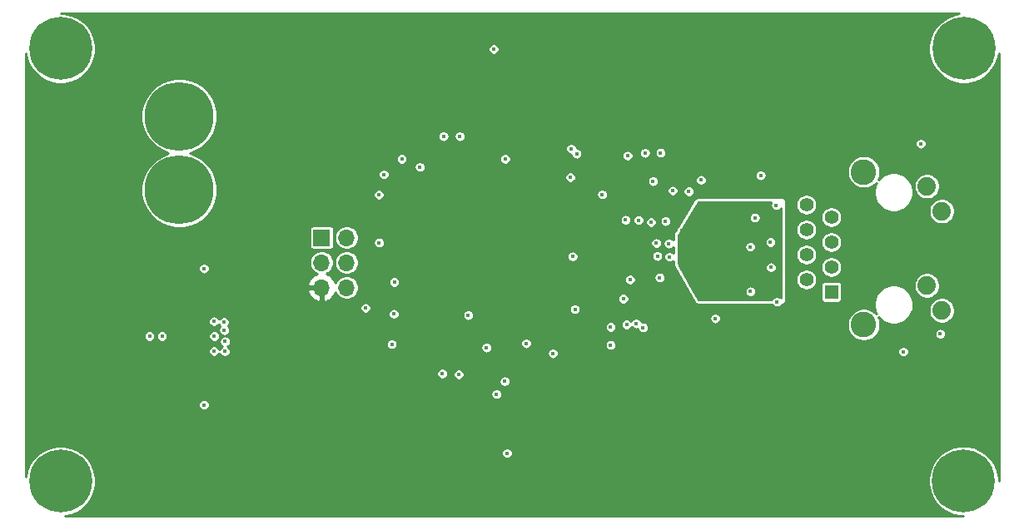
<source format=gbr>
%TF.GenerationSoftware,KiCad,Pcbnew,(5.1.7)-1*%
%TF.CreationDate,2021-09-05T16:50:27-04:00*%
%TF.ProjectId,future-controller,66757475-7265-42d6-936f-6e74726f6c6c,A*%
%TF.SameCoordinates,Original*%
%TF.FileFunction,Copper,L3,Inr*%
%TF.FilePolarity,Positive*%
%FSLAX46Y46*%
G04 Gerber Fmt 4.6, Leading zero omitted, Abs format (unit mm)*
G04 Created by KiCad (PCBNEW (5.1.7)-1) date 2021-09-05 16:50:27*
%MOMM*%
%LPD*%
G01*
G04 APERTURE LIST*
%TA.AperFunction,ComponentPad*%
%ADD10R,1.400000X1.400000*%
%TD*%
%TA.AperFunction,ComponentPad*%
%ADD11C,1.400000*%
%TD*%
%TA.AperFunction,ComponentPad*%
%ADD12C,1.890000*%
%TD*%
%TA.AperFunction,ComponentPad*%
%ADD13C,2.600000*%
%TD*%
%TA.AperFunction,ComponentPad*%
%ADD14C,6.400000*%
%TD*%
%TA.AperFunction,ComponentPad*%
%ADD15C,7.000000*%
%TD*%
%TA.AperFunction,ComponentPad*%
%ADD16O,1.700000X1.700000*%
%TD*%
%TA.AperFunction,ComponentPad*%
%ADD17R,1.700000X1.700000*%
%TD*%
%TA.AperFunction,ViaPad*%
%ADD18C,0.400000*%
%TD*%
%TA.AperFunction,Conductor*%
%ADD19C,0.254000*%
%TD*%
%TA.AperFunction,Conductor*%
%ADD20C,0.100000*%
%TD*%
G04 APERTURE END LIST*
D10*
%TO.N,/TX_P*%
%TO.C,J2*%
X178485800Y-103301800D03*
D11*
%TO.N,/TX_N*%
X175945800Y-102031800D03*
%TO.N,/RX_P*%
X178485800Y-100761800D03*
%TO.N,/VDDA*%
X175945800Y-99491800D03*
X178485800Y-98221800D03*
%TO.N,/RX_N*%
X175945800Y-96951800D03*
%TO.N,N/C*%
X178485800Y-95681800D03*
%TO.N,GND*%
X175945800Y-94411800D03*
D12*
%TO.N,/LED2*%
X188205800Y-92531800D03*
%TO.N,Net-(J2-PadL2)*%
X189725800Y-95071800D03*
%TO.N,Net-(J2-PadL3)*%
X188205800Y-102641800D03*
%TO.N,/LED1*%
X189725800Y-105181800D03*
D13*
%TO.N,GND*%
X181775800Y-106631800D03*
X181775800Y-91081800D03*
%TD*%
D14*
%TO.N,GND*%
%TO.C,MH4*%
X191947800Y-78536800D03*
%TD*%
%TO.N,GND*%
%TO.C,MH3*%
X100101400Y-122555000D03*
%TD*%
%TO.N,GND*%
%TO.C,MH2*%
X100101400Y-78536800D03*
%TD*%
%TO.N,GND*%
%TO.C,MH1*%
X191922400Y-122529600D03*
%TD*%
D15*
%TO.N,+12V*%
%TO.C,J1*%
X112166400Y-92913200D03*
%TO.N,GND*%
X112166400Y-85433200D03*
%TD*%
D16*
%TO.N,SWO*%
%TO.C,J3*%
X129184400Y-102844600D03*
%TO.N,+3V3*%
X126644400Y-102844600D03*
%TO.N,GND*%
X129184400Y-100304600D03*
%TO.N,NRST*%
X126644400Y-100304600D03*
%TO.N,SWCLK*%
X129184400Y-97764600D03*
D17*
%TO.N,SWDIO*%
X126644400Y-97764600D03*
%TD*%
D18*
%TO.N,GND*%
X116789200Y-109347000D03*
X116814600Y-108331000D03*
X116738400Y-107188000D03*
X116713000Y-106349800D03*
X136626600Y-90576400D03*
X152400000Y-105054400D03*
X160680400Y-98323400D03*
X161950400Y-98374200D03*
X160782000Y-99644200D03*
X162001200Y-99720400D03*
X158877000Y-95986600D03*
X157556200Y-95961200D03*
X162356800Y-92989400D03*
X163982400Y-93065600D03*
X165227000Y-91897200D03*
X170713400Y-95732600D03*
X171297600Y-91440000D03*
X172872400Y-94462600D03*
X172288200Y-98221800D03*
X172339000Y-100787200D03*
X172948600Y-104292400D03*
X170256200Y-103251000D03*
X166674800Y-105994200D03*
X170230800Y-98704400D03*
X157327600Y-103987600D03*
X161112200Y-89128600D03*
X159537400Y-89154000D03*
X157759400Y-89433400D03*
X155168600Y-93370400D03*
X151942800Y-91617800D03*
X145313400Y-89763600D03*
X140690600Y-87452200D03*
X139039600Y-87452200D03*
X132486400Y-98272600D03*
X132461000Y-93395800D03*
X134797800Y-89763600D03*
X132969000Y-91338400D03*
X131114800Y-104927400D03*
X133781800Y-108610400D03*
X133985000Y-105537000D03*
X134035800Y-102285800D03*
X141554200Y-105664000D03*
X147447000Y-108534200D03*
X145262600Y-112395000D03*
X144424400Y-113690400D03*
X150164800Y-109550200D03*
X185801000Y-109372400D03*
X187579000Y-88214200D03*
X144145000Y-78587600D03*
X114681000Y-100914200D03*
X114681000Y-114782600D03*
X115698800Y-109323400D03*
X115722400Y-107797600D03*
X115686100Y-106284500D03*
X110413800Y-107797600D03*
X109143800Y-107797600D03*
X143408400Y-108966000D03*
X140589000Y-111683800D03*
X138912600Y-111607600D03*
X145499600Y-119701800D03*
%TO.N,+3V3*%
X153060400Y-109982000D03*
X153517600Y-107137200D03*
X130022600Y-104825800D03*
X155702000Y-101549200D03*
X158419800Y-99326800D03*
X103936800Y-84175600D03*
X104063800Y-116281200D03*
X175717200Y-120573800D03*
X172821600Y-80772000D03*
X125653800Y-85394800D03*
X124282200Y-111582200D03*
%TO.N,Net-(C17-Pad1)*%
X160147000Y-96189800D03*
X160350200Y-92024200D03*
%TO.N,TXD0*%
X152577800Y-89230810D03*
X158623000Y-106502200D03*
%TO.N,TXD1*%
X152019000Y-88722200D03*
X159334200Y-106909210D03*
%TO.N,TXEN*%
X152170800Y-99695000D03*
X157657800Y-106603800D03*
%TO.N,Net-(R24-Pad1)*%
X161010600Y-101828600D03*
X158013400Y-102031800D03*
%TO.N,MDC*%
X156032200Y-108686600D03*
X156032200Y-106857800D03*
%TO.N,/VDDA*%
X169189400Y-97764600D03*
X169189400Y-100355400D03*
X166293800Y-95326200D03*
X166243000Y-102539800D03*
X171373800Y-98628200D03*
X164160200Y-100457000D03*
X169748200Y-94716600D03*
X163238702Y-97046300D03*
X168630600Y-94869000D03*
X167106600Y-103352600D03*
X171424600Y-94894400D03*
%TO.N,/LED1*%
X161620200Y-96088200D03*
X189560200Y-107569000D03*
%TD*%
D19*
%TO.N,/VDDA*%
X172357525Y-94187393D02*
X172313728Y-94293129D01*
X172291400Y-94405377D01*
X172291400Y-94519823D01*
X172313728Y-94632071D01*
X172357525Y-94737807D01*
X172421108Y-94832966D01*
X172502034Y-94913892D01*
X172597193Y-94977475D01*
X172702929Y-95021272D01*
X172815177Y-95043600D01*
X172929623Y-95043600D01*
X173041871Y-95021272D01*
X173147607Y-94977475D01*
X173242766Y-94913892D01*
X173323692Y-94832966D01*
X173380400Y-94748096D01*
X173380400Y-103902542D01*
X173318966Y-103841108D01*
X173223807Y-103777525D01*
X173118071Y-103733728D01*
X173005823Y-103711400D01*
X172891377Y-103711400D01*
X172779129Y-103733728D01*
X172673393Y-103777525D01*
X172578234Y-103841108D01*
X172497308Y-103922034D01*
X172433725Y-104017193D01*
X172424941Y-104038400D01*
X164946226Y-104038400D01*
X164478260Y-103193777D01*
X169675200Y-103193777D01*
X169675200Y-103308223D01*
X169697528Y-103420471D01*
X169741325Y-103526207D01*
X169804908Y-103621366D01*
X169885834Y-103702292D01*
X169980993Y-103765875D01*
X170086729Y-103809672D01*
X170198977Y-103832000D01*
X170313423Y-103832000D01*
X170425671Y-103809672D01*
X170531407Y-103765875D01*
X170626566Y-103702292D01*
X170707492Y-103621366D01*
X170771075Y-103526207D01*
X170814872Y-103420471D01*
X170837200Y-103308223D01*
X170837200Y-103193777D01*
X170814872Y-103081529D01*
X170771075Y-102975793D01*
X170707492Y-102880634D01*
X170626566Y-102799708D01*
X170531407Y-102736125D01*
X170425671Y-102692328D01*
X170313423Y-102670000D01*
X170198977Y-102670000D01*
X170086729Y-102692328D01*
X169980993Y-102736125D01*
X169885834Y-102799708D01*
X169804908Y-102880634D01*
X169741325Y-102975793D01*
X169697528Y-103081529D01*
X169675200Y-103193777D01*
X164478260Y-103193777D01*
X163113181Y-100729977D01*
X171758000Y-100729977D01*
X171758000Y-100844423D01*
X171780328Y-100956671D01*
X171824125Y-101062407D01*
X171887708Y-101157566D01*
X171968634Y-101238492D01*
X172063793Y-101302075D01*
X172169529Y-101345872D01*
X172281777Y-101368200D01*
X172396223Y-101368200D01*
X172508471Y-101345872D01*
X172614207Y-101302075D01*
X172709366Y-101238492D01*
X172790292Y-101157566D01*
X172853875Y-101062407D01*
X172897672Y-100956671D01*
X172920000Y-100844423D01*
X172920000Y-100729977D01*
X172897672Y-100617729D01*
X172853875Y-100511993D01*
X172790292Y-100416834D01*
X172709366Y-100335908D01*
X172614207Y-100272325D01*
X172508471Y-100228528D01*
X172396223Y-100206200D01*
X172281777Y-100206200D01*
X172169529Y-100228528D01*
X172063793Y-100272325D01*
X171968634Y-100335908D01*
X171887708Y-100416834D01*
X171824125Y-100511993D01*
X171780328Y-100617729D01*
X171758000Y-100729977D01*
X163113181Y-100729977D01*
X162915600Y-100373368D01*
X162915600Y-98647177D01*
X169649800Y-98647177D01*
X169649800Y-98761623D01*
X169672128Y-98873871D01*
X169715925Y-98979607D01*
X169779508Y-99074766D01*
X169860434Y-99155692D01*
X169955593Y-99219275D01*
X170061329Y-99263072D01*
X170173577Y-99285400D01*
X170288023Y-99285400D01*
X170400271Y-99263072D01*
X170506007Y-99219275D01*
X170601166Y-99155692D01*
X170682092Y-99074766D01*
X170745675Y-98979607D01*
X170789472Y-98873871D01*
X170811800Y-98761623D01*
X170811800Y-98647177D01*
X170789472Y-98534929D01*
X170745675Y-98429193D01*
X170682092Y-98334034D01*
X170601166Y-98253108D01*
X170506007Y-98189525D01*
X170445777Y-98164577D01*
X171707200Y-98164577D01*
X171707200Y-98279023D01*
X171729528Y-98391271D01*
X171773325Y-98497007D01*
X171836908Y-98592166D01*
X171917834Y-98673092D01*
X172012993Y-98736675D01*
X172118729Y-98780472D01*
X172230977Y-98802800D01*
X172345423Y-98802800D01*
X172457671Y-98780472D01*
X172563407Y-98736675D01*
X172658566Y-98673092D01*
X172739492Y-98592166D01*
X172803075Y-98497007D01*
X172846872Y-98391271D01*
X172869200Y-98279023D01*
X172869200Y-98164577D01*
X172846872Y-98052329D01*
X172803075Y-97946593D01*
X172739492Y-97851434D01*
X172658566Y-97770508D01*
X172563407Y-97706925D01*
X172457671Y-97663128D01*
X172345423Y-97640800D01*
X172230977Y-97640800D01*
X172118729Y-97663128D01*
X172012993Y-97706925D01*
X171917834Y-97770508D01*
X171836908Y-97851434D01*
X171773325Y-97946593D01*
X171729528Y-98052329D01*
X171707200Y-98164577D01*
X170445777Y-98164577D01*
X170400271Y-98145728D01*
X170288023Y-98123400D01*
X170173577Y-98123400D01*
X170061329Y-98145728D01*
X169955593Y-98189525D01*
X169860434Y-98253108D01*
X169779508Y-98334034D01*
X169715925Y-98429193D01*
X169672128Y-98534929D01*
X169649800Y-98647177D01*
X162915600Y-98647177D01*
X162915600Y-97545924D01*
X164043429Y-95675377D01*
X170132400Y-95675377D01*
X170132400Y-95789823D01*
X170154728Y-95902071D01*
X170198525Y-96007807D01*
X170262108Y-96102966D01*
X170343034Y-96183892D01*
X170438193Y-96247475D01*
X170543929Y-96291272D01*
X170656177Y-96313600D01*
X170770623Y-96313600D01*
X170882871Y-96291272D01*
X170988607Y-96247475D01*
X171083766Y-96183892D01*
X171164692Y-96102966D01*
X171228275Y-96007807D01*
X171272072Y-95902071D01*
X171294400Y-95789823D01*
X171294400Y-95675377D01*
X171272072Y-95563129D01*
X171228275Y-95457393D01*
X171164692Y-95362234D01*
X171083766Y-95281308D01*
X170988607Y-95217725D01*
X170882871Y-95173928D01*
X170770623Y-95151600D01*
X170656177Y-95151600D01*
X170543929Y-95173928D01*
X170438193Y-95217725D01*
X170343034Y-95281308D01*
X170262108Y-95362234D01*
X170198525Y-95457393D01*
X170154728Y-95563129D01*
X170132400Y-95675377D01*
X164043429Y-95675377D01*
X164943125Y-94183200D01*
X172360327Y-94183200D01*
X172357525Y-94187393D01*
%TA.AperFunction,Conductor*%
D20*
G36*
X172357525Y-94187393D02*
G01*
X172313728Y-94293129D01*
X172291400Y-94405377D01*
X172291400Y-94519823D01*
X172313728Y-94632071D01*
X172357525Y-94737807D01*
X172421108Y-94832966D01*
X172502034Y-94913892D01*
X172597193Y-94977475D01*
X172702929Y-95021272D01*
X172815177Y-95043600D01*
X172929623Y-95043600D01*
X173041871Y-95021272D01*
X173147607Y-94977475D01*
X173242766Y-94913892D01*
X173323692Y-94832966D01*
X173380400Y-94748096D01*
X173380400Y-103902542D01*
X173318966Y-103841108D01*
X173223807Y-103777525D01*
X173118071Y-103733728D01*
X173005823Y-103711400D01*
X172891377Y-103711400D01*
X172779129Y-103733728D01*
X172673393Y-103777525D01*
X172578234Y-103841108D01*
X172497308Y-103922034D01*
X172433725Y-104017193D01*
X172424941Y-104038400D01*
X164946226Y-104038400D01*
X164478260Y-103193777D01*
X169675200Y-103193777D01*
X169675200Y-103308223D01*
X169697528Y-103420471D01*
X169741325Y-103526207D01*
X169804908Y-103621366D01*
X169885834Y-103702292D01*
X169980993Y-103765875D01*
X170086729Y-103809672D01*
X170198977Y-103832000D01*
X170313423Y-103832000D01*
X170425671Y-103809672D01*
X170531407Y-103765875D01*
X170626566Y-103702292D01*
X170707492Y-103621366D01*
X170771075Y-103526207D01*
X170814872Y-103420471D01*
X170837200Y-103308223D01*
X170837200Y-103193777D01*
X170814872Y-103081529D01*
X170771075Y-102975793D01*
X170707492Y-102880634D01*
X170626566Y-102799708D01*
X170531407Y-102736125D01*
X170425671Y-102692328D01*
X170313423Y-102670000D01*
X170198977Y-102670000D01*
X170086729Y-102692328D01*
X169980993Y-102736125D01*
X169885834Y-102799708D01*
X169804908Y-102880634D01*
X169741325Y-102975793D01*
X169697528Y-103081529D01*
X169675200Y-103193777D01*
X164478260Y-103193777D01*
X163113181Y-100729977D01*
X171758000Y-100729977D01*
X171758000Y-100844423D01*
X171780328Y-100956671D01*
X171824125Y-101062407D01*
X171887708Y-101157566D01*
X171968634Y-101238492D01*
X172063793Y-101302075D01*
X172169529Y-101345872D01*
X172281777Y-101368200D01*
X172396223Y-101368200D01*
X172508471Y-101345872D01*
X172614207Y-101302075D01*
X172709366Y-101238492D01*
X172790292Y-101157566D01*
X172853875Y-101062407D01*
X172897672Y-100956671D01*
X172920000Y-100844423D01*
X172920000Y-100729977D01*
X172897672Y-100617729D01*
X172853875Y-100511993D01*
X172790292Y-100416834D01*
X172709366Y-100335908D01*
X172614207Y-100272325D01*
X172508471Y-100228528D01*
X172396223Y-100206200D01*
X172281777Y-100206200D01*
X172169529Y-100228528D01*
X172063793Y-100272325D01*
X171968634Y-100335908D01*
X171887708Y-100416834D01*
X171824125Y-100511993D01*
X171780328Y-100617729D01*
X171758000Y-100729977D01*
X163113181Y-100729977D01*
X162915600Y-100373368D01*
X162915600Y-98647177D01*
X169649800Y-98647177D01*
X169649800Y-98761623D01*
X169672128Y-98873871D01*
X169715925Y-98979607D01*
X169779508Y-99074766D01*
X169860434Y-99155692D01*
X169955593Y-99219275D01*
X170061329Y-99263072D01*
X170173577Y-99285400D01*
X170288023Y-99285400D01*
X170400271Y-99263072D01*
X170506007Y-99219275D01*
X170601166Y-99155692D01*
X170682092Y-99074766D01*
X170745675Y-98979607D01*
X170789472Y-98873871D01*
X170811800Y-98761623D01*
X170811800Y-98647177D01*
X170789472Y-98534929D01*
X170745675Y-98429193D01*
X170682092Y-98334034D01*
X170601166Y-98253108D01*
X170506007Y-98189525D01*
X170445777Y-98164577D01*
X171707200Y-98164577D01*
X171707200Y-98279023D01*
X171729528Y-98391271D01*
X171773325Y-98497007D01*
X171836908Y-98592166D01*
X171917834Y-98673092D01*
X172012993Y-98736675D01*
X172118729Y-98780472D01*
X172230977Y-98802800D01*
X172345423Y-98802800D01*
X172457671Y-98780472D01*
X172563407Y-98736675D01*
X172658566Y-98673092D01*
X172739492Y-98592166D01*
X172803075Y-98497007D01*
X172846872Y-98391271D01*
X172869200Y-98279023D01*
X172869200Y-98164577D01*
X172846872Y-98052329D01*
X172803075Y-97946593D01*
X172739492Y-97851434D01*
X172658566Y-97770508D01*
X172563407Y-97706925D01*
X172457671Y-97663128D01*
X172345423Y-97640800D01*
X172230977Y-97640800D01*
X172118729Y-97663128D01*
X172012993Y-97706925D01*
X171917834Y-97770508D01*
X171836908Y-97851434D01*
X171773325Y-97946593D01*
X171729528Y-98052329D01*
X171707200Y-98164577D01*
X170445777Y-98164577D01*
X170400271Y-98145728D01*
X170288023Y-98123400D01*
X170173577Y-98123400D01*
X170061329Y-98145728D01*
X169955593Y-98189525D01*
X169860434Y-98253108D01*
X169779508Y-98334034D01*
X169715925Y-98429193D01*
X169672128Y-98534929D01*
X169649800Y-98647177D01*
X162915600Y-98647177D01*
X162915600Y-97545924D01*
X164043429Y-95675377D01*
X170132400Y-95675377D01*
X170132400Y-95789823D01*
X170154728Y-95902071D01*
X170198525Y-96007807D01*
X170262108Y-96102966D01*
X170343034Y-96183892D01*
X170438193Y-96247475D01*
X170543929Y-96291272D01*
X170656177Y-96313600D01*
X170770623Y-96313600D01*
X170882871Y-96291272D01*
X170988607Y-96247475D01*
X171083766Y-96183892D01*
X171164692Y-96102966D01*
X171228275Y-96007807D01*
X171272072Y-95902071D01*
X171294400Y-95789823D01*
X171294400Y-95675377D01*
X171272072Y-95563129D01*
X171228275Y-95457393D01*
X171164692Y-95362234D01*
X171083766Y-95281308D01*
X170988607Y-95217725D01*
X170882871Y-95173928D01*
X170770623Y-95151600D01*
X170656177Y-95151600D01*
X170543929Y-95173928D01*
X170438193Y-95217725D01*
X170343034Y-95281308D01*
X170262108Y-95362234D01*
X170198525Y-95457393D01*
X170154728Y-95563129D01*
X170132400Y-95675377D01*
X164043429Y-95675377D01*
X164943125Y-94183200D01*
X172360327Y-94183200D01*
X172357525Y-94187393D01*
G37*
%TD.AperFunction*%
%TD*%
D19*
%TO.N,+3V3*%
X191472059Y-74980275D02*
X190903261Y-75093416D01*
X190251560Y-75363359D01*
X189665046Y-75755256D01*
X189166256Y-76254046D01*
X188774359Y-76840560D01*
X188504416Y-77492261D01*
X188366800Y-78184102D01*
X188366800Y-78889498D01*
X188504416Y-79581339D01*
X188774359Y-80233040D01*
X189166256Y-80819554D01*
X189665046Y-81318344D01*
X190251560Y-81710241D01*
X190903261Y-81980184D01*
X191595102Y-82117800D01*
X192300498Y-82117800D01*
X192992339Y-81980184D01*
X193644040Y-81710241D01*
X194230554Y-81318344D01*
X194729344Y-80819554D01*
X195121241Y-80233040D01*
X195391184Y-79581339D01*
X195504524Y-79011542D01*
X195504523Y-122509423D01*
X195503400Y-122520877D01*
X195503400Y-122176902D01*
X195365784Y-121485061D01*
X195095841Y-120833360D01*
X194703944Y-120246846D01*
X194205154Y-119748056D01*
X193618640Y-119356159D01*
X192966939Y-119086216D01*
X192275098Y-118948600D01*
X191569702Y-118948600D01*
X190877861Y-119086216D01*
X190226160Y-119356159D01*
X189639646Y-119748056D01*
X189140856Y-120246846D01*
X188748959Y-120833360D01*
X188479016Y-121485061D01*
X188341400Y-122176902D01*
X188341400Y-122882298D01*
X188479016Y-123574139D01*
X188748959Y-124225840D01*
X189140856Y-124812354D01*
X189639646Y-125311144D01*
X190226160Y-125703041D01*
X190877861Y-125972984D01*
X191569702Y-126110600D01*
X191935653Y-126110600D01*
X191928263Y-126111377D01*
X191920986Y-126111402D01*
X191920208Y-126111481D01*
X100577768Y-126111400D01*
X101145939Y-125998384D01*
X101797640Y-125728441D01*
X102384154Y-125336544D01*
X102882944Y-124837754D01*
X103274841Y-124251240D01*
X103544784Y-123599539D01*
X103682400Y-122907698D01*
X103682400Y-122202302D01*
X103544784Y-121510461D01*
X103274841Y-120858760D01*
X102882944Y-120272246D01*
X102384154Y-119773456D01*
X102191274Y-119644577D01*
X144918600Y-119644577D01*
X144918600Y-119759023D01*
X144940928Y-119871271D01*
X144984725Y-119977007D01*
X145048308Y-120072166D01*
X145129234Y-120153092D01*
X145224393Y-120216675D01*
X145330129Y-120260472D01*
X145442377Y-120282800D01*
X145556823Y-120282800D01*
X145669071Y-120260472D01*
X145774807Y-120216675D01*
X145869966Y-120153092D01*
X145950892Y-120072166D01*
X146014475Y-119977007D01*
X146058272Y-119871271D01*
X146080600Y-119759023D01*
X146080600Y-119644577D01*
X146058272Y-119532329D01*
X146014475Y-119426593D01*
X145950892Y-119331434D01*
X145869966Y-119250508D01*
X145774807Y-119186925D01*
X145669071Y-119143128D01*
X145556823Y-119120800D01*
X145442377Y-119120800D01*
X145330129Y-119143128D01*
X145224393Y-119186925D01*
X145129234Y-119250508D01*
X145048308Y-119331434D01*
X144984725Y-119426593D01*
X144940928Y-119532329D01*
X144918600Y-119644577D01*
X102191274Y-119644577D01*
X101797640Y-119381559D01*
X101145939Y-119111616D01*
X100454098Y-118974000D01*
X99748702Y-118974000D01*
X99056861Y-119111616D01*
X98405160Y-119381559D01*
X97818646Y-119773456D01*
X97319856Y-120272246D01*
X96927959Y-120858760D01*
X96658016Y-121510461D01*
X96545000Y-122078630D01*
X96545000Y-114725377D01*
X114100000Y-114725377D01*
X114100000Y-114839823D01*
X114122328Y-114952071D01*
X114166125Y-115057807D01*
X114229708Y-115152966D01*
X114310634Y-115233892D01*
X114405793Y-115297475D01*
X114511529Y-115341272D01*
X114623777Y-115363600D01*
X114738223Y-115363600D01*
X114850471Y-115341272D01*
X114956207Y-115297475D01*
X115051366Y-115233892D01*
X115132292Y-115152966D01*
X115195875Y-115057807D01*
X115239672Y-114952071D01*
X115262000Y-114839823D01*
X115262000Y-114725377D01*
X115239672Y-114613129D01*
X115195875Y-114507393D01*
X115132292Y-114412234D01*
X115051366Y-114331308D01*
X114956207Y-114267725D01*
X114850471Y-114223928D01*
X114738223Y-114201600D01*
X114623777Y-114201600D01*
X114511529Y-114223928D01*
X114405793Y-114267725D01*
X114310634Y-114331308D01*
X114229708Y-114412234D01*
X114166125Y-114507393D01*
X114122328Y-114613129D01*
X114100000Y-114725377D01*
X96545000Y-114725377D01*
X96545000Y-113633177D01*
X143843400Y-113633177D01*
X143843400Y-113747623D01*
X143865728Y-113859871D01*
X143909525Y-113965607D01*
X143973108Y-114060766D01*
X144054034Y-114141692D01*
X144149193Y-114205275D01*
X144254929Y-114249072D01*
X144367177Y-114271400D01*
X144481623Y-114271400D01*
X144593871Y-114249072D01*
X144699607Y-114205275D01*
X144794766Y-114141692D01*
X144875692Y-114060766D01*
X144939275Y-113965607D01*
X144983072Y-113859871D01*
X145005400Y-113747623D01*
X145005400Y-113633177D01*
X144983072Y-113520929D01*
X144939275Y-113415193D01*
X144875692Y-113320034D01*
X144794766Y-113239108D01*
X144699607Y-113175525D01*
X144593871Y-113131728D01*
X144481623Y-113109400D01*
X144367177Y-113109400D01*
X144254929Y-113131728D01*
X144149193Y-113175525D01*
X144054034Y-113239108D01*
X143973108Y-113320034D01*
X143909525Y-113415193D01*
X143865728Y-113520929D01*
X143843400Y-113633177D01*
X96545000Y-113633177D01*
X96545000Y-112337777D01*
X144681600Y-112337777D01*
X144681600Y-112452223D01*
X144703928Y-112564471D01*
X144747725Y-112670207D01*
X144811308Y-112765366D01*
X144892234Y-112846292D01*
X144987393Y-112909875D01*
X145093129Y-112953672D01*
X145205377Y-112976000D01*
X145319823Y-112976000D01*
X145432071Y-112953672D01*
X145537807Y-112909875D01*
X145632966Y-112846292D01*
X145713892Y-112765366D01*
X145777475Y-112670207D01*
X145821272Y-112564471D01*
X145843600Y-112452223D01*
X145843600Y-112337777D01*
X145821272Y-112225529D01*
X145777475Y-112119793D01*
X145713892Y-112024634D01*
X145632966Y-111943708D01*
X145537807Y-111880125D01*
X145432071Y-111836328D01*
X145319823Y-111814000D01*
X145205377Y-111814000D01*
X145093129Y-111836328D01*
X144987393Y-111880125D01*
X144892234Y-111943708D01*
X144811308Y-112024634D01*
X144747725Y-112119793D01*
X144703928Y-112225529D01*
X144681600Y-112337777D01*
X96545000Y-112337777D01*
X96545000Y-111550377D01*
X138331600Y-111550377D01*
X138331600Y-111664823D01*
X138353928Y-111777071D01*
X138397725Y-111882807D01*
X138461308Y-111977966D01*
X138542234Y-112058892D01*
X138637393Y-112122475D01*
X138743129Y-112166272D01*
X138855377Y-112188600D01*
X138969823Y-112188600D01*
X139082071Y-112166272D01*
X139187807Y-112122475D01*
X139282966Y-112058892D01*
X139363892Y-111977966D01*
X139427475Y-111882807D01*
X139471272Y-111777071D01*
X139493600Y-111664823D01*
X139493600Y-111626577D01*
X140008000Y-111626577D01*
X140008000Y-111741023D01*
X140030328Y-111853271D01*
X140074125Y-111959007D01*
X140137708Y-112054166D01*
X140218634Y-112135092D01*
X140313793Y-112198675D01*
X140419529Y-112242472D01*
X140531777Y-112264800D01*
X140646223Y-112264800D01*
X140758471Y-112242472D01*
X140864207Y-112198675D01*
X140959366Y-112135092D01*
X141040292Y-112054166D01*
X141103875Y-111959007D01*
X141147672Y-111853271D01*
X141170000Y-111741023D01*
X141170000Y-111626577D01*
X141147672Y-111514329D01*
X141103875Y-111408593D01*
X141040292Y-111313434D01*
X140959366Y-111232508D01*
X140864207Y-111168925D01*
X140758471Y-111125128D01*
X140646223Y-111102800D01*
X140531777Y-111102800D01*
X140419529Y-111125128D01*
X140313793Y-111168925D01*
X140218634Y-111232508D01*
X140137708Y-111313434D01*
X140074125Y-111408593D01*
X140030328Y-111514329D01*
X140008000Y-111626577D01*
X139493600Y-111626577D01*
X139493600Y-111550377D01*
X139471272Y-111438129D01*
X139427475Y-111332393D01*
X139363892Y-111237234D01*
X139282966Y-111156308D01*
X139187807Y-111092725D01*
X139082071Y-111048928D01*
X138969823Y-111026600D01*
X138855377Y-111026600D01*
X138743129Y-111048928D01*
X138637393Y-111092725D01*
X138542234Y-111156308D01*
X138461308Y-111237234D01*
X138397725Y-111332393D01*
X138353928Y-111438129D01*
X138331600Y-111550377D01*
X96545000Y-111550377D01*
X96545000Y-107740377D01*
X108562800Y-107740377D01*
X108562800Y-107854823D01*
X108585128Y-107967071D01*
X108628925Y-108072807D01*
X108692508Y-108167966D01*
X108773434Y-108248892D01*
X108868593Y-108312475D01*
X108974329Y-108356272D01*
X109086577Y-108378600D01*
X109201023Y-108378600D01*
X109313271Y-108356272D01*
X109419007Y-108312475D01*
X109514166Y-108248892D01*
X109595092Y-108167966D01*
X109658675Y-108072807D01*
X109702472Y-107967071D01*
X109724800Y-107854823D01*
X109724800Y-107740377D01*
X109832800Y-107740377D01*
X109832800Y-107854823D01*
X109855128Y-107967071D01*
X109898925Y-108072807D01*
X109962508Y-108167966D01*
X110043434Y-108248892D01*
X110138593Y-108312475D01*
X110244329Y-108356272D01*
X110356577Y-108378600D01*
X110471023Y-108378600D01*
X110583271Y-108356272D01*
X110689007Y-108312475D01*
X110784166Y-108248892D01*
X110865092Y-108167966D01*
X110928675Y-108072807D01*
X110972472Y-107967071D01*
X110994800Y-107854823D01*
X110994800Y-107740377D01*
X115141400Y-107740377D01*
X115141400Y-107854823D01*
X115163728Y-107967071D01*
X115207525Y-108072807D01*
X115271108Y-108167966D01*
X115352034Y-108248892D01*
X115447193Y-108312475D01*
X115552929Y-108356272D01*
X115665177Y-108378600D01*
X115779623Y-108378600D01*
X115891871Y-108356272D01*
X115997607Y-108312475D01*
X116092766Y-108248892D01*
X116173692Y-108167966D01*
X116237275Y-108072807D01*
X116281072Y-107967071D01*
X116303400Y-107854823D01*
X116303400Y-107740377D01*
X116281072Y-107628129D01*
X116237275Y-107522393D01*
X116173692Y-107427234D01*
X116092766Y-107346308D01*
X115997607Y-107282725D01*
X115891871Y-107238928D01*
X115779623Y-107216600D01*
X115665177Y-107216600D01*
X115552929Y-107238928D01*
X115447193Y-107282725D01*
X115352034Y-107346308D01*
X115271108Y-107427234D01*
X115207525Y-107522393D01*
X115163728Y-107628129D01*
X115141400Y-107740377D01*
X110994800Y-107740377D01*
X110972472Y-107628129D01*
X110928675Y-107522393D01*
X110865092Y-107427234D01*
X110784166Y-107346308D01*
X110689007Y-107282725D01*
X110583271Y-107238928D01*
X110471023Y-107216600D01*
X110356577Y-107216600D01*
X110244329Y-107238928D01*
X110138593Y-107282725D01*
X110043434Y-107346308D01*
X109962508Y-107427234D01*
X109898925Y-107522393D01*
X109855128Y-107628129D01*
X109832800Y-107740377D01*
X109724800Y-107740377D01*
X109702472Y-107628129D01*
X109658675Y-107522393D01*
X109595092Y-107427234D01*
X109514166Y-107346308D01*
X109419007Y-107282725D01*
X109313271Y-107238928D01*
X109201023Y-107216600D01*
X109086577Y-107216600D01*
X108974329Y-107238928D01*
X108868593Y-107282725D01*
X108773434Y-107346308D01*
X108692508Y-107427234D01*
X108628925Y-107522393D01*
X108585128Y-107628129D01*
X108562800Y-107740377D01*
X96545000Y-107740377D01*
X96545000Y-106227277D01*
X115105100Y-106227277D01*
X115105100Y-106341723D01*
X115127428Y-106453971D01*
X115171225Y-106559707D01*
X115234808Y-106654866D01*
X115315734Y-106735792D01*
X115410893Y-106799375D01*
X115516629Y-106843172D01*
X115628877Y-106865500D01*
X115743323Y-106865500D01*
X115855571Y-106843172D01*
X115961307Y-106799375D01*
X116056466Y-106735792D01*
X116137392Y-106654866D01*
X116182518Y-106587329D01*
X116198125Y-106625007D01*
X116261708Y-106720166D01*
X116323142Y-106781600D01*
X116287108Y-106817634D01*
X116223525Y-106912793D01*
X116179728Y-107018529D01*
X116157400Y-107130777D01*
X116157400Y-107245223D01*
X116179728Y-107357471D01*
X116223525Y-107463207D01*
X116287108Y-107558366D01*
X116368034Y-107639292D01*
X116463193Y-107702875D01*
X116568929Y-107746672D01*
X116671518Y-107767079D01*
X116645129Y-107772328D01*
X116539393Y-107816125D01*
X116444234Y-107879708D01*
X116363308Y-107960634D01*
X116299725Y-108055793D01*
X116255928Y-108161529D01*
X116233600Y-108273777D01*
X116233600Y-108388223D01*
X116255928Y-108500471D01*
X116299725Y-108606207D01*
X116363308Y-108701366D01*
X116444234Y-108782292D01*
X116516969Y-108830892D01*
X116513993Y-108832125D01*
X116418834Y-108895708D01*
X116337908Y-108976634D01*
X116274325Y-109071793D01*
X116248888Y-109133205D01*
X116213675Y-109048193D01*
X116150092Y-108953034D01*
X116069166Y-108872108D01*
X115974007Y-108808525D01*
X115868271Y-108764728D01*
X115756023Y-108742400D01*
X115641577Y-108742400D01*
X115529329Y-108764728D01*
X115423593Y-108808525D01*
X115328434Y-108872108D01*
X115247508Y-108953034D01*
X115183925Y-109048193D01*
X115140128Y-109153929D01*
X115117800Y-109266177D01*
X115117800Y-109380623D01*
X115140128Y-109492871D01*
X115183925Y-109598607D01*
X115247508Y-109693766D01*
X115328434Y-109774692D01*
X115423593Y-109838275D01*
X115529329Y-109882072D01*
X115641577Y-109904400D01*
X115756023Y-109904400D01*
X115868271Y-109882072D01*
X115974007Y-109838275D01*
X116069166Y-109774692D01*
X116150092Y-109693766D01*
X116213675Y-109598607D01*
X116239112Y-109537195D01*
X116274325Y-109622207D01*
X116337908Y-109717366D01*
X116418834Y-109798292D01*
X116513993Y-109861875D01*
X116619729Y-109905672D01*
X116731977Y-109928000D01*
X116846423Y-109928000D01*
X116958671Y-109905672D01*
X117064407Y-109861875D01*
X117159566Y-109798292D01*
X117240492Y-109717366D01*
X117304075Y-109622207D01*
X117347872Y-109516471D01*
X117370200Y-109404223D01*
X117370200Y-109289777D01*
X117347872Y-109177529D01*
X117304075Y-109071793D01*
X117240492Y-108976634D01*
X117159566Y-108895708D01*
X117086831Y-108847108D01*
X117089807Y-108845875D01*
X117184966Y-108782292D01*
X117265892Y-108701366D01*
X117329475Y-108606207D01*
X117351440Y-108553177D01*
X133200800Y-108553177D01*
X133200800Y-108667623D01*
X133223128Y-108779871D01*
X133266925Y-108885607D01*
X133330508Y-108980766D01*
X133411434Y-109061692D01*
X133506593Y-109125275D01*
X133612329Y-109169072D01*
X133724577Y-109191400D01*
X133839023Y-109191400D01*
X133951271Y-109169072D01*
X134057007Y-109125275D01*
X134152166Y-109061692D01*
X134233092Y-108980766D01*
X134281193Y-108908777D01*
X142827400Y-108908777D01*
X142827400Y-109023223D01*
X142849728Y-109135471D01*
X142893525Y-109241207D01*
X142957108Y-109336366D01*
X143038034Y-109417292D01*
X143133193Y-109480875D01*
X143238929Y-109524672D01*
X143351177Y-109547000D01*
X143465623Y-109547000D01*
X143577871Y-109524672D01*
X143654389Y-109492977D01*
X149583800Y-109492977D01*
X149583800Y-109607423D01*
X149606128Y-109719671D01*
X149649925Y-109825407D01*
X149713508Y-109920566D01*
X149794434Y-110001492D01*
X149889593Y-110065075D01*
X149995329Y-110108872D01*
X150107577Y-110131200D01*
X150222023Y-110131200D01*
X150334271Y-110108872D01*
X150440007Y-110065075D01*
X150535166Y-110001492D01*
X150616092Y-109920566D01*
X150679675Y-109825407D01*
X150723472Y-109719671D01*
X150745800Y-109607423D01*
X150745800Y-109492977D01*
X150723472Y-109380729D01*
X150696320Y-109315177D01*
X185220000Y-109315177D01*
X185220000Y-109429623D01*
X185242328Y-109541871D01*
X185286125Y-109647607D01*
X185349708Y-109742766D01*
X185430634Y-109823692D01*
X185525793Y-109887275D01*
X185631529Y-109931072D01*
X185743777Y-109953400D01*
X185858223Y-109953400D01*
X185970471Y-109931072D01*
X186076207Y-109887275D01*
X186171366Y-109823692D01*
X186252292Y-109742766D01*
X186315875Y-109647607D01*
X186359672Y-109541871D01*
X186382000Y-109429623D01*
X186382000Y-109315177D01*
X186359672Y-109202929D01*
X186315875Y-109097193D01*
X186252292Y-109002034D01*
X186171366Y-108921108D01*
X186076207Y-108857525D01*
X185970471Y-108813728D01*
X185858223Y-108791400D01*
X185743777Y-108791400D01*
X185631529Y-108813728D01*
X185525793Y-108857525D01*
X185430634Y-108921108D01*
X185349708Y-109002034D01*
X185286125Y-109097193D01*
X185242328Y-109202929D01*
X185220000Y-109315177D01*
X150696320Y-109315177D01*
X150679675Y-109274993D01*
X150616092Y-109179834D01*
X150535166Y-109098908D01*
X150440007Y-109035325D01*
X150334271Y-108991528D01*
X150222023Y-108969200D01*
X150107577Y-108969200D01*
X149995329Y-108991528D01*
X149889593Y-109035325D01*
X149794434Y-109098908D01*
X149713508Y-109179834D01*
X149649925Y-109274993D01*
X149606128Y-109380729D01*
X149583800Y-109492977D01*
X143654389Y-109492977D01*
X143683607Y-109480875D01*
X143778766Y-109417292D01*
X143859692Y-109336366D01*
X143923275Y-109241207D01*
X143967072Y-109135471D01*
X143989400Y-109023223D01*
X143989400Y-108908777D01*
X143967072Y-108796529D01*
X143923275Y-108690793D01*
X143859692Y-108595634D01*
X143778766Y-108514708D01*
X143722298Y-108476977D01*
X146866000Y-108476977D01*
X146866000Y-108591423D01*
X146888328Y-108703671D01*
X146932125Y-108809407D01*
X146995708Y-108904566D01*
X147076634Y-108985492D01*
X147171793Y-109049075D01*
X147277529Y-109092872D01*
X147389777Y-109115200D01*
X147504223Y-109115200D01*
X147616471Y-109092872D01*
X147722207Y-109049075D01*
X147817366Y-108985492D01*
X147898292Y-108904566D01*
X147961875Y-108809407D01*
X148005672Y-108703671D01*
X148020450Y-108629377D01*
X155451200Y-108629377D01*
X155451200Y-108743823D01*
X155473528Y-108856071D01*
X155517325Y-108961807D01*
X155580908Y-109056966D01*
X155661834Y-109137892D01*
X155756993Y-109201475D01*
X155862729Y-109245272D01*
X155974977Y-109267600D01*
X156089423Y-109267600D01*
X156201671Y-109245272D01*
X156307407Y-109201475D01*
X156402566Y-109137892D01*
X156483492Y-109056966D01*
X156547075Y-108961807D01*
X156590872Y-108856071D01*
X156613200Y-108743823D01*
X156613200Y-108629377D01*
X156590872Y-108517129D01*
X156547075Y-108411393D01*
X156483492Y-108316234D01*
X156402566Y-108235308D01*
X156307407Y-108171725D01*
X156201671Y-108127928D01*
X156089423Y-108105600D01*
X155974977Y-108105600D01*
X155862729Y-108127928D01*
X155756993Y-108171725D01*
X155661834Y-108235308D01*
X155580908Y-108316234D01*
X155517325Y-108411393D01*
X155473528Y-108517129D01*
X155451200Y-108629377D01*
X148020450Y-108629377D01*
X148028000Y-108591423D01*
X148028000Y-108476977D01*
X148005672Y-108364729D01*
X147961875Y-108258993D01*
X147898292Y-108163834D01*
X147817366Y-108082908D01*
X147722207Y-108019325D01*
X147616471Y-107975528D01*
X147504223Y-107953200D01*
X147389777Y-107953200D01*
X147277529Y-107975528D01*
X147171793Y-108019325D01*
X147076634Y-108082908D01*
X146995708Y-108163834D01*
X146932125Y-108258993D01*
X146888328Y-108364729D01*
X146866000Y-108476977D01*
X143722298Y-108476977D01*
X143683607Y-108451125D01*
X143577871Y-108407328D01*
X143465623Y-108385000D01*
X143351177Y-108385000D01*
X143238929Y-108407328D01*
X143133193Y-108451125D01*
X143038034Y-108514708D01*
X142957108Y-108595634D01*
X142893525Y-108690793D01*
X142849728Y-108796529D01*
X142827400Y-108908777D01*
X134281193Y-108908777D01*
X134296675Y-108885607D01*
X134340472Y-108779871D01*
X134362800Y-108667623D01*
X134362800Y-108553177D01*
X134340472Y-108440929D01*
X134296675Y-108335193D01*
X134233092Y-108240034D01*
X134152166Y-108159108D01*
X134057007Y-108095525D01*
X133951271Y-108051728D01*
X133839023Y-108029400D01*
X133724577Y-108029400D01*
X133612329Y-108051728D01*
X133506593Y-108095525D01*
X133411434Y-108159108D01*
X133330508Y-108240034D01*
X133266925Y-108335193D01*
X133223128Y-108440929D01*
X133200800Y-108553177D01*
X117351440Y-108553177D01*
X117373272Y-108500471D01*
X117395600Y-108388223D01*
X117395600Y-108273777D01*
X117373272Y-108161529D01*
X117329475Y-108055793D01*
X117265892Y-107960634D01*
X117184966Y-107879708D01*
X117089807Y-107816125D01*
X116984071Y-107772328D01*
X116881482Y-107751921D01*
X116907871Y-107746672D01*
X117013607Y-107702875D01*
X117108766Y-107639292D01*
X117189692Y-107558366D01*
X117253275Y-107463207D01*
X117297072Y-107357471D01*
X117319400Y-107245223D01*
X117319400Y-107130777D01*
X117297072Y-107018529D01*
X117253275Y-106912793D01*
X117189692Y-106817634D01*
X117172635Y-106800577D01*
X155451200Y-106800577D01*
X155451200Y-106915023D01*
X155473528Y-107027271D01*
X155517325Y-107133007D01*
X155580908Y-107228166D01*
X155661834Y-107309092D01*
X155756993Y-107372675D01*
X155862729Y-107416472D01*
X155974977Y-107438800D01*
X156089423Y-107438800D01*
X156201671Y-107416472D01*
X156307407Y-107372675D01*
X156402566Y-107309092D01*
X156483492Y-107228166D01*
X156547075Y-107133007D01*
X156590872Y-107027271D01*
X156613200Y-106915023D01*
X156613200Y-106800577D01*
X156590872Y-106688329D01*
X156547075Y-106582593D01*
X156523010Y-106546577D01*
X157076800Y-106546577D01*
X157076800Y-106661023D01*
X157099128Y-106773271D01*
X157142925Y-106879007D01*
X157206508Y-106974166D01*
X157287434Y-107055092D01*
X157382593Y-107118675D01*
X157488329Y-107162472D01*
X157600577Y-107184800D01*
X157715023Y-107184800D01*
X157827271Y-107162472D01*
X157933007Y-107118675D01*
X158028166Y-107055092D01*
X158109092Y-106974166D01*
X158172675Y-106879007D01*
X158174278Y-106875136D01*
X158252634Y-106953492D01*
X158347793Y-107017075D01*
X158453529Y-107060872D01*
X158565777Y-107083200D01*
X158680223Y-107083200D01*
X158772765Y-107064792D01*
X158775528Y-107078681D01*
X158819325Y-107184417D01*
X158882908Y-107279576D01*
X158963834Y-107360502D01*
X159058993Y-107424085D01*
X159164729Y-107467882D01*
X159276977Y-107490210D01*
X159391423Y-107490210D01*
X159503671Y-107467882D01*
X159609407Y-107424085D01*
X159704566Y-107360502D01*
X159785492Y-107279576D01*
X159849075Y-107184417D01*
X159892872Y-107078681D01*
X159915200Y-106966433D01*
X159915200Y-106851987D01*
X159892872Y-106739739D01*
X159849075Y-106634003D01*
X159785492Y-106538844D01*
X159704566Y-106457918D01*
X159609407Y-106394335D01*
X159503671Y-106350538D01*
X159391423Y-106328210D01*
X159276977Y-106328210D01*
X159184435Y-106346618D01*
X159181672Y-106332729D01*
X159137875Y-106226993D01*
X159074292Y-106131834D01*
X158993366Y-106050908D01*
X158898207Y-105987325D01*
X158792471Y-105943528D01*
X158759538Y-105936977D01*
X166093800Y-105936977D01*
X166093800Y-106051423D01*
X166116128Y-106163671D01*
X166159925Y-106269407D01*
X166223508Y-106364566D01*
X166304434Y-106445492D01*
X166399593Y-106509075D01*
X166505329Y-106552872D01*
X166617577Y-106575200D01*
X166732023Y-106575200D01*
X166844271Y-106552872D01*
X166950007Y-106509075D01*
X167014120Y-106466236D01*
X180094800Y-106466236D01*
X180094800Y-106797364D01*
X180159400Y-107122130D01*
X180286117Y-107428052D01*
X180470082Y-107703375D01*
X180704225Y-107937518D01*
X180979548Y-108121483D01*
X181285470Y-108248200D01*
X181610236Y-108312800D01*
X181941364Y-108312800D01*
X182266130Y-108248200D01*
X182572052Y-108121483D01*
X182847375Y-107937518D01*
X183081518Y-107703375D01*
X183209539Y-107511777D01*
X188979200Y-107511777D01*
X188979200Y-107626223D01*
X189001528Y-107738471D01*
X189045325Y-107844207D01*
X189108908Y-107939366D01*
X189189834Y-108020292D01*
X189284993Y-108083875D01*
X189390729Y-108127672D01*
X189502977Y-108150000D01*
X189617423Y-108150000D01*
X189729671Y-108127672D01*
X189835407Y-108083875D01*
X189930566Y-108020292D01*
X190011492Y-107939366D01*
X190075075Y-107844207D01*
X190118872Y-107738471D01*
X190141200Y-107626223D01*
X190141200Y-107511777D01*
X190118872Y-107399529D01*
X190075075Y-107293793D01*
X190011492Y-107198634D01*
X189930566Y-107117708D01*
X189835407Y-107054125D01*
X189729671Y-107010328D01*
X189617423Y-106988000D01*
X189502977Y-106988000D01*
X189390729Y-107010328D01*
X189284993Y-107054125D01*
X189189834Y-107117708D01*
X189108908Y-107198634D01*
X189045325Y-107293793D01*
X189001528Y-107399529D01*
X188979200Y-107511777D01*
X183209539Y-107511777D01*
X183265483Y-107428052D01*
X183392200Y-107122130D01*
X183456800Y-106797364D01*
X183456800Y-106466236D01*
X183392200Y-106141470D01*
X183274567Y-105857479D01*
X183547050Y-106129962D01*
X183875603Y-106349494D01*
X184240671Y-106500710D01*
X184628226Y-106577800D01*
X185023374Y-106577800D01*
X185410929Y-106500710D01*
X185775997Y-106349494D01*
X186104550Y-106129962D01*
X186383962Y-105850550D01*
X186603494Y-105521997D01*
X186754710Y-105156929D01*
X186775740Y-105051200D01*
X188399800Y-105051200D01*
X188399800Y-105312400D01*
X188450757Y-105568580D01*
X188550714Y-105809897D01*
X188695829Y-106027076D01*
X188880524Y-106211771D01*
X189097703Y-106356886D01*
X189339020Y-106456843D01*
X189595200Y-106507800D01*
X189856400Y-106507800D01*
X190112580Y-106456843D01*
X190353897Y-106356886D01*
X190571076Y-106211771D01*
X190755771Y-106027076D01*
X190900886Y-105809897D01*
X191000843Y-105568580D01*
X191051800Y-105312400D01*
X191051800Y-105051200D01*
X191000843Y-104795020D01*
X190900886Y-104553703D01*
X190755771Y-104336524D01*
X190571076Y-104151829D01*
X190353897Y-104006714D01*
X190112580Y-103906757D01*
X189856400Y-103855800D01*
X189595200Y-103855800D01*
X189339020Y-103906757D01*
X189097703Y-104006714D01*
X188880524Y-104151829D01*
X188695829Y-104336524D01*
X188550714Y-104553703D01*
X188450757Y-104795020D01*
X188399800Y-105051200D01*
X186775740Y-105051200D01*
X186831800Y-104769374D01*
X186831800Y-104374226D01*
X186754710Y-103986671D01*
X186603494Y-103621603D01*
X186383962Y-103293050D01*
X186104550Y-103013638D01*
X185775997Y-102794106D01*
X185410929Y-102642890D01*
X185023374Y-102565800D01*
X184628226Y-102565800D01*
X184240671Y-102642890D01*
X183875603Y-102794106D01*
X183547050Y-103013638D01*
X183267638Y-103293050D01*
X183048106Y-103621603D01*
X182896890Y-103986671D01*
X182819800Y-104374226D01*
X182819800Y-104769374D01*
X182896890Y-105156929D01*
X183048106Y-105521997D01*
X183057804Y-105536511D01*
X182847375Y-105326082D01*
X182572052Y-105142117D01*
X182266130Y-105015400D01*
X181941364Y-104950800D01*
X181610236Y-104950800D01*
X181285470Y-105015400D01*
X180979548Y-105142117D01*
X180704225Y-105326082D01*
X180470082Y-105560225D01*
X180286117Y-105835548D01*
X180159400Y-106141470D01*
X180094800Y-106466236D01*
X167014120Y-106466236D01*
X167045166Y-106445492D01*
X167126092Y-106364566D01*
X167189675Y-106269407D01*
X167233472Y-106163671D01*
X167255800Y-106051423D01*
X167255800Y-105936977D01*
X167233472Y-105824729D01*
X167189675Y-105718993D01*
X167126092Y-105623834D01*
X167045166Y-105542908D01*
X166950007Y-105479325D01*
X166844271Y-105435528D01*
X166732023Y-105413200D01*
X166617577Y-105413200D01*
X166505329Y-105435528D01*
X166399593Y-105479325D01*
X166304434Y-105542908D01*
X166223508Y-105623834D01*
X166159925Y-105718993D01*
X166116128Y-105824729D01*
X166093800Y-105936977D01*
X158759538Y-105936977D01*
X158680223Y-105921200D01*
X158565777Y-105921200D01*
X158453529Y-105943528D01*
X158347793Y-105987325D01*
X158252634Y-106050908D01*
X158171708Y-106131834D01*
X158108125Y-106226993D01*
X158106522Y-106230864D01*
X158028166Y-106152508D01*
X157933007Y-106088925D01*
X157827271Y-106045128D01*
X157715023Y-106022800D01*
X157600577Y-106022800D01*
X157488329Y-106045128D01*
X157382593Y-106088925D01*
X157287434Y-106152508D01*
X157206508Y-106233434D01*
X157142925Y-106328593D01*
X157099128Y-106434329D01*
X157076800Y-106546577D01*
X156523010Y-106546577D01*
X156483492Y-106487434D01*
X156402566Y-106406508D01*
X156307407Y-106342925D01*
X156201671Y-106299128D01*
X156089423Y-106276800D01*
X155974977Y-106276800D01*
X155862729Y-106299128D01*
X155756993Y-106342925D01*
X155661834Y-106406508D01*
X155580908Y-106487434D01*
X155517325Y-106582593D01*
X155473528Y-106688329D01*
X155451200Y-106800577D01*
X117172635Y-106800577D01*
X117128258Y-106756200D01*
X117164292Y-106720166D01*
X117227875Y-106625007D01*
X117271672Y-106519271D01*
X117294000Y-106407023D01*
X117294000Y-106292577D01*
X117271672Y-106180329D01*
X117227875Y-106074593D01*
X117164292Y-105979434D01*
X117083366Y-105898508D01*
X116988207Y-105834925D01*
X116882471Y-105791128D01*
X116770223Y-105768800D01*
X116655777Y-105768800D01*
X116543529Y-105791128D01*
X116437793Y-105834925D01*
X116342634Y-105898508D01*
X116261708Y-105979434D01*
X116216582Y-106046971D01*
X116200975Y-106009293D01*
X116137392Y-105914134D01*
X116056466Y-105833208D01*
X115961307Y-105769625D01*
X115855571Y-105725828D01*
X115743323Y-105703500D01*
X115628877Y-105703500D01*
X115516629Y-105725828D01*
X115410893Y-105769625D01*
X115315734Y-105833208D01*
X115234808Y-105914134D01*
X115171225Y-106009293D01*
X115127428Y-106115029D01*
X115105100Y-106227277D01*
X96545000Y-106227277D01*
X96545000Y-104870177D01*
X130533800Y-104870177D01*
X130533800Y-104984623D01*
X130556128Y-105096871D01*
X130599925Y-105202607D01*
X130663508Y-105297766D01*
X130744434Y-105378692D01*
X130839593Y-105442275D01*
X130945329Y-105486072D01*
X131057577Y-105508400D01*
X131172023Y-105508400D01*
X131284271Y-105486072D01*
X131299468Y-105479777D01*
X133404000Y-105479777D01*
X133404000Y-105594223D01*
X133426328Y-105706471D01*
X133470125Y-105812207D01*
X133533708Y-105907366D01*
X133614634Y-105988292D01*
X133709793Y-106051875D01*
X133815529Y-106095672D01*
X133927777Y-106118000D01*
X134042223Y-106118000D01*
X134154471Y-106095672D01*
X134260207Y-106051875D01*
X134355366Y-105988292D01*
X134436292Y-105907366D01*
X134499875Y-105812207D01*
X134543672Y-105706471D01*
X134563502Y-105606777D01*
X140973200Y-105606777D01*
X140973200Y-105721223D01*
X140995528Y-105833471D01*
X141039325Y-105939207D01*
X141102908Y-106034366D01*
X141183834Y-106115292D01*
X141278993Y-106178875D01*
X141384729Y-106222672D01*
X141496977Y-106245000D01*
X141611423Y-106245000D01*
X141723671Y-106222672D01*
X141829407Y-106178875D01*
X141924566Y-106115292D01*
X142005492Y-106034366D01*
X142069075Y-105939207D01*
X142112872Y-105833471D01*
X142135200Y-105721223D01*
X142135200Y-105606777D01*
X142112872Y-105494529D01*
X142069075Y-105388793D01*
X142005492Y-105293634D01*
X141924566Y-105212708D01*
X141829407Y-105149125D01*
X141723671Y-105105328D01*
X141611423Y-105083000D01*
X141496977Y-105083000D01*
X141384729Y-105105328D01*
X141278993Y-105149125D01*
X141183834Y-105212708D01*
X141102908Y-105293634D01*
X141039325Y-105388793D01*
X140995528Y-105494529D01*
X140973200Y-105606777D01*
X134563502Y-105606777D01*
X134566000Y-105594223D01*
X134566000Y-105479777D01*
X134543672Y-105367529D01*
X134499875Y-105261793D01*
X134436292Y-105166634D01*
X134355366Y-105085708D01*
X134260207Y-105022125D01*
X134199977Y-104997177D01*
X151819000Y-104997177D01*
X151819000Y-105111623D01*
X151841328Y-105223871D01*
X151885125Y-105329607D01*
X151948708Y-105424766D01*
X152029634Y-105505692D01*
X152124793Y-105569275D01*
X152230529Y-105613072D01*
X152342777Y-105635400D01*
X152457223Y-105635400D01*
X152569471Y-105613072D01*
X152675207Y-105569275D01*
X152770366Y-105505692D01*
X152851292Y-105424766D01*
X152914875Y-105329607D01*
X152958672Y-105223871D01*
X152981000Y-105111623D01*
X152981000Y-104997177D01*
X152958672Y-104884929D01*
X152914875Y-104779193D01*
X152851292Y-104684034D01*
X152770366Y-104603108D01*
X152675207Y-104539525D01*
X152569471Y-104495728D01*
X152457223Y-104473400D01*
X152342777Y-104473400D01*
X152230529Y-104495728D01*
X152124793Y-104539525D01*
X152029634Y-104603108D01*
X151948708Y-104684034D01*
X151885125Y-104779193D01*
X151841328Y-104884929D01*
X151819000Y-104997177D01*
X134199977Y-104997177D01*
X134154471Y-104978328D01*
X134042223Y-104956000D01*
X133927777Y-104956000D01*
X133815529Y-104978328D01*
X133709793Y-105022125D01*
X133614634Y-105085708D01*
X133533708Y-105166634D01*
X133470125Y-105261793D01*
X133426328Y-105367529D01*
X133404000Y-105479777D01*
X131299468Y-105479777D01*
X131390007Y-105442275D01*
X131485166Y-105378692D01*
X131566092Y-105297766D01*
X131629675Y-105202607D01*
X131673472Y-105096871D01*
X131695800Y-104984623D01*
X131695800Y-104870177D01*
X131673472Y-104757929D01*
X131629675Y-104652193D01*
X131566092Y-104557034D01*
X131485166Y-104476108D01*
X131390007Y-104412525D01*
X131284271Y-104368728D01*
X131172023Y-104346400D01*
X131057577Y-104346400D01*
X130945329Y-104368728D01*
X130839593Y-104412525D01*
X130744434Y-104476108D01*
X130663508Y-104557034D01*
X130599925Y-104652193D01*
X130556128Y-104757929D01*
X130533800Y-104870177D01*
X96545000Y-104870177D01*
X96545000Y-103201490D01*
X125202924Y-103201490D01*
X125247575Y-103348699D01*
X125372759Y-103611520D01*
X125546812Y-103844869D01*
X125763045Y-104039778D01*
X126013148Y-104188757D01*
X126287509Y-104286081D01*
X126517400Y-104165414D01*
X126517400Y-102971600D01*
X125324245Y-102971600D01*
X125202924Y-103201490D01*
X96545000Y-103201490D01*
X96545000Y-102487710D01*
X125202924Y-102487710D01*
X125324245Y-102717600D01*
X126517400Y-102717600D01*
X126517400Y-102697600D01*
X126771400Y-102697600D01*
X126771400Y-102717600D01*
X126791400Y-102717600D01*
X126791400Y-102971600D01*
X126771400Y-102971600D01*
X126771400Y-104165414D01*
X127001291Y-104286081D01*
X127275652Y-104188757D01*
X127525755Y-104039778D01*
X127741988Y-103844869D01*
X127916041Y-103611520D01*
X128041225Y-103348699D01*
X128049491Y-103321446D01*
X128093502Y-103427697D01*
X128228220Y-103629317D01*
X128399683Y-103800780D01*
X128601303Y-103935498D01*
X128825331Y-104028293D01*
X129063157Y-104075600D01*
X129305643Y-104075600D01*
X129543469Y-104028293D01*
X129767497Y-103935498D01*
X129775161Y-103930377D01*
X156746600Y-103930377D01*
X156746600Y-104044823D01*
X156768928Y-104157071D01*
X156812725Y-104262807D01*
X156876308Y-104357966D01*
X156957234Y-104438892D01*
X157052393Y-104502475D01*
X157158129Y-104546272D01*
X157270377Y-104568600D01*
X157384823Y-104568600D01*
X157497071Y-104546272D01*
X157602807Y-104502475D01*
X157697966Y-104438892D01*
X157778892Y-104357966D01*
X157842475Y-104262807D01*
X157886272Y-104157071D01*
X157908600Y-104044823D01*
X157908600Y-103930377D01*
X157886272Y-103818129D01*
X157842475Y-103712393D01*
X157778892Y-103617234D01*
X157697966Y-103536308D01*
X157602807Y-103472725D01*
X157497071Y-103428928D01*
X157384823Y-103406600D01*
X157270377Y-103406600D01*
X157158129Y-103428928D01*
X157052393Y-103472725D01*
X156957234Y-103536308D01*
X156876308Y-103617234D01*
X156812725Y-103712393D01*
X156768928Y-103818129D01*
X156746600Y-103930377D01*
X129775161Y-103930377D01*
X129969117Y-103800780D01*
X130140580Y-103629317D01*
X130275298Y-103427697D01*
X130368093Y-103203669D01*
X130415400Y-102965843D01*
X130415400Y-102723357D01*
X130368093Y-102485531D01*
X130275298Y-102261503D01*
X130253298Y-102228577D01*
X133454800Y-102228577D01*
X133454800Y-102343023D01*
X133477128Y-102455271D01*
X133520925Y-102561007D01*
X133584508Y-102656166D01*
X133665434Y-102737092D01*
X133760593Y-102800675D01*
X133866329Y-102844472D01*
X133978577Y-102866800D01*
X134093023Y-102866800D01*
X134205271Y-102844472D01*
X134311007Y-102800675D01*
X134406166Y-102737092D01*
X134487092Y-102656166D01*
X134550675Y-102561007D01*
X134594472Y-102455271D01*
X134616800Y-102343023D01*
X134616800Y-102228577D01*
X134594472Y-102116329D01*
X134550675Y-102010593D01*
X134526610Y-101974577D01*
X157432400Y-101974577D01*
X157432400Y-102089023D01*
X157454728Y-102201271D01*
X157498525Y-102307007D01*
X157562108Y-102402166D01*
X157643034Y-102483092D01*
X157738193Y-102546675D01*
X157843929Y-102590472D01*
X157956177Y-102612800D01*
X158070623Y-102612800D01*
X158182871Y-102590472D01*
X158288607Y-102546675D01*
X158383766Y-102483092D01*
X158464692Y-102402166D01*
X158528275Y-102307007D01*
X158572072Y-102201271D01*
X158594400Y-102089023D01*
X158594400Y-101974577D01*
X158572072Y-101862329D01*
X158534399Y-101771377D01*
X160429600Y-101771377D01*
X160429600Y-101885823D01*
X160451928Y-101998071D01*
X160495725Y-102103807D01*
X160559308Y-102198966D01*
X160640234Y-102279892D01*
X160735393Y-102343475D01*
X160841129Y-102387272D01*
X160953377Y-102409600D01*
X161067823Y-102409600D01*
X161180071Y-102387272D01*
X161285807Y-102343475D01*
X161380966Y-102279892D01*
X161461892Y-102198966D01*
X161525475Y-102103807D01*
X161569272Y-101998071D01*
X161591600Y-101885823D01*
X161591600Y-101771377D01*
X161569272Y-101659129D01*
X161525475Y-101553393D01*
X161461892Y-101458234D01*
X161380966Y-101377308D01*
X161285807Y-101313725D01*
X161180071Y-101269928D01*
X161067823Y-101247600D01*
X160953377Y-101247600D01*
X160841129Y-101269928D01*
X160735393Y-101313725D01*
X160640234Y-101377308D01*
X160559308Y-101458234D01*
X160495725Y-101553393D01*
X160451928Y-101659129D01*
X160429600Y-101771377D01*
X158534399Y-101771377D01*
X158528275Y-101756593D01*
X158464692Y-101661434D01*
X158383766Y-101580508D01*
X158288607Y-101516925D01*
X158182871Y-101473128D01*
X158070623Y-101450800D01*
X157956177Y-101450800D01*
X157843929Y-101473128D01*
X157738193Y-101516925D01*
X157643034Y-101580508D01*
X157562108Y-101661434D01*
X157498525Y-101756593D01*
X157454728Y-101862329D01*
X157432400Y-101974577D01*
X134526610Y-101974577D01*
X134487092Y-101915434D01*
X134406166Y-101834508D01*
X134311007Y-101770925D01*
X134205271Y-101727128D01*
X134093023Y-101704800D01*
X133978577Y-101704800D01*
X133866329Y-101727128D01*
X133760593Y-101770925D01*
X133665434Y-101834508D01*
X133584508Y-101915434D01*
X133520925Y-102010593D01*
X133477128Y-102116329D01*
X133454800Y-102228577D01*
X130253298Y-102228577D01*
X130140580Y-102059883D01*
X129969117Y-101888420D01*
X129767497Y-101753702D01*
X129543469Y-101660907D01*
X129305643Y-101613600D01*
X129063157Y-101613600D01*
X128825331Y-101660907D01*
X128601303Y-101753702D01*
X128399683Y-101888420D01*
X128228220Y-102059883D01*
X128093502Y-102261503D01*
X128049491Y-102367754D01*
X128041225Y-102340501D01*
X127916041Y-102077680D01*
X127741988Y-101844331D01*
X127525755Y-101649422D01*
X127275652Y-101500443D01*
X127113232Y-101442828D01*
X127227497Y-101395498D01*
X127429117Y-101260780D01*
X127600580Y-101089317D01*
X127735298Y-100887697D01*
X127828093Y-100663669D01*
X127875400Y-100425843D01*
X127875400Y-100183357D01*
X127953400Y-100183357D01*
X127953400Y-100425843D01*
X128000707Y-100663669D01*
X128093502Y-100887697D01*
X128228220Y-101089317D01*
X128399683Y-101260780D01*
X128601303Y-101395498D01*
X128825331Y-101488293D01*
X129063157Y-101535600D01*
X129305643Y-101535600D01*
X129543469Y-101488293D01*
X129767497Y-101395498D01*
X129969117Y-101260780D01*
X130140580Y-101089317D01*
X130275298Y-100887697D01*
X130368093Y-100663669D01*
X130415400Y-100425843D01*
X130415400Y-100183357D01*
X130368093Y-99945531D01*
X130275298Y-99721503D01*
X130219355Y-99637777D01*
X151589800Y-99637777D01*
X151589800Y-99752223D01*
X151612128Y-99864471D01*
X151655925Y-99970207D01*
X151719508Y-100065366D01*
X151800434Y-100146292D01*
X151895593Y-100209875D01*
X152001329Y-100253672D01*
X152113577Y-100276000D01*
X152228023Y-100276000D01*
X152340271Y-100253672D01*
X152446007Y-100209875D01*
X152541166Y-100146292D01*
X152622092Y-100065366D01*
X152685675Y-99970207D01*
X152729472Y-99864471D01*
X152751800Y-99752223D01*
X152751800Y-99637777D01*
X152741696Y-99586977D01*
X160201000Y-99586977D01*
X160201000Y-99701423D01*
X160223328Y-99813671D01*
X160267125Y-99919407D01*
X160330708Y-100014566D01*
X160411634Y-100095492D01*
X160506793Y-100159075D01*
X160612529Y-100202872D01*
X160724777Y-100225200D01*
X160839223Y-100225200D01*
X160951471Y-100202872D01*
X161057207Y-100159075D01*
X161152366Y-100095492D01*
X161233292Y-100014566D01*
X161296875Y-99919407D01*
X161340672Y-99813671D01*
X161363000Y-99701423D01*
X161363000Y-99586977D01*
X161340672Y-99474729D01*
X161296875Y-99368993D01*
X161233292Y-99273834D01*
X161152366Y-99192908D01*
X161057207Y-99129325D01*
X160951471Y-99085528D01*
X160839223Y-99063200D01*
X160724777Y-99063200D01*
X160612529Y-99085528D01*
X160506793Y-99129325D01*
X160411634Y-99192908D01*
X160330708Y-99273834D01*
X160267125Y-99368993D01*
X160223328Y-99474729D01*
X160201000Y-99586977D01*
X152741696Y-99586977D01*
X152729472Y-99525529D01*
X152685675Y-99419793D01*
X152622092Y-99324634D01*
X152541166Y-99243708D01*
X152446007Y-99180125D01*
X152340271Y-99136328D01*
X152228023Y-99114000D01*
X152113577Y-99114000D01*
X152001329Y-99136328D01*
X151895593Y-99180125D01*
X151800434Y-99243708D01*
X151719508Y-99324634D01*
X151655925Y-99419793D01*
X151612128Y-99525529D01*
X151589800Y-99637777D01*
X130219355Y-99637777D01*
X130140580Y-99519883D01*
X129969117Y-99348420D01*
X129767497Y-99213702D01*
X129543469Y-99120907D01*
X129305643Y-99073600D01*
X129063157Y-99073600D01*
X128825331Y-99120907D01*
X128601303Y-99213702D01*
X128399683Y-99348420D01*
X128228220Y-99519883D01*
X128093502Y-99721503D01*
X128000707Y-99945531D01*
X127953400Y-100183357D01*
X127875400Y-100183357D01*
X127828093Y-99945531D01*
X127735298Y-99721503D01*
X127600580Y-99519883D01*
X127429117Y-99348420D01*
X127227497Y-99213702D01*
X127003469Y-99120907D01*
X126765643Y-99073600D01*
X126523157Y-99073600D01*
X126285331Y-99120907D01*
X126061303Y-99213702D01*
X125859683Y-99348420D01*
X125688220Y-99519883D01*
X125553502Y-99721503D01*
X125460707Y-99945531D01*
X125413400Y-100183357D01*
X125413400Y-100425843D01*
X125460707Y-100663669D01*
X125553502Y-100887697D01*
X125688220Y-101089317D01*
X125859683Y-101260780D01*
X126061303Y-101395498D01*
X126175568Y-101442828D01*
X126013148Y-101500443D01*
X125763045Y-101649422D01*
X125546812Y-101844331D01*
X125372759Y-102077680D01*
X125247575Y-102340501D01*
X125202924Y-102487710D01*
X96545000Y-102487710D01*
X96545000Y-100856977D01*
X114100000Y-100856977D01*
X114100000Y-100971423D01*
X114122328Y-101083671D01*
X114166125Y-101189407D01*
X114229708Y-101284566D01*
X114310634Y-101365492D01*
X114405793Y-101429075D01*
X114511529Y-101472872D01*
X114623777Y-101495200D01*
X114738223Y-101495200D01*
X114850471Y-101472872D01*
X114956207Y-101429075D01*
X115051366Y-101365492D01*
X115132292Y-101284566D01*
X115195875Y-101189407D01*
X115239672Y-101083671D01*
X115262000Y-100971423D01*
X115262000Y-100856977D01*
X115239672Y-100744729D01*
X115195875Y-100638993D01*
X115132292Y-100543834D01*
X115051366Y-100462908D01*
X114956207Y-100399325D01*
X114850471Y-100355528D01*
X114738223Y-100333200D01*
X114623777Y-100333200D01*
X114511529Y-100355528D01*
X114405793Y-100399325D01*
X114310634Y-100462908D01*
X114229708Y-100543834D01*
X114166125Y-100638993D01*
X114122328Y-100744729D01*
X114100000Y-100856977D01*
X96545000Y-100856977D01*
X96545000Y-96914600D01*
X125411557Y-96914600D01*
X125411557Y-98614600D01*
X125418913Y-98689289D01*
X125440699Y-98761108D01*
X125476078Y-98827296D01*
X125523689Y-98885311D01*
X125581704Y-98932922D01*
X125647892Y-98968301D01*
X125719711Y-98990087D01*
X125794400Y-98997443D01*
X127494400Y-98997443D01*
X127569089Y-98990087D01*
X127640908Y-98968301D01*
X127707096Y-98932922D01*
X127765111Y-98885311D01*
X127812722Y-98827296D01*
X127848101Y-98761108D01*
X127869887Y-98689289D01*
X127877243Y-98614600D01*
X127877243Y-97643357D01*
X127953400Y-97643357D01*
X127953400Y-97885843D01*
X128000707Y-98123669D01*
X128093502Y-98347697D01*
X128228220Y-98549317D01*
X128399683Y-98720780D01*
X128601303Y-98855498D01*
X128825331Y-98948293D01*
X129063157Y-98995600D01*
X129305643Y-98995600D01*
X129543469Y-98948293D01*
X129767497Y-98855498D01*
X129969117Y-98720780D01*
X130140580Y-98549317D01*
X130275298Y-98347697D01*
X130330106Y-98215377D01*
X131905400Y-98215377D01*
X131905400Y-98329823D01*
X131927728Y-98442071D01*
X131971525Y-98547807D01*
X132035108Y-98642966D01*
X132116034Y-98723892D01*
X132211193Y-98787475D01*
X132316929Y-98831272D01*
X132429177Y-98853600D01*
X132543623Y-98853600D01*
X132655871Y-98831272D01*
X132761607Y-98787475D01*
X132856766Y-98723892D01*
X132937692Y-98642966D01*
X133001275Y-98547807D01*
X133045072Y-98442071D01*
X133067400Y-98329823D01*
X133067400Y-98266177D01*
X160099400Y-98266177D01*
X160099400Y-98380623D01*
X160121728Y-98492871D01*
X160165525Y-98598607D01*
X160229108Y-98693766D01*
X160310034Y-98774692D01*
X160405193Y-98838275D01*
X160510929Y-98882072D01*
X160623177Y-98904400D01*
X160737623Y-98904400D01*
X160849871Y-98882072D01*
X160955607Y-98838275D01*
X161050766Y-98774692D01*
X161131692Y-98693766D01*
X161195275Y-98598607D01*
X161239072Y-98492871D01*
X161261400Y-98380623D01*
X161261400Y-98316977D01*
X161369400Y-98316977D01*
X161369400Y-98431423D01*
X161391728Y-98543671D01*
X161435525Y-98649407D01*
X161499108Y-98744566D01*
X161580034Y-98825492D01*
X161675193Y-98889075D01*
X161780929Y-98932872D01*
X161893177Y-98955200D01*
X162007623Y-98955200D01*
X162119871Y-98932872D01*
X162225607Y-98889075D01*
X162320766Y-98825492D01*
X162401692Y-98744566D01*
X162407600Y-98735724D01*
X162407600Y-99305142D01*
X162371566Y-99269108D01*
X162276407Y-99205525D01*
X162170671Y-99161728D01*
X162058423Y-99139400D01*
X161943977Y-99139400D01*
X161831729Y-99161728D01*
X161725993Y-99205525D01*
X161630834Y-99269108D01*
X161549908Y-99350034D01*
X161486325Y-99445193D01*
X161442528Y-99550929D01*
X161420200Y-99663177D01*
X161420200Y-99777623D01*
X161442528Y-99889871D01*
X161486325Y-99995607D01*
X161549908Y-100090766D01*
X161630834Y-100171692D01*
X161725993Y-100235275D01*
X161831729Y-100279072D01*
X161943977Y-100301400D01*
X162058423Y-100301400D01*
X162170671Y-100279072D01*
X162276407Y-100235275D01*
X162371566Y-100171692D01*
X162407600Y-100135658D01*
X162407600Y-100406200D01*
X162410041Y-100449257D01*
X162425715Y-100522283D01*
X162455334Y-100590847D01*
X164538134Y-104350047D01*
X164601992Y-104434808D01*
X164659728Y-104482190D01*
X164725598Y-104517398D01*
X164797071Y-104539079D01*
X164871400Y-104546400D01*
X172424941Y-104546400D01*
X172433725Y-104567607D01*
X172497308Y-104662766D01*
X172578234Y-104743692D01*
X172673393Y-104807275D01*
X172779129Y-104851072D01*
X172891377Y-104873400D01*
X173005823Y-104873400D01*
X173118071Y-104851072D01*
X173223807Y-104807275D01*
X173318966Y-104743692D01*
X173399892Y-104662766D01*
X173463475Y-104567607D01*
X173472259Y-104546400D01*
X173507400Y-104546400D01*
X173581729Y-104539079D01*
X173653202Y-104517398D01*
X173719072Y-104482190D01*
X173776808Y-104434808D01*
X173824190Y-104377072D01*
X173859398Y-104311202D01*
X173881079Y-104239729D01*
X173888400Y-104165400D01*
X173888400Y-101925331D01*
X174864800Y-101925331D01*
X174864800Y-102138269D01*
X174906343Y-102347116D01*
X174987831Y-102543845D01*
X175106133Y-102720897D01*
X175256703Y-102871467D01*
X175433755Y-102989769D01*
X175630484Y-103071257D01*
X175839331Y-103112800D01*
X176052269Y-103112800D01*
X176261116Y-103071257D01*
X176457845Y-102989769D01*
X176634897Y-102871467D01*
X176785467Y-102720897D01*
X176865044Y-102601800D01*
X177402957Y-102601800D01*
X177402957Y-104001800D01*
X177410313Y-104076489D01*
X177432099Y-104148308D01*
X177467478Y-104214496D01*
X177515089Y-104272511D01*
X177573104Y-104320122D01*
X177639292Y-104355501D01*
X177711111Y-104377287D01*
X177785800Y-104384643D01*
X179185800Y-104384643D01*
X179260489Y-104377287D01*
X179332308Y-104355501D01*
X179398496Y-104320122D01*
X179456511Y-104272511D01*
X179504122Y-104214496D01*
X179539501Y-104148308D01*
X179561287Y-104076489D01*
X179568643Y-104001800D01*
X179568643Y-102601800D01*
X179561287Y-102527111D01*
X179556461Y-102511200D01*
X186879800Y-102511200D01*
X186879800Y-102772400D01*
X186930757Y-103028580D01*
X187030714Y-103269897D01*
X187175829Y-103487076D01*
X187360524Y-103671771D01*
X187577703Y-103816886D01*
X187819020Y-103916843D01*
X188075200Y-103967800D01*
X188336400Y-103967800D01*
X188592580Y-103916843D01*
X188833897Y-103816886D01*
X189051076Y-103671771D01*
X189235771Y-103487076D01*
X189380886Y-103269897D01*
X189480843Y-103028580D01*
X189531800Y-102772400D01*
X189531800Y-102511200D01*
X189480843Y-102255020D01*
X189380886Y-102013703D01*
X189235771Y-101796524D01*
X189051076Y-101611829D01*
X188833897Y-101466714D01*
X188592580Y-101366757D01*
X188336400Y-101315800D01*
X188075200Y-101315800D01*
X187819020Y-101366757D01*
X187577703Y-101466714D01*
X187360524Y-101611829D01*
X187175829Y-101796524D01*
X187030714Y-102013703D01*
X186930757Y-102255020D01*
X186879800Y-102511200D01*
X179556461Y-102511200D01*
X179539501Y-102455292D01*
X179504122Y-102389104D01*
X179456511Y-102331089D01*
X179398496Y-102283478D01*
X179332308Y-102248099D01*
X179260489Y-102226313D01*
X179185800Y-102218957D01*
X177785800Y-102218957D01*
X177711111Y-102226313D01*
X177639292Y-102248099D01*
X177573104Y-102283478D01*
X177515089Y-102331089D01*
X177467478Y-102389104D01*
X177432099Y-102455292D01*
X177410313Y-102527111D01*
X177402957Y-102601800D01*
X176865044Y-102601800D01*
X176903769Y-102543845D01*
X176985257Y-102347116D01*
X177026800Y-102138269D01*
X177026800Y-101925331D01*
X176985257Y-101716484D01*
X176903769Y-101519755D01*
X176785467Y-101342703D01*
X176634897Y-101192133D01*
X176457845Y-101073831D01*
X176261116Y-100992343D01*
X176052269Y-100950800D01*
X175839331Y-100950800D01*
X175630484Y-100992343D01*
X175433755Y-101073831D01*
X175256703Y-101192133D01*
X175106133Y-101342703D01*
X174987831Y-101519755D01*
X174906343Y-101716484D01*
X174864800Y-101925331D01*
X173888400Y-101925331D01*
X173888400Y-100655331D01*
X177404800Y-100655331D01*
X177404800Y-100868269D01*
X177446343Y-101077116D01*
X177527831Y-101273845D01*
X177646133Y-101450897D01*
X177796703Y-101601467D01*
X177973755Y-101719769D01*
X178170484Y-101801257D01*
X178379331Y-101842800D01*
X178592269Y-101842800D01*
X178801116Y-101801257D01*
X178997845Y-101719769D01*
X179174897Y-101601467D01*
X179325467Y-101450897D01*
X179443769Y-101273845D01*
X179525257Y-101077116D01*
X179566800Y-100868269D01*
X179566800Y-100655331D01*
X179525257Y-100446484D01*
X179443769Y-100249755D01*
X179325467Y-100072703D01*
X179174897Y-99922133D01*
X178997845Y-99803831D01*
X178801116Y-99722343D01*
X178592269Y-99680800D01*
X178379331Y-99680800D01*
X178170484Y-99722343D01*
X177973755Y-99803831D01*
X177796703Y-99922133D01*
X177646133Y-100072703D01*
X177527831Y-100249755D01*
X177446343Y-100446484D01*
X177404800Y-100655331D01*
X173888400Y-100655331D01*
X173888400Y-99385331D01*
X174864800Y-99385331D01*
X174864800Y-99598269D01*
X174906343Y-99807116D01*
X174987831Y-100003845D01*
X175106133Y-100180897D01*
X175256703Y-100331467D01*
X175433755Y-100449769D01*
X175630484Y-100531257D01*
X175839331Y-100572800D01*
X176052269Y-100572800D01*
X176261116Y-100531257D01*
X176457845Y-100449769D01*
X176634897Y-100331467D01*
X176785467Y-100180897D01*
X176903769Y-100003845D01*
X176985257Y-99807116D01*
X177026800Y-99598269D01*
X177026800Y-99385331D01*
X176985257Y-99176484D01*
X176903769Y-98979755D01*
X176785467Y-98802703D01*
X176634897Y-98652133D01*
X176457845Y-98533831D01*
X176261116Y-98452343D01*
X176052269Y-98410800D01*
X175839331Y-98410800D01*
X175630484Y-98452343D01*
X175433755Y-98533831D01*
X175256703Y-98652133D01*
X175106133Y-98802703D01*
X174987831Y-98979755D01*
X174906343Y-99176484D01*
X174864800Y-99385331D01*
X173888400Y-99385331D01*
X173888400Y-98115331D01*
X177404800Y-98115331D01*
X177404800Y-98328269D01*
X177446343Y-98537116D01*
X177527831Y-98733845D01*
X177646133Y-98910897D01*
X177796703Y-99061467D01*
X177973755Y-99179769D01*
X178170484Y-99261257D01*
X178379331Y-99302800D01*
X178592269Y-99302800D01*
X178801116Y-99261257D01*
X178997845Y-99179769D01*
X179174897Y-99061467D01*
X179325467Y-98910897D01*
X179443769Y-98733845D01*
X179525257Y-98537116D01*
X179566800Y-98328269D01*
X179566800Y-98115331D01*
X179525257Y-97906484D01*
X179443769Y-97709755D01*
X179325467Y-97532703D01*
X179174897Y-97382133D01*
X178997845Y-97263831D01*
X178801116Y-97182343D01*
X178592269Y-97140800D01*
X178379331Y-97140800D01*
X178170484Y-97182343D01*
X177973755Y-97263831D01*
X177796703Y-97382133D01*
X177646133Y-97532703D01*
X177527831Y-97709755D01*
X177446343Y-97906484D01*
X177404800Y-98115331D01*
X173888400Y-98115331D01*
X173888400Y-96845331D01*
X174864800Y-96845331D01*
X174864800Y-97058269D01*
X174906343Y-97267116D01*
X174987831Y-97463845D01*
X175106133Y-97640897D01*
X175256703Y-97791467D01*
X175433755Y-97909769D01*
X175630484Y-97991257D01*
X175839331Y-98032800D01*
X176052269Y-98032800D01*
X176261116Y-97991257D01*
X176457845Y-97909769D01*
X176634897Y-97791467D01*
X176785467Y-97640897D01*
X176903769Y-97463845D01*
X176985257Y-97267116D01*
X177026800Y-97058269D01*
X177026800Y-96845331D01*
X176985257Y-96636484D01*
X176903769Y-96439755D01*
X176785467Y-96262703D01*
X176634897Y-96112133D01*
X176457845Y-95993831D01*
X176261116Y-95912343D01*
X176052269Y-95870800D01*
X175839331Y-95870800D01*
X175630484Y-95912343D01*
X175433755Y-95993831D01*
X175256703Y-96112133D01*
X175106133Y-96262703D01*
X174987831Y-96439755D01*
X174906343Y-96636484D01*
X174864800Y-96845331D01*
X173888400Y-96845331D01*
X173888400Y-95575331D01*
X177404800Y-95575331D01*
X177404800Y-95788269D01*
X177446343Y-95997116D01*
X177527831Y-96193845D01*
X177646133Y-96370897D01*
X177796703Y-96521467D01*
X177973755Y-96639769D01*
X178170484Y-96721257D01*
X178379331Y-96762800D01*
X178592269Y-96762800D01*
X178801116Y-96721257D01*
X178997845Y-96639769D01*
X179174897Y-96521467D01*
X179325467Y-96370897D01*
X179443769Y-96193845D01*
X179525257Y-95997116D01*
X179566800Y-95788269D01*
X179566800Y-95575331D01*
X179525257Y-95366484D01*
X179443769Y-95169755D01*
X179325467Y-94992703D01*
X179174897Y-94842133D01*
X178997845Y-94723831D01*
X178801116Y-94642343D01*
X178592269Y-94600800D01*
X178379331Y-94600800D01*
X178170484Y-94642343D01*
X177973755Y-94723831D01*
X177796703Y-94842133D01*
X177646133Y-94992703D01*
X177527831Y-95169755D01*
X177446343Y-95366484D01*
X177404800Y-95575331D01*
X173888400Y-95575331D01*
X173888400Y-94305331D01*
X174864800Y-94305331D01*
X174864800Y-94518269D01*
X174906343Y-94727116D01*
X174987831Y-94923845D01*
X175106133Y-95100897D01*
X175256703Y-95251467D01*
X175433755Y-95369769D01*
X175630484Y-95451257D01*
X175839331Y-95492800D01*
X176052269Y-95492800D01*
X176261116Y-95451257D01*
X176457845Y-95369769D01*
X176634897Y-95251467D01*
X176785467Y-95100897D01*
X176903769Y-94923845D01*
X176985257Y-94727116D01*
X177026800Y-94518269D01*
X177026800Y-94305331D01*
X176985257Y-94096484D01*
X176903769Y-93899755D01*
X176785467Y-93722703D01*
X176634897Y-93572133D01*
X176457845Y-93453831D01*
X176261116Y-93372343D01*
X176052269Y-93330800D01*
X175839331Y-93330800D01*
X175630484Y-93372343D01*
X175433755Y-93453831D01*
X175256703Y-93572133D01*
X175106133Y-93722703D01*
X174987831Y-93899755D01*
X174906343Y-94096484D01*
X174864800Y-94305331D01*
X173888400Y-94305331D01*
X173888400Y-94056200D01*
X173881079Y-93981871D01*
X173859398Y-93910398D01*
X173824190Y-93844528D01*
X173776808Y-93786792D01*
X173719072Y-93739410D01*
X173653202Y-93704202D01*
X173581729Y-93682521D01*
X173507400Y-93675200D01*
X164871400Y-93675200D01*
X164779792Y-93686377D01*
X164709404Y-93711355D01*
X164645241Y-93749585D01*
X164589768Y-93799598D01*
X164545119Y-93859472D01*
X162914249Y-96564330D01*
X162868336Y-96595008D01*
X162787410Y-96675934D01*
X162723827Y-96771093D01*
X162680030Y-96876829D01*
X162657702Y-96989077D01*
X162657702Y-96989822D01*
X162462319Y-97313872D01*
X162436602Y-97364798D01*
X162414921Y-97436271D01*
X162407600Y-97510600D01*
X162407600Y-98012676D01*
X162401692Y-98003834D01*
X162320766Y-97922908D01*
X162225607Y-97859325D01*
X162119871Y-97815528D01*
X162007623Y-97793200D01*
X161893177Y-97793200D01*
X161780929Y-97815528D01*
X161675193Y-97859325D01*
X161580034Y-97922908D01*
X161499108Y-98003834D01*
X161435525Y-98098993D01*
X161391728Y-98204729D01*
X161369400Y-98316977D01*
X161261400Y-98316977D01*
X161261400Y-98266177D01*
X161239072Y-98153929D01*
X161195275Y-98048193D01*
X161131692Y-97953034D01*
X161050766Y-97872108D01*
X160955607Y-97808525D01*
X160849871Y-97764728D01*
X160737623Y-97742400D01*
X160623177Y-97742400D01*
X160510929Y-97764728D01*
X160405193Y-97808525D01*
X160310034Y-97872108D01*
X160229108Y-97953034D01*
X160165525Y-98048193D01*
X160121728Y-98153929D01*
X160099400Y-98266177D01*
X133067400Y-98266177D01*
X133067400Y-98215377D01*
X133045072Y-98103129D01*
X133001275Y-97997393D01*
X132937692Y-97902234D01*
X132856766Y-97821308D01*
X132761607Y-97757725D01*
X132655871Y-97713928D01*
X132543623Y-97691600D01*
X132429177Y-97691600D01*
X132316929Y-97713928D01*
X132211193Y-97757725D01*
X132116034Y-97821308D01*
X132035108Y-97902234D01*
X131971525Y-97997393D01*
X131927728Y-98103129D01*
X131905400Y-98215377D01*
X130330106Y-98215377D01*
X130368093Y-98123669D01*
X130415400Y-97885843D01*
X130415400Y-97643357D01*
X130368093Y-97405531D01*
X130275298Y-97181503D01*
X130140580Y-96979883D01*
X129969117Y-96808420D01*
X129767497Y-96673702D01*
X129543469Y-96580907D01*
X129305643Y-96533600D01*
X129063157Y-96533600D01*
X128825331Y-96580907D01*
X128601303Y-96673702D01*
X128399683Y-96808420D01*
X128228220Y-96979883D01*
X128093502Y-97181503D01*
X128000707Y-97405531D01*
X127953400Y-97643357D01*
X127877243Y-97643357D01*
X127877243Y-96914600D01*
X127869887Y-96839911D01*
X127848101Y-96768092D01*
X127812722Y-96701904D01*
X127765111Y-96643889D01*
X127707096Y-96596278D01*
X127640908Y-96560899D01*
X127569089Y-96539113D01*
X127494400Y-96531757D01*
X125794400Y-96531757D01*
X125719711Y-96539113D01*
X125647892Y-96560899D01*
X125581704Y-96596278D01*
X125523689Y-96643889D01*
X125476078Y-96701904D01*
X125440699Y-96768092D01*
X125418913Y-96839911D01*
X125411557Y-96914600D01*
X96545000Y-96914600D01*
X96545000Y-85050955D01*
X108285400Y-85050955D01*
X108285400Y-85815445D01*
X108434545Y-86565246D01*
X108727103Y-87271543D01*
X109151831Y-87907193D01*
X109692407Y-88447769D01*
X110328057Y-88872497D01*
X111034354Y-89165055D01*
X111075302Y-89173200D01*
X111034354Y-89181345D01*
X110328057Y-89473903D01*
X109692407Y-89898631D01*
X109151831Y-90439207D01*
X108727103Y-91074857D01*
X108434545Y-91781154D01*
X108285400Y-92530955D01*
X108285400Y-93295445D01*
X108434545Y-94045246D01*
X108727103Y-94751543D01*
X109151831Y-95387193D01*
X109692407Y-95927769D01*
X110328057Y-96352497D01*
X111034354Y-96645055D01*
X111784155Y-96794200D01*
X112548645Y-96794200D01*
X113298446Y-96645055D01*
X114004743Y-96352497D01*
X114640393Y-95927769D01*
X114664185Y-95903977D01*
X156975200Y-95903977D01*
X156975200Y-96018423D01*
X156997528Y-96130671D01*
X157041325Y-96236407D01*
X157104908Y-96331566D01*
X157185834Y-96412492D01*
X157280993Y-96476075D01*
X157386729Y-96519872D01*
X157498977Y-96542200D01*
X157613423Y-96542200D01*
X157725671Y-96519872D01*
X157831407Y-96476075D01*
X157926566Y-96412492D01*
X158007492Y-96331566D01*
X158071075Y-96236407D01*
X158114872Y-96130671D01*
X158137200Y-96018423D01*
X158137200Y-95929377D01*
X158296000Y-95929377D01*
X158296000Y-96043823D01*
X158318328Y-96156071D01*
X158362125Y-96261807D01*
X158425708Y-96356966D01*
X158506634Y-96437892D01*
X158601793Y-96501475D01*
X158707529Y-96545272D01*
X158819777Y-96567600D01*
X158934223Y-96567600D01*
X159046471Y-96545272D01*
X159152207Y-96501475D01*
X159247366Y-96437892D01*
X159328292Y-96356966D01*
X159391875Y-96261807D01*
X159435672Y-96156071D01*
X159440345Y-96132577D01*
X159566000Y-96132577D01*
X159566000Y-96247023D01*
X159588328Y-96359271D01*
X159632125Y-96465007D01*
X159695708Y-96560166D01*
X159776634Y-96641092D01*
X159871793Y-96704675D01*
X159977529Y-96748472D01*
X160089777Y-96770800D01*
X160204223Y-96770800D01*
X160316471Y-96748472D01*
X160422207Y-96704675D01*
X160517366Y-96641092D01*
X160598292Y-96560166D01*
X160661875Y-96465007D01*
X160705672Y-96359271D01*
X160728000Y-96247023D01*
X160728000Y-96132577D01*
X160707791Y-96030977D01*
X161039200Y-96030977D01*
X161039200Y-96145423D01*
X161061528Y-96257671D01*
X161105325Y-96363407D01*
X161168908Y-96458566D01*
X161249834Y-96539492D01*
X161344993Y-96603075D01*
X161450729Y-96646872D01*
X161562977Y-96669200D01*
X161677423Y-96669200D01*
X161789671Y-96646872D01*
X161895407Y-96603075D01*
X161990566Y-96539492D01*
X162071492Y-96458566D01*
X162135075Y-96363407D01*
X162178872Y-96257671D01*
X162201200Y-96145423D01*
X162201200Y-96030977D01*
X162178872Y-95918729D01*
X162135075Y-95812993D01*
X162071492Y-95717834D01*
X161990566Y-95636908D01*
X161895407Y-95573325D01*
X161789671Y-95529528D01*
X161677423Y-95507200D01*
X161562977Y-95507200D01*
X161450729Y-95529528D01*
X161344993Y-95573325D01*
X161249834Y-95636908D01*
X161168908Y-95717834D01*
X161105325Y-95812993D01*
X161061528Y-95918729D01*
X161039200Y-96030977D01*
X160707791Y-96030977D01*
X160705672Y-96020329D01*
X160661875Y-95914593D01*
X160598292Y-95819434D01*
X160517366Y-95738508D01*
X160422207Y-95674925D01*
X160316471Y-95631128D01*
X160204223Y-95608800D01*
X160089777Y-95608800D01*
X159977529Y-95631128D01*
X159871793Y-95674925D01*
X159776634Y-95738508D01*
X159695708Y-95819434D01*
X159632125Y-95914593D01*
X159588328Y-96020329D01*
X159566000Y-96132577D01*
X159440345Y-96132577D01*
X159458000Y-96043823D01*
X159458000Y-95929377D01*
X159435672Y-95817129D01*
X159391875Y-95711393D01*
X159328292Y-95616234D01*
X159247366Y-95535308D01*
X159152207Y-95471725D01*
X159046471Y-95427928D01*
X158934223Y-95405600D01*
X158819777Y-95405600D01*
X158707529Y-95427928D01*
X158601793Y-95471725D01*
X158506634Y-95535308D01*
X158425708Y-95616234D01*
X158362125Y-95711393D01*
X158318328Y-95817129D01*
X158296000Y-95929377D01*
X158137200Y-95929377D01*
X158137200Y-95903977D01*
X158114872Y-95791729D01*
X158071075Y-95685993D01*
X158007492Y-95590834D01*
X157926566Y-95509908D01*
X157831407Y-95446325D01*
X157725671Y-95402528D01*
X157613423Y-95380200D01*
X157498977Y-95380200D01*
X157386729Y-95402528D01*
X157280993Y-95446325D01*
X157185834Y-95509908D01*
X157104908Y-95590834D01*
X157041325Y-95685993D01*
X156997528Y-95791729D01*
X156975200Y-95903977D01*
X114664185Y-95903977D01*
X115180969Y-95387193D01*
X115605697Y-94751543D01*
X115898255Y-94045246D01*
X116038820Y-93338577D01*
X131880000Y-93338577D01*
X131880000Y-93453023D01*
X131902328Y-93565271D01*
X131946125Y-93671007D01*
X132009708Y-93766166D01*
X132090634Y-93847092D01*
X132185793Y-93910675D01*
X132291529Y-93954472D01*
X132403777Y-93976800D01*
X132518223Y-93976800D01*
X132630471Y-93954472D01*
X132736207Y-93910675D01*
X132831366Y-93847092D01*
X132912292Y-93766166D01*
X132975875Y-93671007D01*
X133019672Y-93565271D01*
X133042000Y-93453023D01*
X133042000Y-93338577D01*
X133036948Y-93313177D01*
X154587600Y-93313177D01*
X154587600Y-93427623D01*
X154609928Y-93539871D01*
X154653725Y-93645607D01*
X154717308Y-93740766D01*
X154798234Y-93821692D01*
X154893393Y-93885275D01*
X154999129Y-93929072D01*
X155111377Y-93951400D01*
X155225823Y-93951400D01*
X155338071Y-93929072D01*
X155443807Y-93885275D01*
X155538966Y-93821692D01*
X155619892Y-93740766D01*
X155683475Y-93645607D01*
X155727272Y-93539871D01*
X155749600Y-93427623D01*
X155749600Y-93313177D01*
X155727272Y-93200929D01*
X155683475Y-93095193D01*
X155619892Y-93000034D01*
X155552035Y-92932177D01*
X161775800Y-92932177D01*
X161775800Y-93046623D01*
X161798128Y-93158871D01*
X161841925Y-93264607D01*
X161905508Y-93359766D01*
X161986434Y-93440692D01*
X162081593Y-93504275D01*
X162187329Y-93548072D01*
X162299577Y-93570400D01*
X162414023Y-93570400D01*
X162526271Y-93548072D01*
X162632007Y-93504275D01*
X162727166Y-93440692D01*
X162808092Y-93359766D01*
X162871675Y-93264607D01*
X162915472Y-93158871D01*
X162937800Y-93046623D01*
X162937800Y-93008377D01*
X163401400Y-93008377D01*
X163401400Y-93122823D01*
X163423728Y-93235071D01*
X163467525Y-93340807D01*
X163531108Y-93435966D01*
X163612034Y-93516892D01*
X163707193Y-93580475D01*
X163812929Y-93624272D01*
X163925177Y-93646600D01*
X164039623Y-93646600D01*
X164151871Y-93624272D01*
X164257607Y-93580475D01*
X164352766Y-93516892D01*
X164433692Y-93435966D01*
X164497275Y-93340807D01*
X164541072Y-93235071D01*
X164563400Y-93122823D01*
X164563400Y-93008377D01*
X164541072Y-92896129D01*
X164497275Y-92790393D01*
X164433692Y-92695234D01*
X164352766Y-92614308D01*
X164257607Y-92550725D01*
X164151871Y-92506928D01*
X164039623Y-92484600D01*
X163925177Y-92484600D01*
X163812929Y-92506928D01*
X163707193Y-92550725D01*
X163612034Y-92614308D01*
X163531108Y-92695234D01*
X163467525Y-92790393D01*
X163423728Y-92896129D01*
X163401400Y-93008377D01*
X162937800Y-93008377D01*
X162937800Y-92932177D01*
X162915472Y-92819929D01*
X162871675Y-92714193D01*
X162808092Y-92619034D01*
X162727166Y-92538108D01*
X162632007Y-92474525D01*
X162526271Y-92430728D01*
X162414023Y-92408400D01*
X162299577Y-92408400D01*
X162187329Y-92430728D01*
X162081593Y-92474525D01*
X161986434Y-92538108D01*
X161905508Y-92619034D01*
X161841925Y-92714193D01*
X161798128Y-92819929D01*
X161775800Y-92932177D01*
X155552035Y-92932177D01*
X155538966Y-92919108D01*
X155443807Y-92855525D01*
X155338071Y-92811728D01*
X155225823Y-92789400D01*
X155111377Y-92789400D01*
X154999129Y-92811728D01*
X154893393Y-92855525D01*
X154798234Y-92919108D01*
X154717308Y-93000034D01*
X154653725Y-93095193D01*
X154609928Y-93200929D01*
X154587600Y-93313177D01*
X133036948Y-93313177D01*
X133019672Y-93226329D01*
X132975875Y-93120593D01*
X132912292Y-93025434D01*
X132831366Y-92944508D01*
X132736207Y-92880925D01*
X132630471Y-92837128D01*
X132518223Y-92814800D01*
X132403777Y-92814800D01*
X132291529Y-92837128D01*
X132185793Y-92880925D01*
X132090634Y-92944508D01*
X132009708Y-93025434D01*
X131946125Y-93120593D01*
X131902328Y-93226329D01*
X131880000Y-93338577D01*
X116038820Y-93338577D01*
X116047400Y-93295445D01*
X116047400Y-92530955D01*
X115898255Y-91781154D01*
X115691158Y-91281177D01*
X132388000Y-91281177D01*
X132388000Y-91395623D01*
X132410328Y-91507871D01*
X132454125Y-91613607D01*
X132517708Y-91708766D01*
X132598634Y-91789692D01*
X132693793Y-91853275D01*
X132799529Y-91897072D01*
X132911777Y-91919400D01*
X133026223Y-91919400D01*
X133138471Y-91897072D01*
X133244207Y-91853275D01*
X133339366Y-91789692D01*
X133420292Y-91708766D01*
X133483875Y-91613607D01*
X133505840Y-91560577D01*
X151361800Y-91560577D01*
X151361800Y-91675023D01*
X151384128Y-91787271D01*
X151427925Y-91893007D01*
X151491508Y-91988166D01*
X151572434Y-92069092D01*
X151667593Y-92132675D01*
X151773329Y-92176472D01*
X151885577Y-92198800D01*
X152000023Y-92198800D01*
X152112271Y-92176472D01*
X152218007Y-92132675D01*
X152313166Y-92069092D01*
X152394092Y-91988166D01*
X152408249Y-91966977D01*
X159769200Y-91966977D01*
X159769200Y-92081423D01*
X159791528Y-92193671D01*
X159835325Y-92299407D01*
X159898908Y-92394566D01*
X159979834Y-92475492D01*
X160074993Y-92539075D01*
X160180729Y-92582872D01*
X160292977Y-92605200D01*
X160407423Y-92605200D01*
X160519671Y-92582872D01*
X160625407Y-92539075D01*
X160720566Y-92475492D01*
X160801492Y-92394566D01*
X160865075Y-92299407D01*
X160908872Y-92193671D01*
X160931200Y-92081423D01*
X160931200Y-91966977D01*
X160908872Y-91854729D01*
X160902762Y-91839977D01*
X164646000Y-91839977D01*
X164646000Y-91954423D01*
X164668328Y-92066671D01*
X164712125Y-92172407D01*
X164775708Y-92267566D01*
X164856634Y-92348492D01*
X164951793Y-92412075D01*
X165057529Y-92455872D01*
X165169777Y-92478200D01*
X165284223Y-92478200D01*
X165396471Y-92455872D01*
X165502207Y-92412075D01*
X165597366Y-92348492D01*
X165678292Y-92267566D01*
X165741875Y-92172407D01*
X165785672Y-92066671D01*
X165808000Y-91954423D01*
X165808000Y-91839977D01*
X165785672Y-91727729D01*
X165741875Y-91621993D01*
X165678292Y-91526834D01*
X165597366Y-91445908D01*
X165502884Y-91382777D01*
X170716600Y-91382777D01*
X170716600Y-91497223D01*
X170738928Y-91609471D01*
X170782725Y-91715207D01*
X170846308Y-91810366D01*
X170927234Y-91891292D01*
X171022393Y-91954875D01*
X171128129Y-91998672D01*
X171240377Y-92021000D01*
X171354823Y-92021000D01*
X171467071Y-91998672D01*
X171572807Y-91954875D01*
X171667966Y-91891292D01*
X171748892Y-91810366D01*
X171812475Y-91715207D01*
X171856272Y-91609471D01*
X171878600Y-91497223D01*
X171878600Y-91382777D01*
X171856272Y-91270529D01*
X171812475Y-91164793D01*
X171748892Y-91069634D01*
X171667966Y-90988708D01*
X171572807Y-90925125D01*
X171551347Y-90916236D01*
X180094800Y-90916236D01*
X180094800Y-91247364D01*
X180159400Y-91572130D01*
X180286117Y-91878052D01*
X180470082Y-92153375D01*
X180704225Y-92387518D01*
X180979548Y-92571483D01*
X181285470Y-92698200D01*
X181610236Y-92762800D01*
X181941364Y-92762800D01*
X182266130Y-92698200D01*
X182572052Y-92571483D01*
X182847375Y-92387518D01*
X183057804Y-92177089D01*
X183048106Y-92191603D01*
X182896890Y-92556671D01*
X182819800Y-92944226D01*
X182819800Y-93339374D01*
X182896890Y-93726929D01*
X183048106Y-94091997D01*
X183267638Y-94420550D01*
X183547050Y-94699962D01*
X183875603Y-94919494D01*
X184240671Y-95070710D01*
X184628226Y-95147800D01*
X185023374Y-95147800D01*
X185410929Y-95070710D01*
X185723594Y-94941200D01*
X188399800Y-94941200D01*
X188399800Y-95202400D01*
X188450757Y-95458580D01*
X188550714Y-95699897D01*
X188695829Y-95917076D01*
X188880524Y-96101771D01*
X189097703Y-96246886D01*
X189339020Y-96346843D01*
X189595200Y-96397800D01*
X189856400Y-96397800D01*
X190112580Y-96346843D01*
X190353897Y-96246886D01*
X190571076Y-96101771D01*
X190755771Y-95917076D01*
X190900886Y-95699897D01*
X191000843Y-95458580D01*
X191051800Y-95202400D01*
X191051800Y-94941200D01*
X191000843Y-94685020D01*
X190900886Y-94443703D01*
X190755771Y-94226524D01*
X190571076Y-94041829D01*
X190353897Y-93896714D01*
X190112580Y-93796757D01*
X189856400Y-93745800D01*
X189595200Y-93745800D01*
X189339020Y-93796757D01*
X189097703Y-93896714D01*
X188880524Y-94041829D01*
X188695829Y-94226524D01*
X188550714Y-94443703D01*
X188450757Y-94685020D01*
X188399800Y-94941200D01*
X185723594Y-94941200D01*
X185775997Y-94919494D01*
X186104550Y-94699962D01*
X186383962Y-94420550D01*
X186603494Y-94091997D01*
X186754710Y-93726929D01*
X186831800Y-93339374D01*
X186831800Y-92944226D01*
X186754710Y-92556671D01*
X186690312Y-92401200D01*
X186879800Y-92401200D01*
X186879800Y-92662400D01*
X186930757Y-92918580D01*
X187030714Y-93159897D01*
X187175829Y-93377076D01*
X187360524Y-93561771D01*
X187577703Y-93706886D01*
X187819020Y-93806843D01*
X188075200Y-93857800D01*
X188336400Y-93857800D01*
X188592580Y-93806843D01*
X188833897Y-93706886D01*
X189051076Y-93561771D01*
X189235771Y-93377076D01*
X189380886Y-93159897D01*
X189480843Y-92918580D01*
X189531800Y-92662400D01*
X189531800Y-92401200D01*
X189480843Y-92145020D01*
X189380886Y-91903703D01*
X189235771Y-91686524D01*
X189051076Y-91501829D01*
X188833897Y-91356714D01*
X188592580Y-91256757D01*
X188336400Y-91205800D01*
X188075200Y-91205800D01*
X187819020Y-91256757D01*
X187577703Y-91356714D01*
X187360524Y-91501829D01*
X187175829Y-91686524D01*
X187030714Y-91903703D01*
X186930757Y-92145020D01*
X186879800Y-92401200D01*
X186690312Y-92401200D01*
X186603494Y-92191603D01*
X186383962Y-91863050D01*
X186104550Y-91583638D01*
X185775997Y-91364106D01*
X185410929Y-91212890D01*
X185023374Y-91135800D01*
X184628226Y-91135800D01*
X184240671Y-91212890D01*
X183875603Y-91364106D01*
X183547050Y-91583638D01*
X183274567Y-91856121D01*
X183392200Y-91572130D01*
X183456800Y-91247364D01*
X183456800Y-90916236D01*
X183392200Y-90591470D01*
X183265483Y-90285548D01*
X183081518Y-90010225D01*
X182847375Y-89776082D01*
X182572052Y-89592117D01*
X182266130Y-89465400D01*
X181941364Y-89400800D01*
X181610236Y-89400800D01*
X181285470Y-89465400D01*
X180979548Y-89592117D01*
X180704225Y-89776082D01*
X180470082Y-90010225D01*
X180286117Y-90285548D01*
X180159400Y-90591470D01*
X180094800Y-90916236D01*
X171551347Y-90916236D01*
X171467071Y-90881328D01*
X171354823Y-90859000D01*
X171240377Y-90859000D01*
X171128129Y-90881328D01*
X171022393Y-90925125D01*
X170927234Y-90988708D01*
X170846308Y-91069634D01*
X170782725Y-91164793D01*
X170738928Y-91270529D01*
X170716600Y-91382777D01*
X165502884Y-91382777D01*
X165502207Y-91382325D01*
X165396471Y-91338528D01*
X165284223Y-91316200D01*
X165169777Y-91316200D01*
X165057529Y-91338528D01*
X164951793Y-91382325D01*
X164856634Y-91445908D01*
X164775708Y-91526834D01*
X164712125Y-91621993D01*
X164668328Y-91727729D01*
X164646000Y-91839977D01*
X160902762Y-91839977D01*
X160865075Y-91748993D01*
X160801492Y-91653834D01*
X160720566Y-91572908D01*
X160625407Y-91509325D01*
X160519671Y-91465528D01*
X160407423Y-91443200D01*
X160292977Y-91443200D01*
X160180729Y-91465528D01*
X160074993Y-91509325D01*
X159979834Y-91572908D01*
X159898908Y-91653834D01*
X159835325Y-91748993D01*
X159791528Y-91854729D01*
X159769200Y-91966977D01*
X152408249Y-91966977D01*
X152457675Y-91893007D01*
X152501472Y-91787271D01*
X152523800Y-91675023D01*
X152523800Y-91560577D01*
X152501472Y-91448329D01*
X152457675Y-91342593D01*
X152394092Y-91247434D01*
X152313166Y-91166508D01*
X152218007Y-91102925D01*
X152112271Y-91059128D01*
X152000023Y-91036800D01*
X151885577Y-91036800D01*
X151773329Y-91059128D01*
X151667593Y-91102925D01*
X151572434Y-91166508D01*
X151491508Y-91247434D01*
X151427925Y-91342593D01*
X151384128Y-91448329D01*
X151361800Y-91560577D01*
X133505840Y-91560577D01*
X133527672Y-91507871D01*
X133550000Y-91395623D01*
X133550000Y-91281177D01*
X133527672Y-91168929D01*
X133483875Y-91063193D01*
X133420292Y-90968034D01*
X133339366Y-90887108D01*
X133244207Y-90823525D01*
X133138471Y-90779728D01*
X133026223Y-90757400D01*
X132911777Y-90757400D01*
X132799529Y-90779728D01*
X132693793Y-90823525D01*
X132598634Y-90887108D01*
X132517708Y-90968034D01*
X132454125Y-91063193D01*
X132410328Y-91168929D01*
X132388000Y-91281177D01*
X115691158Y-91281177D01*
X115605697Y-91074857D01*
X115234404Y-90519177D01*
X136045600Y-90519177D01*
X136045600Y-90633623D01*
X136067928Y-90745871D01*
X136111725Y-90851607D01*
X136175308Y-90946766D01*
X136256234Y-91027692D01*
X136351393Y-91091275D01*
X136457129Y-91135072D01*
X136569377Y-91157400D01*
X136683823Y-91157400D01*
X136796071Y-91135072D01*
X136901807Y-91091275D01*
X136996966Y-91027692D01*
X137077892Y-90946766D01*
X137141475Y-90851607D01*
X137185272Y-90745871D01*
X137207600Y-90633623D01*
X137207600Y-90519177D01*
X137185272Y-90406929D01*
X137141475Y-90301193D01*
X137077892Y-90206034D01*
X136996966Y-90125108D01*
X136901807Y-90061525D01*
X136796071Y-90017728D01*
X136683823Y-89995400D01*
X136569377Y-89995400D01*
X136457129Y-90017728D01*
X136351393Y-90061525D01*
X136256234Y-90125108D01*
X136175308Y-90206034D01*
X136111725Y-90301193D01*
X136067928Y-90406929D01*
X136045600Y-90519177D01*
X115234404Y-90519177D01*
X115180969Y-90439207D01*
X114640393Y-89898631D01*
X114352665Y-89706377D01*
X134216800Y-89706377D01*
X134216800Y-89820823D01*
X134239128Y-89933071D01*
X134282925Y-90038807D01*
X134346508Y-90133966D01*
X134427434Y-90214892D01*
X134522593Y-90278475D01*
X134628329Y-90322272D01*
X134740577Y-90344600D01*
X134855023Y-90344600D01*
X134967271Y-90322272D01*
X135073007Y-90278475D01*
X135168166Y-90214892D01*
X135249092Y-90133966D01*
X135312675Y-90038807D01*
X135356472Y-89933071D01*
X135378800Y-89820823D01*
X135378800Y-89706377D01*
X144732400Y-89706377D01*
X144732400Y-89820823D01*
X144754728Y-89933071D01*
X144798525Y-90038807D01*
X144862108Y-90133966D01*
X144943034Y-90214892D01*
X145038193Y-90278475D01*
X145143929Y-90322272D01*
X145256177Y-90344600D01*
X145370623Y-90344600D01*
X145482871Y-90322272D01*
X145588607Y-90278475D01*
X145683766Y-90214892D01*
X145764692Y-90133966D01*
X145828275Y-90038807D01*
X145872072Y-89933071D01*
X145894400Y-89820823D01*
X145894400Y-89706377D01*
X145872072Y-89594129D01*
X145828275Y-89488393D01*
X145764692Y-89393234D01*
X145683766Y-89312308D01*
X145588607Y-89248725D01*
X145482871Y-89204928D01*
X145370623Y-89182600D01*
X145256177Y-89182600D01*
X145143929Y-89204928D01*
X145038193Y-89248725D01*
X144943034Y-89312308D01*
X144862108Y-89393234D01*
X144798525Y-89488393D01*
X144754728Y-89594129D01*
X144732400Y-89706377D01*
X135378800Y-89706377D01*
X135356472Y-89594129D01*
X135312675Y-89488393D01*
X135249092Y-89393234D01*
X135168166Y-89312308D01*
X135073007Y-89248725D01*
X134967271Y-89204928D01*
X134855023Y-89182600D01*
X134740577Y-89182600D01*
X134628329Y-89204928D01*
X134522593Y-89248725D01*
X134427434Y-89312308D01*
X134346508Y-89393234D01*
X134282925Y-89488393D01*
X134239128Y-89594129D01*
X134216800Y-89706377D01*
X114352665Y-89706377D01*
X114004743Y-89473903D01*
X113298446Y-89181345D01*
X113257498Y-89173200D01*
X113298446Y-89165055D01*
X114004743Y-88872497D01*
X114315318Y-88664977D01*
X151438000Y-88664977D01*
X151438000Y-88779423D01*
X151460328Y-88891671D01*
X151504125Y-88997407D01*
X151567708Y-89092566D01*
X151648634Y-89173492D01*
X151743793Y-89237075D01*
X151849529Y-89280872D01*
X151961777Y-89303200D01*
X151999817Y-89303200D01*
X152019128Y-89400281D01*
X152062925Y-89506017D01*
X152126508Y-89601176D01*
X152207434Y-89682102D01*
X152302593Y-89745685D01*
X152408329Y-89789482D01*
X152520577Y-89811810D01*
X152635023Y-89811810D01*
X152747271Y-89789482D01*
X152853007Y-89745685D01*
X152948166Y-89682102D01*
X153029092Y-89601176D01*
X153092675Y-89506017D01*
X153136472Y-89400281D01*
X153141266Y-89376177D01*
X157178400Y-89376177D01*
X157178400Y-89490623D01*
X157200728Y-89602871D01*
X157244525Y-89708607D01*
X157308108Y-89803766D01*
X157389034Y-89884692D01*
X157484193Y-89948275D01*
X157589929Y-89992072D01*
X157702177Y-90014400D01*
X157816623Y-90014400D01*
X157928871Y-89992072D01*
X158034607Y-89948275D01*
X158129766Y-89884692D01*
X158210692Y-89803766D01*
X158274275Y-89708607D01*
X158318072Y-89602871D01*
X158340400Y-89490623D01*
X158340400Y-89376177D01*
X158318072Y-89263929D01*
X158274275Y-89158193D01*
X158233239Y-89096777D01*
X158956400Y-89096777D01*
X158956400Y-89211223D01*
X158978728Y-89323471D01*
X159022525Y-89429207D01*
X159086108Y-89524366D01*
X159167034Y-89605292D01*
X159262193Y-89668875D01*
X159367929Y-89712672D01*
X159480177Y-89735000D01*
X159594623Y-89735000D01*
X159706871Y-89712672D01*
X159812607Y-89668875D01*
X159907766Y-89605292D01*
X159988692Y-89524366D01*
X160052275Y-89429207D01*
X160096072Y-89323471D01*
X160118400Y-89211223D01*
X160118400Y-89096777D01*
X160113348Y-89071377D01*
X160531200Y-89071377D01*
X160531200Y-89185823D01*
X160553528Y-89298071D01*
X160597325Y-89403807D01*
X160660908Y-89498966D01*
X160741834Y-89579892D01*
X160836993Y-89643475D01*
X160942729Y-89687272D01*
X161054977Y-89709600D01*
X161169423Y-89709600D01*
X161281671Y-89687272D01*
X161387407Y-89643475D01*
X161482566Y-89579892D01*
X161563492Y-89498966D01*
X161627075Y-89403807D01*
X161670872Y-89298071D01*
X161693200Y-89185823D01*
X161693200Y-89071377D01*
X161670872Y-88959129D01*
X161627075Y-88853393D01*
X161563492Y-88758234D01*
X161482566Y-88677308D01*
X161387407Y-88613725D01*
X161281671Y-88569928D01*
X161169423Y-88547600D01*
X161054977Y-88547600D01*
X160942729Y-88569928D01*
X160836993Y-88613725D01*
X160741834Y-88677308D01*
X160660908Y-88758234D01*
X160597325Y-88853393D01*
X160553528Y-88959129D01*
X160531200Y-89071377D01*
X160113348Y-89071377D01*
X160096072Y-88984529D01*
X160052275Y-88878793D01*
X159988692Y-88783634D01*
X159907766Y-88702708D01*
X159812607Y-88639125D01*
X159706871Y-88595328D01*
X159594623Y-88573000D01*
X159480177Y-88573000D01*
X159367929Y-88595328D01*
X159262193Y-88639125D01*
X159167034Y-88702708D01*
X159086108Y-88783634D01*
X159022525Y-88878793D01*
X158978728Y-88984529D01*
X158956400Y-89096777D01*
X158233239Y-89096777D01*
X158210692Y-89063034D01*
X158129766Y-88982108D01*
X158034607Y-88918525D01*
X157928871Y-88874728D01*
X157816623Y-88852400D01*
X157702177Y-88852400D01*
X157589929Y-88874728D01*
X157484193Y-88918525D01*
X157389034Y-88982108D01*
X157308108Y-89063034D01*
X157244525Y-89158193D01*
X157200728Y-89263929D01*
X157178400Y-89376177D01*
X153141266Y-89376177D01*
X153158800Y-89288033D01*
X153158800Y-89173587D01*
X153136472Y-89061339D01*
X153092675Y-88955603D01*
X153029092Y-88860444D01*
X152948166Y-88779518D01*
X152853007Y-88715935D01*
X152747271Y-88672138D01*
X152635023Y-88649810D01*
X152596983Y-88649810D01*
X152577672Y-88552729D01*
X152533875Y-88446993D01*
X152470292Y-88351834D01*
X152389366Y-88270908D01*
X152294207Y-88207325D01*
X152188471Y-88163528D01*
X152155538Y-88156977D01*
X186998000Y-88156977D01*
X186998000Y-88271423D01*
X187020328Y-88383671D01*
X187064125Y-88489407D01*
X187127708Y-88584566D01*
X187208634Y-88665492D01*
X187303793Y-88729075D01*
X187409529Y-88772872D01*
X187521777Y-88795200D01*
X187636223Y-88795200D01*
X187748471Y-88772872D01*
X187854207Y-88729075D01*
X187949366Y-88665492D01*
X188030292Y-88584566D01*
X188093875Y-88489407D01*
X188137672Y-88383671D01*
X188160000Y-88271423D01*
X188160000Y-88156977D01*
X188137672Y-88044729D01*
X188093875Y-87938993D01*
X188030292Y-87843834D01*
X187949366Y-87762908D01*
X187854207Y-87699325D01*
X187748471Y-87655528D01*
X187636223Y-87633200D01*
X187521777Y-87633200D01*
X187409529Y-87655528D01*
X187303793Y-87699325D01*
X187208634Y-87762908D01*
X187127708Y-87843834D01*
X187064125Y-87938993D01*
X187020328Y-88044729D01*
X186998000Y-88156977D01*
X152155538Y-88156977D01*
X152076223Y-88141200D01*
X151961777Y-88141200D01*
X151849529Y-88163528D01*
X151743793Y-88207325D01*
X151648634Y-88270908D01*
X151567708Y-88351834D01*
X151504125Y-88446993D01*
X151460328Y-88552729D01*
X151438000Y-88664977D01*
X114315318Y-88664977D01*
X114640393Y-88447769D01*
X115180969Y-87907193D01*
X115523220Y-87394977D01*
X138458600Y-87394977D01*
X138458600Y-87509423D01*
X138480928Y-87621671D01*
X138524725Y-87727407D01*
X138588308Y-87822566D01*
X138669234Y-87903492D01*
X138764393Y-87967075D01*
X138870129Y-88010872D01*
X138982377Y-88033200D01*
X139096823Y-88033200D01*
X139209071Y-88010872D01*
X139314807Y-87967075D01*
X139409966Y-87903492D01*
X139490892Y-87822566D01*
X139554475Y-87727407D01*
X139598272Y-87621671D01*
X139620600Y-87509423D01*
X139620600Y-87394977D01*
X140109600Y-87394977D01*
X140109600Y-87509423D01*
X140131928Y-87621671D01*
X140175725Y-87727407D01*
X140239308Y-87822566D01*
X140320234Y-87903492D01*
X140415393Y-87967075D01*
X140521129Y-88010872D01*
X140633377Y-88033200D01*
X140747823Y-88033200D01*
X140860071Y-88010872D01*
X140965807Y-87967075D01*
X141060966Y-87903492D01*
X141141892Y-87822566D01*
X141205475Y-87727407D01*
X141249272Y-87621671D01*
X141271600Y-87509423D01*
X141271600Y-87394977D01*
X141249272Y-87282729D01*
X141205475Y-87176993D01*
X141141892Y-87081834D01*
X141060966Y-87000908D01*
X140965807Y-86937325D01*
X140860071Y-86893528D01*
X140747823Y-86871200D01*
X140633377Y-86871200D01*
X140521129Y-86893528D01*
X140415393Y-86937325D01*
X140320234Y-87000908D01*
X140239308Y-87081834D01*
X140175725Y-87176993D01*
X140131928Y-87282729D01*
X140109600Y-87394977D01*
X139620600Y-87394977D01*
X139598272Y-87282729D01*
X139554475Y-87176993D01*
X139490892Y-87081834D01*
X139409966Y-87000908D01*
X139314807Y-86937325D01*
X139209071Y-86893528D01*
X139096823Y-86871200D01*
X138982377Y-86871200D01*
X138870129Y-86893528D01*
X138764393Y-86937325D01*
X138669234Y-87000908D01*
X138588308Y-87081834D01*
X138524725Y-87176993D01*
X138480928Y-87282729D01*
X138458600Y-87394977D01*
X115523220Y-87394977D01*
X115605697Y-87271543D01*
X115898255Y-86565246D01*
X116047400Y-85815445D01*
X116047400Y-85050955D01*
X115898255Y-84301154D01*
X115605697Y-83594857D01*
X115180969Y-82959207D01*
X114640393Y-82418631D01*
X114004743Y-81993903D01*
X113298446Y-81701345D01*
X112548645Y-81552200D01*
X111784155Y-81552200D01*
X111034354Y-81701345D01*
X110328057Y-81993903D01*
X109692407Y-82418631D01*
X109151831Y-82959207D01*
X108727103Y-83594857D01*
X108434545Y-84301154D01*
X108285400Y-85050955D01*
X96545000Y-85050955D01*
X96545000Y-79013170D01*
X96658016Y-79581339D01*
X96927959Y-80233040D01*
X97319856Y-80819554D01*
X97818646Y-81318344D01*
X98405160Y-81710241D01*
X99056861Y-81980184D01*
X99748702Y-82117800D01*
X100454098Y-82117800D01*
X101145939Y-81980184D01*
X101797640Y-81710241D01*
X102384154Y-81318344D01*
X102882944Y-80819554D01*
X103274841Y-80233040D01*
X103544784Y-79581339D01*
X103682400Y-78889498D01*
X103682400Y-78530377D01*
X143564000Y-78530377D01*
X143564000Y-78644823D01*
X143586328Y-78757071D01*
X143630125Y-78862807D01*
X143693708Y-78957966D01*
X143774634Y-79038892D01*
X143869793Y-79102475D01*
X143975529Y-79146272D01*
X144087777Y-79168600D01*
X144202223Y-79168600D01*
X144314471Y-79146272D01*
X144420207Y-79102475D01*
X144515366Y-79038892D01*
X144596292Y-78957966D01*
X144659875Y-78862807D01*
X144703672Y-78757071D01*
X144726000Y-78644823D01*
X144726000Y-78530377D01*
X144703672Y-78418129D01*
X144659875Y-78312393D01*
X144596292Y-78217234D01*
X144515366Y-78136308D01*
X144420207Y-78072725D01*
X144314471Y-78028928D01*
X144202223Y-78006600D01*
X144087777Y-78006600D01*
X143975529Y-78028928D01*
X143869793Y-78072725D01*
X143774634Y-78136308D01*
X143693708Y-78217234D01*
X143630125Y-78312393D01*
X143586328Y-78418129D01*
X143564000Y-78530377D01*
X103682400Y-78530377D01*
X103682400Y-78184102D01*
X103544784Y-77492261D01*
X103274841Y-76840560D01*
X102882944Y-76254046D01*
X102384154Y-75755256D01*
X101797640Y-75363359D01*
X101145939Y-75093416D01*
X100454098Y-74955800D01*
X100113551Y-74955800D01*
X100120940Y-74955023D01*
X100127698Y-74955000D01*
X191472059Y-74980275D01*
%TA.AperFunction,Conductor*%
D20*
G36*
X191472059Y-74980275D02*
G01*
X190903261Y-75093416D01*
X190251560Y-75363359D01*
X189665046Y-75755256D01*
X189166256Y-76254046D01*
X188774359Y-76840560D01*
X188504416Y-77492261D01*
X188366800Y-78184102D01*
X188366800Y-78889498D01*
X188504416Y-79581339D01*
X188774359Y-80233040D01*
X189166256Y-80819554D01*
X189665046Y-81318344D01*
X190251560Y-81710241D01*
X190903261Y-81980184D01*
X191595102Y-82117800D01*
X192300498Y-82117800D01*
X192992339Y-81980184D01*
X193644040Y-81710241D01*
X194230554Y-81318344D01*
X194729344Y-80819554D01*
X195121241Y-80233040D01*
X195391184Y-79581339D01*
X195504524Y-79011542D01*
X195504523Y-122509423D01*
X195503400Y-122520877D01*
X195503400Y-122176902D01*
X195365784Y-121485061D01*
X195095841Y-120833360D01*
X194703944Y-120246846D01*
X194205154Y-119748056D01*
X193618640Y-119356159D01*
X192966939Y-119086216D01*
X192275098Y-118948600D01*
X191569702Y-118948600D01*
X190877861Y-119086216D01*
X190226160Y-119356159D01*
X189639646Y-119748056D01*
X189140856Y-120246846D01*
X188748959Y-120833360D01*
X188479016Y-121485061D01*
X188341400Y-122176902D01*
X188341400Y-122882298D01*
X188479016Y-123574139D01*
X188748959Y-124225840D01*
X189140856Y-124812354D01*
X189639646Y-125311144D01*
X190226160Y-125703041D01*
X190877861Y-125972984D01*
X191569702Y-126110600D01*
X191935653Y-126110600D01*
X191928263Y-126111377D01*
X191920986Y-126111402D01*
X191920208Y-126111481D01*
X100577768Y-126111400D01*
X101145939Y-125998384D01*
X101797640Y-125728441D01*
X102384154Y-125336544D01*
X102882944Y-124837754D01*
X103274841Y-124251240D01*
X103544784Y-123599539D01*
X103682400Y-122907698D01*
X103682400Y-122202302D01*
X103544784Y-121510461D01*
X103274841Y-120858760D01*
X102882944Y-120272246D01*
X102384154Y-119773456D01*
X102191274Y-119644577D01*
X144918600Y-119644577D01*
X144918600Y-119759023D01*
X144940928Y-119871271D01*
X144984725Y-119977007D01*
X145048308Y-120072166D01*
X145129234Y-120153092D01*
X145224393Y-120216675D01*
X145330129Y-120260472D01*
X145442377Y-120282800D01*
X145556823Y-120282800D01*
X145669071Y-120260472D01*
X145774807Y-120216675D01*
X145869966Y-120153092D01*
X145950892Y-120072166D01*
X146014475Y-119977007D01*
X146058272Y-119871271D01*
X146080600Y-119759023D01*
X146080600Y-119644577D01*
X146058272Y-119532329D01*
X146014475Y-119426593D01*
X145950892Y-119331434D01*
X145869966Y-119250508D01*
X145774807Y-119186925D01*
X145669071Y-119143128D01*
X145556823Y-119120800D01*
X145442377Y-119120800D01*
X145330129Y-119143128D01*
X145224393Y-119186925D01*
X145129234Y-119250508D01*
X145048308Y-119331434D01*
X144984725Y-119426593D01*
X144940928Y-119532329D01*
X144918600Y-119644577D01*
X102191274Y-119644577D01*
X101797640Y-119381559D01*
X101145939Y-119111616D01*
X100454098Y-118974000D01*
X99748702Y-118974000D01*
X99056861Y-119111616D01*
X98405160Y-119381559D01*
X97818646Y-119773456D01*
X97319856Y-120272246D01*
X96927959Y-120858760D01*
X96658016Y-121510461D01*
X96545000Y-122078630D01*
X96545000Y-114725377D01*
X114100000Y-114725377D01*
X114100000Y-114839823D01*
X114122328Y-114952071D01*
X114166125Y-115057807D01*
X114229708Y-115152966D01*
X114310634Y-115233892D01*
X114405793Y-115297475D01*
X114511529Y-115341272D01*
X114623777Y-115363600D01*
X114738223Y-115363600D01*
X114850471Y-115341272D01*
X114956207Y-115297475D01*
X115051366Y-115233892D01*
X115132292Y-115152966D01*
X115195875Y-115057807D01*
X115239672Y-114952071D01*
X115262000Y-114839823D01*
X115262000Y-114725377D01*
X115239672Y-114613129D01*
X115195875Y-114507393D01*
X115132292Y-114412234D01*
X115051366Y-114331308D01*
X114956207Y-114267725D01*
X114850471Y-114223928D01*
X114738223Y-114201600D01*
X114623777Y-114201600D01*
X114511529Y-114223928D01*
X114405793Y-114267725D01*
X114310634Y-114331308D01*
X114229708Y-114412234D01*
X114166125Y-114507393D01*
X114122328Y-114613129D01*
X114100000Y-114725377D01*
X96545000Y-114725377D01*
X96545000Y-113633177D01*
X143843400Y-113633177D01*
X143843400Y-113747623D01*
X143865728Y-113859871D01*
X143909525Y-113965607D01*
X143973108Y-114060766D01*
X144054034Y-114141692D01*
X144149193Y-114205275D01*
X144254929Y-114249072D01*
X144367177Y-114271400D01*
X144481623Y-114271400D01*
X144593871Y-114249072D01*
X144699607Y-114205275D01*
X144794766Y-114141692D01*
X144875692Y-114060766D01*
X144939275Y-113965607D01*
X144983072Y-113859871D01*
X145005400Y-113747623D01*
X145005400Y-113633177D01*
X144983072Y-113520929D01*
X144939275Y-113415193D01*
X144875692Y-113320034D01*
X144794766Y-113239108D01*
X144699607Y-113175525D01*
X144593871Y-113131728D01*
X144481623Y-113109400D01*
X144367177Y-113109400D01*
X144254929Y-113131728D01*
X144149193Y-113175525D01*
X144054034Y-113239108D01*
X143973108Y-113320034D01*
X143909525Y-113415193D01*
X143865728Y-113520929D01*
X143843400Y-113633177D01*
X96545000Y-113633177D01*
X96545000Y-112337777D01*
X144681600Y-112337777D01*
X144681600Y-112452223D01*
X144703928Y-112564471D01*
X144747725Y-112670207D01*
X144811308Y-112765366D01*
X144892234Y-112846292D01*
X144987393Y-112909875D01*
X145093129Y-112953672D01*
X145205377Y-112976000D01*
X145319823Y-112976000D01*
X145432071Y-112953672D01*
X145537807Y-112909875D01*
X145632966Y-112846292D01*
X145713892Y-112765366D01*
X145777475Y-112670207D01*
X145821272Y-112564471D01*
X145843600Y-112452223D01*
X145843600Y-112337777D01*
X145821272Y-112225529D01*
X145777475Y-112119793D01*
X145713892Y-112024634D01*
X145632966Y-111943708D01*
X145537807Y-111880125D01*
X145432071Y-111836328D01*
X145319823Y-111814000D01*
X145205377Y-111814000D01*
X145093129Y-111836328D01*
X144987393Y-111880125D01*
X144892234Y-111943708D01*
X144811308Y-112024634D01*
X144747725Y-112119793D01*
X144703928Y-112225529D01*
X144681600Y-112337777D01*
X96545000Y-112337777D01*
X96545000Y-111550377D01*
X138331600Y-111550377D01*
X138331600Y-111664823D01*
X138353928Y-111777071D01*
X138397725Y-111882807D01*
X138461308Y-111977966D01*
X138542234Y-112058892D01*
X138637393Y-112122475D01*
X138743129Y-112166272D01*
X138855377Y-112188600D01*
X138969823Y-112188600D01*
X139082071Y-112166272D01*
X139187807Y-112122475D01*
X139282966Y-112058892D01*
X139363892Y-111977966D01*
X139427475Y-111882807D01*
X139471272Y-111777071D01*
X139493600Y-111664823D01*
X139493600Y-111626577D01*
X140008000Y-111626577D01*
X140008000Y-111741023D01*
X140030328Y-111853271D01*
X140074125Y-111959007D01*
X140137708Y-112054166D01*
X140218634Y-112135092D01*
X140313793Y-112198675D01*
X140419529Y-112242472D01*
X140531777Y-112264800D01*
X140646223Y-112264800D01*
X140758471Y-112242472D01*
X140864207Y-112198675D01*
X140959366Y-112135092D01*
X141040292Y-112054166D01*
X141103875Y-111959007D01*
X141147672Y-111853271D01*
X141170000Y-111741023D01*
X141170000Y-111626577D01*
X141147672Y-111514329D01*
X141103875Y-111408593D01*
X141040292Y-111313434D01*
X140959366Y-111232508D01*
X140864207Y-111168925D01*
X140758471Y-111125128D01*
X140646223Y-111102800D01*
X140531777Y-111102800D01*
X140419529Y-111125128D01*
X140313793Y-111168925D01*
X140218634Y-111232508D01*
X140137708Y-111313434D01*
X140074125Y-111408593D01*
X140030328Y-111514329D01*
X140008000Y-111626577D01*
X139493600Y-111626577D01*
X139493600Y-111550377D01*
X139471272Y-111438129D01*
X139427475Y-111332393D01*
X139363892Y-111237234D01*
X139282966Y-111156308D01*
X139187807Y-111092725D01*
X139082071Y-111048928D01*
X138969823Y-111026600D01*
X138855377Y-111026600D01*
X138743129Y-111048928D01*
X138637393Y-111092725D01*
X138542234Y-111156308D01*
X138461308Y-111237234D01*
X138397725Y-111332393D01*
X138353928Y-111438129D01*
X138331600Y-111550377D01*
X96545000Y-111550377D01*
X96545000Y-107740377D01*
X108562800Y-107740377D01*
X108562800Y-107854823D01*
X108585128Y-107967071D01*
X108628925Y-108072807D01*
X108692508Y-108167966D01*
X108773434Y-108248892D01*
X108868593Y-108312475D01*
X108974329Y-108356272D01*
X109086577Y-108378600D01*
X109201023Y-108378600D01*
X109313271Y-108356272D01*
X109419007Y-108312475D01*
X109514166Y-108248892D01*
X109595092Y-108167966D01*
X109658675Y-108072807D01*
X109702472Y-107967071D01*
X109724800Y-107854823D01*
X109724800Y-107740377D01*
X109832800Y-107740377D01*
X109832800Y-107854823D01*
X109855128Y-107967071D01*
X109898925Y-108072807D01*
X109962508Y-108167966D01*
X110043434Y-108248892D01*
X110138593Y-108312475D01*
X110244329Y-108356272D01*
X110356577Y-108378600D01*
X110471023Y-108378600D01*
X110583271Y-108356272D01*
X110689007Y-108312475D01*
X110784166Y-108248892D01*
X110865092Y-108167966D01*
X110928675Y-108072807D01*
X110972472Y-107967071D01*
X110994800Y-107854823D01*
X110994800Y-107740377D01*
X115141400Y-107740377D01*
X115141400Y-107854823D01*
X115163728Y-107967071D01*
X115207525Y-108072807D01*
X115271108Y-108167966D01*
X115352034Y-108248892D01*
X115447193Y-108312475D01*
X115552929Y-108356272D01*
X115665177Y-108378600D01*
X115779623Y-108378600D01*
X115891871Y-108356272D01*
X115997607Y-108312475D01*
X116092766Y-108248892D01*
X116173692Y-108167966D01*
X116237275Y-108072807D01*
X116281072Y-107967071D01*
X116303400Y-107854823D01*
X116303400Y-107740377D01*
X116281072Y-107628129D01*
X116237275Y-107522393D01*
X116173692Y-107427234D01*
X116092766Y-107346308D01*
X115997607Y-107282725D01*
X115891871Y-107238928D01*
X115779623Y-107216600D01*
X115665177Y-107216600D01*
X115552929Y-107238928D01*
X115447193Y-107282725D01*
X115352034Y-107346308D01*
X115271108Y-107427234D01*
X115207525Y-107522393D01*
X115163728Y-107628129D01*
X115141400Y-107740377D01*
X110994800Y-107740377D01*
X110972472Y-107628129D01*
X110928675Y-107522393D01*
X110865092Y-107427234D01*
X110784166Y-107346308D01*
X110689007Y-107282725D01*
X110583271Y-107238928D01*
X110471023Y-107216600D01*
X110356577Y-107216600D01*
X110244329Y-107238928D01*
X110138593Y-107282725D01*
X110043434Y-107346308D01*
X109962508Y-107427234D01*
X109898925Y-107522393D01*
X109855128Y-107628129D01*
X109832800Y-107740377D01*
X109724800Y-107740377D01*
X109702472Y-107628129D01*
X109658675Y-107522393D01*
X109595092Y-107427234D01*
X109514166Y-107346308D01*
X109419007Y-107282725D01*
X109313271Y-107238928D01*
X109201023Y-107216600D01*
X109086577Y-107216600D01*
X108974329Y-107238928D01*
X108868593Y-107282725D01*
X108773434Y-107346308D01*
X108692508Y-107427234D01*
X108628925Y-107522393D01*
X108585128Y-107628129D01*
X108562800Y-107740377D01*
X96545000Y-107740377D01*
X96545000Y-106227277D01*
X115105100Y-106227277D01*
X115105100Y-106341723D01*
X115127428Y-106453971D01*
X115171225Y-106559707D01*
X115234808Y-106654866D01*
X115315734Y-106735792D01*
X115410893Y-106799375D01*
X115516629Y-106843172D01*
X115628877Y-106865500D01*
X115743323Y-106865500D01*
X115855571Y-106843172D01*
X115961307Y-106799375D01*
X116056466Y-106735792D01*
X116137392Y-106654866D01*
X116182518Y-106587329D01*
X116198125Y-106625007D01*
X116261708Y-106720166D01*
X116323142Y-106781600D01*
X116287108Y-106817634D01*
X116223525Y-106912793D01*
X116179728Y-107018529D01*
X116157400Y-107130777D01*
X116157400Y-107245223D01*
X116179728Y-107357471D01*
X116223525Y-107463207D01*
X116287108Y-107558366D01*
X116368034Y-107639292D01*
X116463193Y-107702875D01*
X116568929Y-107746672D01*
X116671518Y-107767079D01*
X116645129Y-107772328D01*
X116539393Y-107816125D01*
X116444234Y-107879708D01*
X116363308Y-107960634D01*
X116299725Y-108055793D01*
X116255928Y-108161529D01*
X116233600Y-108273777D01*
X116233600Y-108388223D01*
X116255928Y-108500471D01*
X116299725Y-108606207D01*
X116363308Y-108701366D01*
X116444234Y-108782292D01*
X116516969Y-108830892D01*
X116513993Y-108832125D01*
X116418834Y-108895708D01*
X116337908Y-108976634D01*
X116274325Y-109071793D01*
X116248888Y-109133205D01*
X116213675Y-109048193D01*
X116150092Y-108953034D01*
X116069166Y-108872108D01*
X115974007Y-108808525D01*
X115868271Y-108764728D01*
X115756023Y-108742400D01*
X115641577Y-108742400D01*
X115529329Y-108764728D01*
X115423593Y-108808525D01*
X115328434Y-108872108D01*
X115247508Y-108953034D01*
X115183925Y-109048193D01*
X115140128Y-109153929D01*
X115117800Y-109266177D01*
X115117800Y-109380623D01*
X115140128Y-109492871D01*
X115183925Y-109598607D01*
X115247508Y-109693766D01*
X115328434Y-109774692D01*
X115423593Y-109838275D01*
X115529329Y-109882072D01*
X115641577Y-109904400D01*
X115756023Y-109904400D01*
X115868271Y-109882072D01*
X115974007Y-109838275D01*
X116069166Y-109774692D01*
X116150092Y-109693766D01*
X116213675Y-109598607D01*
X116239112Y-109537195D01*
X116274325Y-109622207D01*
X116337908Y-109717366D01*
X116418834Y-109798292D01*
X116513993Y-109861875D01*
X116619729Y-109905672D01*
X116731977Y-109928000D01*
X116846423Y-109928000D01*
X116958671Y-109905672D01*
X117064407Y-109861875D01*
X117159566Y-109798292D01*
X117240492Y-109717366D01*
X117304075Y-109622207D01*
X117347872Y-109516471D01*
X117370200Y-109404223D01*
X117370200Y-109289777D01*
X117347872Y-109177529D01*
X117304075Y-109071793D01*
X117240492Y-108976634D01*
X117159566Y-108895708D01*
X117086831Y-108847108D01*
X117089807Y-108845875D01*
X117184966Y-108782292D01*
X117265892Y-108701366D01*
X117329475Y-108606207D01*
X117351440Y-108553177D01*
X133200800Y-108553177D01*
X133200800Y-108667623D01*
X133223128Y-108779871D01*
X133266925Y-108885607D01*
X133330508Y-108980766D01*
X133411434Y-109061692D01*
X133506593Y-109125275D01*
X133612329Y-109169072D01*
X133724577Y-109191400D01*
X133839023Y-109191400D01*
X133951271Y-109169072D01*
X134057007Y-109125275D01*
X134152166Y-109061692D01*
X134233092Y-108980766D01*
X134281193Y-108908777D01*
X142827400Y-108908777D01*
X142827400Y-109023223D01*
X142849728Y-109135471D01*
X142893525Y-109241207D01*
X142957108Y-109336366D01*
X143038034Y-109417292D01*
X143133193Y-109480875D01*
X143238929Y-109524672D01*
X143351177Y-109547000D01*
X143465623Y-109547000D01*
X143577871Y-109524672D01*
X143654389Y-109492977D01*
X149583800Y-109492977D01*
X149583800Y-109607423D01*
X149606128Y-109719671D01*
X149649925Y-109825407D01*
X149713508Y-109920566D01*
X149794434Y-110001492D01*
X149889593Y-110065075D01*
X149995329Y-110108872D01*
X150107577Y-110131200D01*
X150222023Y-110131200D01*
X150334271Y-110108872D01*
X150440007Y-110065075D01*
X150535166Y-110001492D01*
X150616092Y-109920566D01*
X150679675Y-109825407D01*
X150723472Y-109719671D01*
X150745800Y-109607423D01*
X150745800Y-109492977D01*
X150723472Y-109380729D01*
X150696320Y-109315177D01*
X185220000Y-109315177D01*
X185220000Y-109429623D01*
X185242328Y-109541871D01*
X185286125Y-109647607D01*
X185349708Y-109742766D01*
X185430634Y-109823692D01*
X185525793Y-109887275D01*
X185631529Y-109931072D01*
X185743777Y-109953400D01*
X185858223Y-109953400D01*
X185970471Y-109931072D01*
X186076207Y-109887275D01*
X186171366Y-109823692D01*
X186252292Y-109742766D01*
X186315875Y-109647607D01*
X186359672Y-109541871D01*
X186382000Y-109429623D01*
X186382000Y-109315177D01*
X186359672Y-109202929D01*
X186315875Y-109097193D01*
X186252292Y-109002034D01*
X186171366Y-108921108D01*
X186076207Y-108857525D01*
X185970471Y-108813728D01*
X185858223Y-108791400D01*
X185743777Y-108791400D01*
X185631529Y-108813728D01*
X185525793Y-108857525D01*
X185430634Y-108921108D01*
X185349708Y-109002034D01*
X185286125Y-109097193D01*
X185242328Y-109202929D01*
X185220000Y-109315177D01*
X150696320Y-109315177D01*
X150679675Y-109274993D01*
X150616092Y-109179834D01*
X150535166Y-109098908D01*
X150440007Y-109035325D01*
X150334271Y-108991528D01*
X150222023Y-108969200D01*
X150107577Y-108969200D01*
X149995329Y-108991528D01*
X149889593Y-109035325D01*
X149794434Y-109098908D01*
X149713508Y-109179834D01*
X149649925Y-109274993D01*
X149606128Y-109380729D01*
X149583800Y-109492977D01*
X143654389Y-109492977D01*
X143683607Y-109480875D01*
X143778766Y-109417292D01*
X143859692Y-109336366D01*
X143923275Y-109241207D01*
X143967072Y-109135471D01*
X143989400Y-109023223D01*
X143989400Y-108908777D01*
X143967072Y-108796529D01*
X143923275Y-108690793D01*
X143859692Y-108595634D01*
X143778766Y-108514708D01*
X143722298Y-108476977D01*
X146866000Y-108476977D01*
X146866000Y-108591423D01*
X146888328Y-108703671D01*
X146932125Y-108809407D01*
X146995708Y-108904566D01*
X147076634Y-108985492D01*
X147171793Y-109049075D01*
X147277529Y-109092872D01*
X147389777Y-109115200D01*
X147504223Y-109115200D01*
X147616471Y-109092872D01*
X147722207Y-109049075D01*
X147817366Y-108985492D01*
X147898292Y-108904566D01*
X147961875Y-108809407D01*
X148005672Y-108703671D01*
X148020450Y-108629377D01*
X155451200Y-108629377D01*
X155451200Y-108743823D01*
X155473528Y-108856071D01*
X155517325Y-108961807D01*
X155580908Y-109056966D01*
X155661834Y-109137892D01*
X155756993Y-109201475D01*
X155862729Y-109245272D01*
X155974977Y-109267600D01*
X156089423Y-109267600D01*
X156201671Y-109245272D01*
X156307407Y-109201475D01*
X156402566Y-109137892D01*
X156483492Y-109056966D01*
X156547075Y-108961807D01*
X156590872Y-108856071D01*
X156613200Y-108743823D01*
X156613200Y-108629377D01*
X156590872Y-108517129D01*
X156547075Y-108411393D01*
X156483492Y-108316234D01*
X156402566Y-108235308D01*
X156307407Y-108171725D01*
X156201671Y-108127928D01*
X156089423Y-108105600D01*
X155974977Y-108105600D01*
X155862729Y-108127928D01*
X155756993Y-108171725D01*
X155661834Y-108235308D01*
X155580908Y-108316234D01*
X155517325Y-108411393D01*
X155473528Y-108517129D01*
X155451200Y-108629377D01*
X148020450Y-108629377D01*
X148028000Y-108591423D01*
X148028000Y-108476977D01*
X148005672Y-108364729D01*
X147961875Y-108258993D01*
X147898292Y-108163834D01*
X147817366Y-108082908D01*
X147722207Y-108019325D01*
X147616471Y-107975528D01*
X147504223Y-107953200D01*
X147389777Y-107953200D01*
X147277529Y-107975528D01*
X147171793Y-108019325D01*
X147076634Y-108082908D01*
X146995708Y-108163834D01*
X146932125Y-108258993D01*
X146888328Y-108364729D01*
X146866000Y-108476977D01*
X143722298Y-108476977D01*
X143683607Y-108451125D01*
X143577871Y-108407328D01*
X143465623Y-108385000D01*
X143351177Y-108385000D01*
X143238929Y-108407328D01*
X143133193Y-108451125D01*
X143038034Y-108514708D01*
X142957108Y-108595634D01*
X142893525Y-108690793D01*
X142849728Y-108796529D01*
X142827400Y-108908777D01*
X134281193Y-108908777D01*
X134296675Y-108885607D01*
X134340472Y-108779871D01*
X134362800Y-108667623D01*
X134362800Y-108553177D01*
X134340472Y-108440929D01*
X134296675Y-108335193D01*
X134233092Y-108240034D01*
X134152166Y-108159108D01*
X134057007Y-108095525D01*
X133951271Y-108051728D01*
X133839023Y-108029400D01*
X133724577Y-108029400D01*
X133612329Y-108051728D01*
X133506593Y-108095525D01*
X133411434Y-108159108D01*
X133330508Y-108240034D01*
X133266925Y-108335193D01*
X133223128Y-108440929D01*
X133200800Y-108553177D01*
X117351440Y-108553177D01*
X117373272Y-108500471D01*
X117395600Y-108388223D01*
X117395600Y-108273777D01*
X117373272Y-108161529D01*
X117329475Y-108055793D01*
X117265892Y-107960634D01*
X117184966Y-107879708D01*
X117089807Y-107816125D01*
X116984071Y-107772328D01*
X116881482Y-107751921D01*
X116907871Y-107746672D01*
X117013607Y-107702875D01*
X117108766Y-107639292D01*
X117189692Y-107558366D01*
X117253275Y-107463207D01*
X117297072Y-107357471D01*
X117319400Y-107245223D01*
X117319400Y-107130777D01*
X117297072Y-107018529D01*
X117253275Y-106912793D01*
X117189692Y-106817634D01*
X117172635Y-106800577D01*
X155451200Y-106800577D01*
X155451200Y-106915023D01*
X155473528Y-107027271D01*
X155517325Y-107133007D01*
X155580908Y-107228166D01*
X155661834Y-107309092D01*
X155756993Y-107372675D01*
X155862729Y-107416472D01*
X155974977Y-107438800D01*
X156089423Y-107438800D01*
X156201671Y-107416472D01*
X156307407Y-107372675D01*
X156402566Y-107309092D01*
X156483492Y-107228166D01*
X156547075Y-107133007D01*
X156590872Y-107027271D01*
X156613200Y-106915023D01*
X156613200Y-106800577D01*
X156590872Y-106688329D01*
X156547075Y-106582593D01*
X156523010Y-106546577D01*
X157076800Y-106546577D01*
X157076800Y-106661023D01*
X157099128Y-106773271D01*
X157142925Y-106879007D01*
X157206508Y-106974166D01*
X157287434Y-107055092D01*
X157382593Y-107118675D01*
X157488329Y-107162472D01*
X157600577Y-107184800D01*
X157715023Y-107184800D01*
X157827271Y-107162472D01*
X157933007Y-107118675D01*
X158028166Y-107055092D01*
X158109092Y-106974166D01*
X158172675Y-106879007D01*
X158174278Y-106875136D01*
X158252634Y-106953492D01*
X158347793Y-107017075D01*
X158453529Y-107060872D01*
X158565777Y-107083200D01*
X158680223Y-107083200D01*
X158772765Y-107064792D01*
X158775528Y-107078681D01*
X158819325Y-107184417D01*
X158882908Y-107279576D01*
X158963834Y-107360502D01*
X159058993Y-107424085D01*
X159164729Y-107467882D01*
X159276977Y-107490210D01*
X159391423Y-107490210D01*
X159503671Y-107467882D01*
X159609407Y-107424085D01*
X159704566Y-107360502D01*
X159785492Y-107279576D01*
X159849075Y-107184417D01*
X159892872Y-107078681D01*
X159915200Y-106966433D01*
X159915200Y-106851987D01*
X159892872Y-106739739D01*
X159849075Y-106634003D01*
X159785492Y-106538844D01*
X159704566Y-106457918D01*
X159609407Y-106394335D01*
X159503671Y-106350538D01*
X159391423Y-106328210D01*
X159276977Y-106328210D01*
X159184435Y-106346618D01*
X159181672Y-106332729D01*
X159137875Y-106226993D01*
X159074292Y-106131834D01*
X158993366Y-106050908D01*
X158898207Y-105987325D01*
X158792471Y-105943528D01*
X158759538Y-105936977D01*
X166093800Y-105936977D01*
X166093800Y-106051423D01*
X166116128Y-106163671D01*
X166159925Y-106269407D01*
X166223508Y-106364566D01*
X166304434Y-106445492D01*
X166399593Y-106509075D01*
X166505329Y-106552872D01*
X166617577Y-106575200D01*
X166732023Y-106575200D01*
X166844271Y-106552872D01*
X166950007Y-106509075D01*
X167014120Y-106466236D01*
X180094800Y-106466236D01*
X180094800Y-106797364D01*
X180159400Y-107122130D01*
X180286117Y-107428052D01*
X180470082Y-107703375D01*
X180704225Y-107937518D01*
X180979548Y-108121483D01*
X181285470Y-108248200D01*
X181610236Y-108312800D01*
X181941364Y-108312800D01*
X182266130Y-108248200D01*
X182572052Y-108121483D01*
X182847375Y-107937518D01*
X183081518Y-107703375D01*
X183209539Y-107511777D01*
X188979200Y-107511777D01*
X188979200Y-107626223D01*
X189001528Y-107738471D01*
X189045325Y-107844207D01*
X189108908Y-107939366D01*
X189189834Y-108020292D01*
X189284993Y-108083875D01*
X189390729Y-108127672D01*
X189502977Y-108150000D01*
X189617423Y-108150000D01*
X189729671Y-108127672D01*
X189835407Y-108083875D01*
X189930566Y-108020292D01*
X190011492Y-107939366D01*
X190075075Y-107844207D01*
X190118872Y-107738471D01*
X190141200Y-107626223D01*
X190141200Y-107511777D01*
X190118872Y-107399529D01*
X190075075Y-107293793D01*
X190011492Y-107198634D01*
X189930566Y-107117708D01*
X189835407Y-107054125D01*
X189729671Y-107010328D01*
X189617423Y-106988000D01*
X189502977Y-106988000D01*
X189390729Y-107010328D01*
X189284993Y-107054125D01*
X189189834Y-107117708D01*
X189108908Y-107198634D01*
X189045325Y-107293793D01*
X189001528Y-107399529D01*
X188979200Y-107511777D01*
X183209539Y-107511777D01*
X183265483Y-107428052D01*
X183392200Y-107122130D01*
X183456800Y-106797364D01*
X183456800Y-106466236D01*
X183392200Y-106141470D01*
X183274567Y-105857479D01*
X183547050Y-106129962D01*
X183875603Y-106349494D01*
X184240671Y-106500710D01*
X184628226Y-106577800D01*
X185023374Y-106577800D01*
X185410929Y-106500710D01*
X185775997Y-106349494D01*
X186104550Y-106129962D01*
X186383962Y-105850550D01*
X186603494Y-105521997D01*
X186754710Y-105156929D01*
X186775740Y-105051200D01*
X188399800Y-105051200D01*
X188399800Y-105312400D01*
X188450757Y-105568580D01*
X188550714Y-105809897D01*
X188695829Y-106027076D01*
X188880524Y-106211771D01*
X189097703Y-106356886D01*
X189339020Y-106456843D01*
X189595200Y-106507800D01*
X189856400Y-106507800D01*
X190112580Y-106456843D01*
X190353897Y-106356886D01*
X190571076Y-106211771D01*
X190755771Y-106027076D01*
X190900886Y-105809897D01*
X191000843Y-105568580D01*
X191051800Y-105312400D01*
X191051800Y-105051200D01*
X191000843Y-104795020D01*
X190900886Y-104553703D01*
X190755771Y-104336524D01*
X190571076Y-104151829D01*
X190353897Y-104006714D01*
X190112580Y-103906757D01*
X189856400Y-103855800D01*
X189595200Y-103855800D01*
X189339020Y-103906757D01*
X189097703Y-104006714D01*
X188880524Y-104151829D01*
X188695829Y-104336524D01*
X188550714Y-104553703D01*
X188450757Y-104795020D01*
X188399800Y-105051200D01*
X186775740Y-105051200D01*
X186831800Y-104769374D01*
X186831800Y-104374226D01*
X186754710Y-103986671D01*
X186603494Y-103621603D01*
X186383962Y-103293050D01*
X186104550Y-103013638D01*
X185775997Y-102794106D01*
X185410929Y-102642890D01*
X185023374Y-102565800D01*
X184628226Y-102565800D01*
X184240671Y-102642890D01*
X183875603Y-102794106D01*
X183547050Y-103013638D01*
X183267638Y-103293050D01*
X183048106Y-103621603D01*
X182896890Y-103986671D01*
X182819800Y-104374226D01*
X182819800Y-104769374D01*
X182896890Y-105156929D01*
X183048106Y-105521997D01*
X183057804Y-105536511D01*
X182847375Y-105326082D01*
X182572052Y-105142117D01*
X182266130Y-105015400D01*
X181941364Y-104950800D01*
X181610236Y-104950800D01*
X181285470Y-105015400D01*
X180979548Y-105142117D01*
X180704225Y-105326082D01*
X180470082Y-105560225D01*
X180286117Y-105835548D01*
X180159400Y-106141470D01*
X180094800Y-106466236D01*
X167014120Y-106466236D01*
X167045166Y-106445492D01*
X167126092Y-106364566D01*
X167189675Y-106269407D01*
X167233472Y-106163671D01*
X167255800Y-106051423D01*
X167255800Y-105936977D01*
X167233472Y-105824729D01*
X167189675Y-105718993D01*
X167126092Y-105623834D01*
X167045166Y-105542908D01*
X166950007Y-105479325D01*
X166844271Y-105435528D01*
X166732023Y-105413200D01*
X166617577Y-105413200D01*
X166505329Y-105435528D01*
X166399593Y-105479325D01*
X166304434Y-105542908D01*
X166223508Y-105623834D01*
X166159925Y-105718993D01*
X166116128Y-105824729D01*
X166093800Y-105936977D01*
X158759538Y-105936977D01*
X158680223Y-105921200D01*
X158565777Y-105921200D01*
X158453529Y-105943528D01*
X158347793Y-105987325D01*
X158252634Y-106050908D01*
X158171708Y-106131834D01*
X158108125Y-106226993D01*
X158106522Y-106230864D01*
X158028166Y-106152508D01*
X157933007Y-106088925D01*
X157827271Y-106045128D01*
X157715023Y-106022800D01*
X157600577Y-106022800D01*
X157488329Y-106045128D01*
X157382593Y-106088925D01*
X157287434Y-106152508D01*
X157206508Y-106233434D01*
X157142925Y-106328593D01*
X157099128Y-106434329D01*
X157076800Y-106546577D01*
X156523010Y-106546577D01*
X156483492Y-106487434D01*
X156402566Y-106406508D01*
X156307407Y-106342925D01*
X156201671Y-106299128D01*
X156089423Y-106276800D01*
X155974977Y-106276800D01*
X155862729Y-106299128D01*
X155756993Y-106342925D01*
X155661834Y-106406508D01*
X155580908Y-106487434D01*
X155517325Y-106582593D01*
X155473528Y-106688329D01*
X155451200Y-106800577D01*
X117172635Y-106800577D01*
X117128258Y-106756200D01*
X117164292Y-106720166D01*
X117227875Y-106625007D01*
X117271672Y-106519271D01*
X117294000Y-106407023D01*
X117294000Y-106292577D01*
X117271672Y-106180329D01*
X117227875Y-106074593D01*
X117164292Y-105979434D01*
X117083366Y-105898508D01*
X116988207Y-105834925D01*
X116882471Y-105791128D01*
X116770223Y-105768800D01*
X116655777Y-105768800D01*
X116543529Y-105791128D01*
X116437793Y-105834925D01*
X116342634Y-105898508D01*
X116261708Y-105979434D01*
X116216582Y-106046971D01*
X116200975Y-106009293D01*
X116137392Y-105914134D01*
X116056466Y-105833208D01*
X115961307Y-105769625D01*
X115855571Y-105725828D01*
X115743323Y-105703500D01*
X115628877Y-105703500D01*
X115516629Y-105725828D01*
X115410893Y-105769625D01*
X115315734Y-105833208D01*
X115234808Y-105914134D01*
X115171225Y-106009293D01*
X115127428Y-106115029D01*
X115105100Y-106227277D01*
X96545000Y-106227277D01*
X96545000Y-104870177D01*
X130533800Y-104870177D01*
X130533800Y-104984623D01*
X130556128Y-105096871D01*
X130599925Y-105202607D01*
X130663508Y-105297766D01*
X130744434Y-105378692D01*
X130839593Y-105442275D01*
X130945329Y-105486072D01*
X131057577Y-105508400D01*
X131172023Y-105508400D01*
X131284271Y-105486072D01*
X131299468Y-105479777D01*
X133404000Y-105479777D01*
X133404000Y-105594223D01*
X133426328Y-105706471D01*
X133470125Y-105812207D01*
X133533708Y-105907366D01*
X133614634Y-105988292D01*
X133709793Y-106051875D01*
X133815529Y-106095672D01*
X133927777Y-106118000D01*
X134042223Y-106118000D01*
X134154471Y-106095672D01*
X134260207Y-106051875D01*
X134355366Y-105988292D01*
X134436292Y-105907366D01*
X134499875Y-105812207D01*
X134543672Y-105706471D01*
X134563502Y-105606777D01*
X140973200Y-105606777D01*
X140973200Y-105721223D01*
X140995528Y-105833471D01*
X141039325Y-105939207D01*
X141102908Y-106034366D01*
X141183834Y-106115292D01*
X141278993Y-106178875D01*
X141384729Y-106222672D01*
X141496977Y-106245000D01*
X141611423Y-106245000D01*
X141723671Y-106222672D01*
X141829407Y-106178875D01*
X141924566Y-106115292D01*
X142005492Y-106034366D01*
X142069075Y-105939207D01*
X142112872Y-105833471D01*
X142135200Y-105721223D01*
X142135200Y-105606777D01*
X142112872Y-105494529D01*
X142069075Y-105388793D01*
X142005492Y-105293634D01*
X141924566Y-105212708D01*
X141829407Y-105149125D01*
X141723671Y-105105328D01*
X141611423Y-105083000D01*
X141496977Y-105083000D01*
X141384729Y-105105328D01*
X141278993Y-105149125D01*
X141183834Y-105212708D01*
X141102908Y-105293634D01*
X141039325Y-105388793D01*
X140995528Y-105494529D01*
X140973200Y-105606777D01*
X134563502Y-105606777D01*
X134566000Y-105594223D01*
X134566000Y-105479777D01*
X134543672Y-105367529D01*
X134499875Y-105261793D01*
X134436292Y-105166634D01*
X134355366Y-105085708D01*
X134260207Y-105022125D01*
X134199977Y-104997177D01*
X151819000Y-104997177D01*
X151819000Y-105111623D01*
X151841328Y-105223871D01*
X151885125Y-105329607D01*
X151948708Y-105424766D01*
X152029634Y-105505692D01*
X152124793Y-105569275D01*
X152230529Y-105613072D01*
X152342777Y-105635400D01*
X152457223Y-105635400D01*
X152569471Y-105613072D01*
X152675207Y-105569275D01*
X152770366Y-105505692D01*
X152851292Y-105424766D01*
X152914875Y-105329607D01*
X152958672Y-105223871D01*
X152981000Y-105111623D01*
X152981000Y-104997177D01*
X152958672Y-104884929D01*
X152914875Y-104779193D01*
X152851292Y-104684034D01*
X152770366Y-104603108D01*
X152675207Y-104539525D01*
X152569471Y-104495728D01*
X152457223Y-104473400D01*
X152342777Y-104473400D01*
X152230529Y-104495728D01*
X152124793Y-104539525D01*
X152029634Y-104603108D01*
X151948708Y-104684034D01*
X151885125Y-104779193D01*
X151841328Y-104884929D01*
X151819000Y-104997177D01*
X134199977Y-104997177D01*
X134154471Y-104978328D01*
X134042223Y-104956000D01*
X133927777Y-104956000D01*
X133815529Y-104978328D01*
X133709793Y-105022125D01*
X133614634Y-105085708D01*
X133533708Y-105166634D01*
X133470125Y-105261793D01*
X133426328Y-105367529D01*
X133404000Y-105479777D01*
X131299468Y-105479777D01*
X131390007Y-105442275D01*
X131485166Y-105378692D01*
X131566092Y-105297766D01*
X131629675Y-105202607D01*
X131673472Y-105096871D01*
X131695800Y-104984623D01*
X131695800Y-104870177D01*
X131673472Y-104757929D01*
X131629675Y-104652193D01*
X131566092Y-104557034D01*
X131485166Y-104476108D01*
X131390007Y-104412525D01*
X131284271Y-104368728D01*
X131172023Y-104346400D01*
X131057577Y-104346400D01*
X130945329Y-104368728D01*
X130839593Y-104412525D01*
X130744434Y-104476108D01*
X130663508Y-104557034D01*
X130599925Y-104652193D01*
X130556128Y-104757929D01*
X130533800Y-104870177D01*
X96545000Y-104870177D01*
X96545000Y-103201490D01*
X125202924Y-103201490D01*
X125247575Y-103348699D01*
X125372759Y-103611520D01*
X125546812Y-103844869D01*
X125763045Y-104039778D01*
X126013148Y-104188757D01*
X126287509Y-104286081D01*
X126517400Y-104165414D01*
X126517400Y-102971600D01*
X125324245Y-102971600D01*
X125202924Y-103201490D01*
X96545000Y-103201490D01*
X96545000Y-102487710D01*
X125202924Y-102487710D01*
X125324245Y-102717600D01*
X126517400Y-102717600D01*
X126517400Y-102697600D01*
X126771400Y-102697600D01*
X126771400Y-102717600D01*
X126791400Y-102717600D01*
X126791400Y-102971600D01*
X126771400Y-102971600D01*
X126771400Y-104165414D01*
X127001291Y-104286081D01*
X127275652Y-104188757D01*
X127525755Y-104039778D01*
X127741988Y-103844869D01*
X127916041Y-103611520D01*
X128041225Y-103348699D01*
X128049491Y-103321446D01*
X128093502Y-103427697D01*
X128228220Y-103629317D01*
X128399683Y-103800780D01*
X128601303Y-103935498D01*
X128825331Y-104028293D01*
X129063157Y-104075600D01*
X129305643Y-104075600D01*
X129543469Y-104028293D01*
X129767497Y-103935498D01*
X129775161Y-103930377D01*
X156746600Y-103930377D01*
X156746600Y-104044823D01*
X156768928Y-104157071D01*
X156812725Y-104262807D01*
X156876308Y-104357966D01*
X156957234Y-104438892D01*
X157052393Y-104502475D01*
X157158129Y-104546272D01*
X157270377Y-104568600D01*
X157384823Y-104568600D01*
X157497071Y-104546272D01*
X157602807Y-104502475D01*
X157697966Y-104438892D01*
X157778892Y-104357966D01*
X157842475Y-104262807D01*
X157886272Y-104157071D01*
X157908600Y-104044823D01*
X157908600Y-103930377D01*
X157886272Y-103818129D01*
X157842475Y-103712393D01*
X157778892Y-103617234D01*
X157697966Y-103536308D01*
X157602807Y-103472725D01*
X157497071Y-103428928D01*
X157384823Y-103406600D01*
X157270377Y-103406600D01*
X157158129Y-103428928D01*
X157052393Y-103472725D01*
X156957234Y-103536308D01*
X156876308Y-103617234D01*
X156812725Y-103712393D01*
X156768928Y-103818129D01*
X156746600Y-103930377D01*
X129775161Y-103930377D01*
X129969117Y-103800780D01*
X130140580Y-103629317D01*
X130275298Y-103427697D01*
X130368093Y-103203669D01*
X130415400Y-102965843D01*
X130415400Y-102723357D01*
X130368093Y-102485531D01*
X130275298Y-102261503D01*
X130253298Y-102228577D01*
X133454800Y-102228577D01*
X133454800Y-102343023D01*
X133477128Y-102455271D01*
X133520925Y-102561007D01*
X133584508Y-102656166D01*
X133665434Y-102737092D01*
X133760593Y-102800675D01*
X133866329Y-102844472D01*
X133978577Y-102866800D01*
X134093023Y-102866800D01*
X134205271Y-102844472D01*
X134311007Y-102800675D01*
X134406166Y-102737092D01*
X134487092Y-102656166D01*
X134550675Y-102561007D01*
X134594472Y-102455271D01*
X134616800Y-102343023D01*
X134616800Y-102228577D01*
X134594472Y-102116329D01*
X134550675Y-102010593D01*
X134526610Y-101974577D01*
X157432400Y-101974577D01*
X157432400Y-102089023D01*
X157454728Y-102201271D01*
X157498525Y-102307007D01*
X157562108Y-102402166D01*
X157643034Y-102483092D01*
X157738193Y-102546675D01*
X157843929Y-102590472D01*
X157956177Y-102612800D01*
X158070623Y-102612800D01*
X158182871Y-102590472D01*
X158288607Y-102546675D01*
X158383766Y-102483092D01*
X158464692Y-102402166D01*
X158528275Y-102307007D01*
X158572072Y-102201271D01*
X158594400Y-102089023D01*
X158594400Y-101974577D01*
X158572072Y-101862329D01*
X158534399Y-101771377D01*
X160429600Y-101771377D01*
X160429600Y-101885823D01*
X160451928Y-101998071D01*
X160495725Y-102103807D01*
X160559308Y-102198966D01*
X160640234Y-102279892D01*
X160735393Y-102343475D01*
X160841129Y-102387272D01*
X160953377Y-102409600D01*
X161067823Y-102409600D01*
X161180071Y-102387272D01*
X161285807Y-102343475D01*
X161380966Y-102279892D01*
X161461892Y-102198966D01*
X161525475Y-102103807D01*
X161569272Y-101998071D01*
X161591600Y-101885823D01*
X161591600Y-101771377D01*
X161569272Y-101659129D01*
X161525475Y-101553393D01*
X161461892Y-101458234D01*
X161380966Y-101377308D01*
X161285807Y-101313725D01*
X161180071Y-101269928D01*
X161067823Y-101247600D01*
X160953377Y-101247600D01*
X160841129Y-101269928D01*
X160735393Y-101313725D01*
X160640234Y-101377308D01*
X160559308Y-101458234D01*
X160495725Y-101553393D01*
X160451928Y-101659129D01*
X160429600Y-101771377D01*
X158534399Y-101771377D01*
X158528275Y-101756593D01*
X158464692Y-101661434D01*
X158383766Y-101580508D01*
X158288607Y-101516925D01*
X158182871Y-101473128D01*
X158070623Y-101450800D01*
X157956177Y-101450800D01*
X157843929Y-101473128D01*
X157738193Y-101516925D01*
X157643034Y-101580508D01*
X157562108Y-101661434D01*
X157498525Y-101756593D01*
X157454728Y-101862329D01*
X157432400Y-101974577D01*
X134526610Y-101974577D01*
X134487092Y-101915434D01*
X134406166Y-101834508D01*
X134311007Y-101770925D01*
X134205271Y-101727128D01*
X134093023Y-101704800D01*
X133978577Y-101704800D01*
X133866329Y-101727128D01*
X133760593Y-101770925D01*
X133665434Y-101834508D01*
X133584508Y-101915434D01*
X133520925Y-102010593D01*
X133477128Y-102116329D01*
X133454800Y-102228577D01*
X130253298Y-102228577D01*
X130140580Y-102059883D01*
X129969117Y-101888420D01*
X129767497Y-101753702D01*
X129543469Y-101660907D01*
X129305643Y-101613600D01*
X129063157Y-101613600D01*
X128825331Y-101660907D01*
X128601303Y-101753702D01*
X128399683Y-101888420D01*
X128228220Y-102059883D01*
X128093502Y-102261503D01*
X128049491Y-102367754D01*
X128041225Y-102340501D01*
X127916041Y-102077680D01*
X127741988Y-101844331D01*
X127525755Y-101649422D01*
X127275652Y-101500443D01*
X127113232Y-101442828D01*
X127227497Y-101395498D01*
X127429117Y-101260780D01*
X127600580Y-101089317D01*
X127735298Y-100887697D01*
X127828093Y-100663669D01*
X127875400Y-100425843D01*
X127875400Y-100183357D01*
X127953400Y-100183357D01*
X127953400Y-100425843D01*
X128000707Y-100663669D01*
X128093502Y-100887697D01*
X128228220Y-101089317D01*
X128399683Y-101260780D01*
X128601303Y-101395498D01*
X128825331Y-101488293D01*
X129063157Y-101535600D01*
X129305643Y-101535600D01*
X129543469Y-101488293D01*
X129767497Y-101395498D01*
X129969117Y-101260780D01*
X130140580Y-101089317D01*
X130275298Y-100887697D01*
X130368093Y-100663669D01*
X130415400Y-100425843D01*
X130415400Y-100183357D01*
X130368093Y-99945531D01*
X130275298Y-99721503D01*
X130219355Y-99637777D01*
X151589800Y-99637777D01*
X151589800Y-99752223D01*
X151612128Y-99864471D01*
X151655925Y-99970207D01*
X151719508Y-100065366D01*
X151800434Y-100146292D01*
X151895593Y-100209875D01*
X152001329Y-100253672D01*
X152113577Y-100276000D01*
X152228023Y-100276000D01*
X152340271Y-100253672D01*
X152446007Y-100209875D01*
X152541166Y-100146292D01*
X152622092Y-100065366D01*
X152685675Y-99970207D01*
X152729472Y-99864471D01*
X152751800Y-99752223D01*
X152751800Y-99637777D01*
X152741696Y-99586977D01*
X160201000Y-99586977D01*
X160201000Y-99701423D01*
X160223328Y-99813671D01*
X160267125Y-99919407D01*
X160330708Y-100014566D01*
X160411634Y-100095492D01*
X160506793Y-100159075D01*
X160612529Y-100202872D01*
X160724777Y-100225200D01*
X160839223Y-100225200D01*
X160951471Y-100202872D01*
X161057207Y-100159075D01*
X161152366Y-100095492D01*
X161233292Y-100014566D01*
X161296875Y-99919407D01*
X161340672Y-99813671D01*
X161363000Y-99701423D01*
X161363000Y-99586977D01*
X161340672Y-99474729D01*
X161296875Y-99368993D01*
X161233292Y-99273834D01*
X161152366Y-99192908D01*
X161057207Y-99129325D01*
X160951471Y-99085528D01*
X160839223Y-99063200D01*
X160724777Y-99063200D01*
X160612529Y-99085528D01*
X160506793Y-99129325D01*
X160411634Y-99192908D01*
X160330708Y-99273834D01*
X160267125Y-99368993D01*
X160223328Y-99474729D01*
X160201000Y-99586977D01*
X152741696Y-99586977D01*
X152729472Y-99525529D01*
X152685675Y-99419793D01*
X152622092Y-99324634D01*
X152541166Y-99243708D01*
X152446007Y-99180125D01*
X152340271Y-99136328D01*
X152228023Y-99114000D01*
X152113577Y-99114000D01*
X152001329Y-99136328D01*
X151895593Y-99180125D01*
X151800434Y-99243708D01*
X151719508Y-99324634D01*
X151655925Y-99419793D01*
X151612128Y-99525529D01*
X151589800Y-99637777D01*
X130219355Y-99637777D01*
X130140580Y-99519883D01*
X129969117Y-99348420D01*
X129767497Y-99213702D01*
X129543469Y-99120907D01*
X129305643Y-99073600D01*
X129063157Y-99073600D01*
X128825331Y-99120907D01*
X128601303Y-99213702D01*
X128399683Y-99348420D01*
X128228220Y-99519883D01*
X128093502Y-99721503D01*
X128000707Y-99945531D01*
X127953400Y-100183357D01*
X127875400Y-100183357D01*
X127828093Y-99945531D01*
X127735298Y-99721503D01*
X127600580Y-99519883D01*
X127429117Y-99348420D01*
X127227497Y-99213702D01*
X127003469Y-99120907D01*
X126765643Y-99073600D01*
X126523157Y-99073600D01*
X126285331Y-99120907D01*
X126061303Y-99213702D01*
X125859683Y-99348420D01*
X125688220Y-99519883D01*
X125553502Y-99721503D01*
X125460707Y-99945531D01*
X125413400Y-100183357D01*
X125413400Y-100425843D01*
X125460707Y-100663669D01*
X125553502Y-100887697D01*
X125688220Y-101089317D01*
X125859683Y-101260780D01*
X126061303Y-101395498D01*
X126175568Y-101442828D01*
X126013148Y-101500443D01*
X125763045Y-101649422D01*
X125546812Y-101844331D01*
X125372759Y-102077680D01*
X125247575Y-102340501D01*
X125202924Y-102487710D01*
X96545000Y-102487710D01*
X96545000Y-100856977D01*
X114100000Y-100856977D01*
X114100000Y-100971423D01*
X114122328Y-101083671D01*
X114166125Y-101189407D01*
X114229708Y-101284566D01*
X114310634Y-101365492D01*
X114405793Y-101429075D01*
X114511529Y-101472872D01*
X114623777Y-101495200D01*
X114738223Y-101495200D01*
X114850471Y-101472872D01*
X114956207Y-101429075D01*
X115051366Y-101365492D01*
X115132292Y-101284566D01*
X115195875Y-101189407D01*
X115239672Y-101083671D01*
X115262000Y-100971423D01*
X115262000Y-100856977D01*
X115239672Y-100744729D01*
X115195875Y-100638993D01*
X115132292Y-100543834D01*
X115051366Y-100462908D01*
X114956207Y-100399325D01*
X114850471Y-100355528D01*
X114738223Y-100333200D01*
X114623777Y-100333200D01*
X114511529Y-100355528D01*
X114405793Y-100399325D01*
X114310634Y-100462908D01*
X114229708Y-100543834D01*
X114166125Y-100638993D01*
X114122328Y-100744729D01*
X114100000Y-100856977D01*
X96545000Y-100856977D01*
X96545000Y-96914600D01*
X125411557Y-96914600D01*
X125411557Y-98614600D01*
X125418913Y-98689289D01*
X125440699Y-98761108D01*
X125476078Y-98827296D01*
X125523689Y-98885311D01*
X125581704Y-98932922D01*
X125647892Y-98968301D01*
X125719711Y-98990087D01*
X125794400Y-98997443D01*
X127494400Y-98997443D01*
X127569089Y-98990087D01*
X127640908Y-98968301D01*
X127707096Y-98932922D01*
X127765111Y-98885311D01*
X127812722Y-98827296D01*
X127848101Y-98761108D01*
X127869887Y-98689289D01*
X127877243Y-98614600D01*
X127877243Y-97643357D01*
X127953400Y-97643357D01*
X127953400Y-97885843D01*
X128000707Y-98123669D01*
X128093502Y-98347697D01*
X128228220Y-98549317D01*
X128399683Y-98720780D01*
X128601303Y-98855498D01*
X128825331Y-98948293D01*
X129063157Y-98995600D01*
X129305643Y-98995600D01*
X129543469Y-98948293D01*
X129767497Y-98855498D01*
X129969117Y-98720780D01*
X130140580Y-98549317D01*
X130275298Y-98347697D01*
X130330106Y-98215377D01*
X131905400Y-98215377D01*
X131905400Y-98329823D01*
X131927728Y-98442071D01*
X131971525Y-98547807D01*
X132035108Y-98642966D01*
X132116034Y-98723892D01*
X132211193Y-98787475D01*
X132316929Y-98831272D01*
X132429177Y-98853600D01*
X132543623Y-98853600D01*
X132655871Y-98831272D01*
X132761607Y-98787475D01*
X132856766Y-98723892D01*
X132937692Y-98642966D01*
X133001275Y-98547807D01*
X133045072Y-98442071D01*
X133067400Y-98329823D01*
X133067400Y-98266177D01*
X160099400Y-98266177D01*
X160099400Y-98380623D01*
X160121728Y-98492871D01*
X160165525Y-98598607D01*
X160229108Y-98693766D01*
X160310034Y-98774692D01*
X160405193Y-98838275D01*
X160510929Y-98882072D01*
X160623177Y-98904400D01*
X160737623Y-98904400D01*
X160849871Y-98882072D01*
X160955607Y-98838275D01*
X161050766Y-98774692D01*
X161131692Y-98693766D01*
X161195275Y-98598607D01*
X161239072Y-98492871D01*
X161261400Y-98380623D01*
X161261400Y-98316977D01*
X161369400Y-98316977D01*
X161369400Y-98431423D01*
X161391728Y-98543671D01*
X161435525Y-98649407D01*
X161499108Y-98744566D01*
X161580034Y-98825492D01*
X161675193Y-98889075D01*
X161780929Y-98932872D01*
X161893177Y-98955200D01*
X162007623Y-98955200D01*
X162119871Y-98932872D01*
X162225607Y-98889075D01*
X162320766Y-98825492D01*
X162401692Y-98744566D01*
X162407600Y-98735724D01*
X162407600Y-99305142D01*
X162371566Y-99269108D01*
X162276407Y-99205525D01*
X162170671Y-99161728D01*
X162058423Y-99139400D01*
X161943977Y-99139400D01*
X161831729Y-99161728D01*
X161725993Y-99205525D01*
X161630834Y-99269108D01*
X161549908Y-99350034D01*
X161486325Y-99445193D01*
X161442528Y-99550929D01*
X161420200Y-99663177D01*
X161420200Y-99777623D01*
X161442528Y-99889871D01*
X161486325Y-99995607D01*
X161549908Y-100090766D01*
X161630834Y-100171692D01*
X161725993Y-100235275D01*
X161831729Y-100279072D01*
X161943977Y-100301400D01*
X162058423Y-100301400D01*
X162170671Y-100279072D01*
X162276407Y-100235275D01*
X162371566Y-100171692D01*
X162407600Y-100135658D01*
X162407600Y-100406200D01*
X162410041Y-100449257D01*
X162425715Y-100522283D01*
X162455334Y-100590847D01*
X164538134Y-104350047D01*
X164601992Y-104434808D01*
X164659728Y-104482190D01*
X164725598Y-104517398D01*
X164797071Y-104539079D01*
X164871400Y-104546400D01*
X172424941Y-104546400D01*
X172433725Y-104567607D01*
X172497308Y-104662766D01*
X172578234Y-104743692D01*
X172673393Y-104807275D01*
X172779129Y-104851072D01*
X172891377Y-104873400D01*
X173005823Y-104873400D01*
X173118071Y-104851072D01*
X173223807Y-104807275D01*
X173318966Y-104743692D01*
X173399892Y-104662766D01*
X173463475Y-104567607D01*
X173472259Y-104546400D01*
X173507400Y-104546400D01*
X173581729Y-104539079D01*
X173653202Y-104517398D01*
X173719072Y-104482190D01*
X173776808Y-104434808D01*
X173824190Y-104377072D01*
X173859398Y-104311202D01*
X173881079Y-104239729D01*
X173888400Y-104165400D01*
X173888400Y-101925331D01*
X174864800Y-101925331D01*
X174864800Y-102138269D01*
X174906343Y-102347116D01*
X174987831Y-102543845D01*
X175106133Y-102720897D01*
X175256703Y-102871467D01*
X175433755Y-102989769D01*
X175630484Y-103071257D01*
X175839331Y-103112800D01*
X176052269Y-103112800D01*
X176261116Y-103071257D01*
X176457845Y-102989769D01*
X176634897Y-102871467D01*
X176785467Y-102720897D01*
X176865044Y-102601800D01*
X177402957Y-102601800D01*
X177402957Y-104001800D01*
X177410313Y-104076489D01*
X177432099Y-104148308D01*
X177467478Y-104214496D01*
X177515089Y-104272511D01*
X177573104Y-104320122D01*
X177639292Y-104355501D01*
X177711111Y-104377287D01*
X177785800Y-104384643D01*
X179185800Y-104384643D01*
X179260489Y-104377287D01*
X179332308Y-104355501D01*
X179398496Y-104320122D01*
X179456511Y-104272511D01*
X179504122Y-104214496D01*
X179539501Y-104148308D01*
X179561287Y-104076489D01*
X179568643Y-104001800D01*
X179568643Y-102601800D01*
X179561287Y-102527111D01*
X179556461Y-102511200D01*
X186879800Y-102511200D01*
X186879800Y-102772400D01*
X186930757Y-103028580D01*
X187030714Y-103269897D01*
X187175829Y-103487076D01*
X187360524Y-103671771D01*
X187577703Y-103816886D01*
X187819020Y-103916843D01*
X188075200Y-103967800D01*
X188336400Y-103967800D01*
X188592580Y-103916843D01*
X188833897Y-103816886D01*
X189051076Y-103671771D01*
X189235771Y-103487076D01*
X189380886Y-103269897D01*
X189480843Y-103028580D01*
X189531800Y-102772400D01*
X189531800Y-102511200D01*
X189480843Y-102255020D01*
X189380886Y-102013703D01*
X189235771Y-101796524D01*
X189051076Y-101611829D01*
X188833897Y-101466714D01*
X188592580Y-101366757D01*
X188336400Y-101315800D01*
X188075200Y-101315800D01*
X187819020Y-101366757D01*
X187577703Y-101466714D01*
X187360524Y-101611829D01*
X187175829Y-101796524D01*
X187030714Y-102013703D01*
X186930757Y-102255020D01*
X186879800Y-102511200D01*
X179556461Y-102511200D01*
X179539501Y-102455292D01*
X179504122Y-102389104D01*
X179456511Y-102331089D01*
X179398496Y-102283478D01*
X179332308Y-102248099D01*
X179260489Y-102226313D01*
X179185800Y-102218957D01*
X177785800Y-102218957D01*
X177711111Y-102226313D01*
X177639292Y-102248099D01*
X177573104Y-102283478D01*
X177515089Y-102331089D01*
X177467478Y-102389104D01*
X177432099Y-102455292D01*
X177410313Y-102527111D01*
X177402957Y-102601800D01*
X176865044Y-102601800D01*
X176903769Y-102543845D01*
X176985257Y-102347116D01*
X177026800Y-102138269D01*
X177026800Y-101925331D01*
X176985257Y-101716484D01*
X176903769Y-101519755D01*
X176785467Y-101342703D01*
X176634897Y-101192133D01*
X176457845Y-101073831D01*
X176261116Y-100992343D01*
X176052269Y-100950800D01*
X175839331Y-100950800D01*
X175630484Y-100992343D01*
X175433755Y-101073831D01*
X175256703Y-101192133D01*
X175106133Y-101342703D01*
X174987831Y-101519755D01*
X174906343Y-101716484D01*
X174864800Y-101925331D01*
X173888400Y-101925331D01*
X173888400Y-100655331D01*
X177404800Y-100655331D01*
X177404800Y-100868269D01*
X177446343Y-101077116D01*
X177527831Y-101273845D01*
X177646133Y-101450897D01*
X177796703Y-101601467D01*
X177973755Y-101719769D01*
X178170484Y-101801257D01*
X178379331Y-101842800D01*
X178592269Y-101842800D01*
X178801116Y-101801257D01*
X178997845Y-101719769D01*
X179174897Y-101601467D01*
X179325467Y-101450897D01*
X179443769Y-101273845D01*
X179525257Y-101077116D01*
X179566800Y-100868269D01*
X179566800Y-100655331D01*
X179525257Y-100446484D01*
X179443769Y-100249755D01*
X179325467Y-100072703D01*
X179174897Y-99922133D01*
X178997845Y-99803831D01*
X178801116Y-99722343D01*
X178592269Y-99680800D01*
X178379331Y-99680800D01*
X178170484Y-99722343D01*
X177973755Y-99803831D01*
X177796703Y-99922133D01*
X177646133Y-100072703D01*
X177527831Y-100249755D01*
X177446343Y-100446484D01*
X177404800Y-100655331D01*
X173888400Y-100655331D01*
X173888400Y-99385331D01*
X174864800Y-99385331D01*
X174864800Y-99598269D01*
X174906343Y-99807116D01*
X174987831Y-100003845D01*
X175106133Y-100180897D01*
X175256703Y-100331467D01*
X175433755Y-100449769D01*
X175630484Y-100531257D01*
X175839331Y-100572800D01*
X176052269Y-100572800D01*
X176261116Y-100531257D01*
X176457845Y-100449769D01*
X176634897Y-100331467D01*
X176785467Y-100180897D01*
X176903769Y-100003845D01*
X176985257Y-99807116D01*
X177026800Y-99598269D01*
X177026800Y-99385331D01*
X176985257Y-99176484D01*
X176903769Y-98979755D01*
X176785467Y-98802703D01*
X176634897Y-98652133D01*
X176457845Y-98533831D01*
X176261116Y-98452343D01*
X176052269Y-98410800D01*
X175839331Y-98410800D01*
X175630484Y-98452343D01*
X175433755Y-98533831D01*
X175256703Y-98652133D01*
X175106133Y-98802703D01*
X174987831Y-98979755D01*
X174906343Y-99176484D01*
X174864800Y-99385331D01*
X173888400Y-99385331D01*
X173888400Y-98115331D01*
X177404800Y-98115331D01*
X177404800Y-98328269D01*
X177446343Y-98537116D01*
X177527831Y-98733845D01*
X177646133Y-98910897D01*
X177796703Y-99061467D01*
X177973755Y-99179769D01*
X178170484Y-99261257D01*
X178379331Y-99302800D01*
X178592269Y-99302800D01*
X178801116Y-99261257D01*
X178997845Y-99179769D01*
X179174897Y-99061467D01*
X179325467Y-98910897D01*
X179443769Y-98733845D01*
X179525257Y-98537116D01*
X179566800Y-98328269D01*
X179566800Y-98115331D01*
X179525257Y-97906484D01*
X179443769Y-97709755D01*
X179325467Y-97532703D01*
X179174897Y-97382133D01*
X178997845Y-97263831D01*
X178801116Y-97182343D01*
X178592269Y-97140800D01*
X178379331Y-97140800D01*
X178170484Y-97182343D01*
X177973755Y-97263831D01*
X177796703Y-97382133D01*
X177646133Y-97532703D01*
X177527831Y-97709755D01*
X177446343Y-97906484D01*
X177404800Y-98115331D01*
X173888400Y-98115331D01*
X173888400Y-96845331D01*
X174864800Y-96845331D01*
X174864800Y-97058269D01*
X174906343Y-97267116D01*
X174987831Y-97463845D01*
X175106133Y-97640897D01*
X175256703Y-97791467D01*
X175433755Y-97909769D01*
X175630484Y-97991257D01*
X175839331Y-98032800D01*
X176052269Y-98032800D01*
X176261116Y-97991257D01*
X176457845Y-97909769D01*
X176634897Y-97791467D01*
X176785467Y-97640897D01*
X176903769Y-97463845D01*
X176985257Y-97267116D01*
X177026800Y-97058269D01*
X177026800Y-96845331D01*
X176985257Y-96636484D01*
X176903769Y-96439755D01*
X176785467Y-96262703D01*
X176634897Y-96112133D01*
X176457845Y-95993831D01*
X176261116Y-95912343D01*
X176052269Y-95870800D01*
X175839331Y-95870800D01*
X175630484Y-95912343D01*
X175433755Y-95993831D01*
X175256703Y-96112133D01*
X175106133Y-96262703D01*
X174987831Y-96439755D01*
X174906343Y-96636484D01*
X174864800Y-96845331D01*
X173888400Y-96845331D01*
X173888400Y-95575331D01*
X177404800Y-95575331D01*
X177404800Y-95788269D01*
X177446343Y-95997116D01*
X177527831Y-96193845D01*
X177646133Y-96370897D01*
X177796703Y-96521467D01*
X177973755Y-96639769D01*
X178170484Y-96721257D01*
X178379331Y-96762800D01*
X178592269Y-96762800D01*
X178801116Y-96721257D01*
X178997845Y-96639769D01*
X179174897Y-96521467D01*
X179325467Y-96370897D01*
X179443769Y-96193845D01*
X179525257Y-95997116D01*
X179566800Y-95788269D01*
X179566800Y-95575331D01*
X179525257Y-95366484D01*
X179443769Y-95169755D01*
X179325467Y-94992703D01*
X179174897Y-94842133D01*
X178997845Y-94723831D01*
X178801116Y-94642343D01*
X178592269Y-94600800D01*
X178379331Y-94600800D01*
X178170484Y-94642343D01*
X177973755Y-94723831D01*
X177796703Y-94842133D01*
X177646133Y-94992703D01*
X177527831Y-95169755D01*
X177446343Y-95366484D01*
X177404800Y-95575331D01*
X173888400Y-95575331D01*
X173888400Y-94305331D01*
X174864800Y-94305331D01*
X174864800Y-94518269D01*
X174906343Y-94727116D01*
X174987831Y-94923845D01*
X175106133Y-95100897D01*
X175256703Y-95251467D01*
X175433755Y-95369769D01*
X175630484Y-95451257D01*
X175839331Y-95492800D01*
X176052269Y-95492800D01*
X176261116Y-95451257D01*
X176457845Y-95369769D01*
X176634897Y-95251467D01*
X176785467Y-95100897D01*
X176903769Y-94923845D01*
X176985257Y-94727116D01*
X177026800Y-94518269D01*
X177026800Y-94305331D01*
X176985257Y-94096484D01*
X176903769Y-93899755D01*
X176785467Y-93722703D01*
X176634897Y-93572133D01*
X176457845Y-93453831D01*
X176261116Y-93372343D01*
X176052269Y-93330800D01*
X175839331Y-93330800D01*
X175630484Y-93372343D01*
X175433755Y-93453831D01*
X175256703Y-93572133D01*
X175106133Y-93722703D01*
X174987831Y-93899755D01*
X174906343Y-94096484D01*
X174864800Y-94305331D01*
X173888400Y-94305331D01*
X173888400Y-94056200D01*
X173881079Y-93981871D01*
X173859398Y-93910398D01*
X173824190Y-93844528D01*
X173776808Y-93786792D01*
X173719072Y-93739410D01*
X173653202Y-93704202D01*
X173581729Y-93682521D01*
X173507400Y-93675200D01*
X164871400Y-93675200D01*
X164779792Y-93686377D01*
X164709404Y-93711355D01*
X164645241Y-93749585D01*
X164589768Y-93799598D01*
X164545119Y-93859472D01*
X162914249Y-96564330D01*
X162868336Y-96595008D01*
X162787410Y-96675934D01*
X162723827Y-96771093D01*
X162680030Y-96876829D01*
X162657702Y-96989077D01*
X162657702Y-96989822D01*
X162462319Y-97313872D01*
X162436602Y-97364798D01*
X162414921Y-97436271D01*
X162407600Y-97510600D01*
X162407600Y-98012676D01*
X162401692Y-98003834D01*
X162320766Y-97922908D01*
X162225607Y-97859325D01*
X162119871Y-97815528D01*
X162007623Y-97793200D01*
X161893177Y-97793200D01*
X161780929Y-97815528D01*
X161675193Y-97859325D01*
X161580034Y-97922908D01*
X161499108Y-98003834D01*
X161435525Y-98098993D01*
X161391728Y-98204729D01*
X161369400Y-98316977D01*
X161261400Y-98316977D01*
X161261400Y-98266177D01*
X161239072Y-98153929D01*
X161195275Y-98048193D01*
X161131692Y-97953034D01*
X161050766Y-97872108D01*
X160955607Y-97808525D01*
X160849871Y-97764728D01*
X160737623Y-97742400D01*
X160623177Y-97742400D01*
X160510929Y-97764728D01*
X160405193Y-97808525D01*
X160310034Y-97872108D01*
X160229108Y-97953034D01*
X160165525Y-98048193D01*
X160121728Y-98153929D01*
X160099400Y-98266177D01*
X133067400Y-98266177D01*
X133067400Y-98215377D01*
X133045072Y-98103129D01*
X133001275Y-97997393D01*
X132937692Y-97902234D01*
X132856766Y-97821308D01*
X132761607Y-97757725D01*
X132655871Y-97713928D01*
X132543623Y-97691600D01*
X132429177Y-97691600D01*
X132316929Y-97713928D01*
X132211193Y-97757725D01*
X132116034Y-97821308D01*
X132035108Y-97902234D01*
X131971525Y-97997393D01*
X131927728Y-98103129D01*
X131905400Y-98215377D01*
X130330106Y-98215377D01*
X130368093Y-98123669D01*
X130415400Y-97885843D01*
X130415400Y-97643357D01*
X130368093Y-97405531D01*
X130275298Y-97181503D01*
X130140580Y-96979883D01*
X129969117Y-96808420D01*
X129767497Y-96673702D01*
X129543469Y-96580907D01*
X129305643Y-96533600D01*
X129063157Y-96533600D01*
X128825331Y-96580907D01*
X128601303Y-96673702D01*
X128399683Y-96808420D01*
X128228220Y-96979883D01*
X128093502Y-97181503D01*
X128000707Y-97405531D01*
X127953400Y-97643357D01*
X127877243Y-97643357D01*
X127877243Y-96914600D01*
X127869887Y-96839911D01*
X127848101Y-96768092D01*
X127812722Y-96701904D01*
X127765111Y-96643889D01*
X127707096Y-96596278D01*
X127640908Y-96560899D01*
X127569089Y-96539113D01*
X127494400Y-96531757D01*
X125794400Y-96531757D01*
X125719711Y-96539113D01*
X125647892Y-96560899D01*
X125581704Y-96596278D01*
X125523689Y-96643889D01*
X125476078Y-96701904D01*
X125440699Y-96768092D01*
X125418913Y-96839911D01*
X125411557Y-96914600D01*
X96545000Y-96914600D01*
X96545000Y-85050955D01*
X108285400Y-85050955D01*
X108285400Y-85815445D01*
X108434545Y-86565246D01*
X108727103Y-87271543D01*
X109151831Y-87907193D01*
X109692407Y-88447769D01*
X110328057Y-88872497D01*
X111034354Y-89165055D01*
X111075302Y-89173200D01*
X111034354Y-89181345D01*
X110328057Y-89473903D01*
X109692407Y-89898631D01*
X109151831Y-90439207D01*
X108727103Y-91074857D01*
X108434545Y-91781154D01*
X108285400Y-92530955D01*
X108285400Y-93295445D01*
X108434545Y-94045246D01*
X108727103Y-94751543D01*
X109151831Y-95387193D01*
X109692407Y-95927769D01*
X110328057Y-96352497D01*
X111034354Y-96645055D01*
X111784155Y-96794200D01*
X112548645Y-96794200D01*
X113298446Y-96645055D01*
X114004743Y-96352497D01*
X114640393Y-95927769D01*
X114664185Y-95903977D01*
X156975200Y-95903977D01*
X156975200Y-96018423D01*
X156997528Y-96130671D01*
X157041325Y-96236407D01*
X157104908Y-96331566D01*
X157185834Y-96412492D01*
X157280993Y-96476075D01*
X157386729Y-96519872D01*
X157498977Y-96542200D01*
X157613423Y-96542200D01*
X157725671Y-96519872D01*
X157831407Y-96476075D01*
X157926566Y-96412492D01*
X158007492Y-96331566D01*
X158071075Y-96236407D01*
X158114872Y-96130671D01*
X158137200Y-96018423D01*
X158137200Y-95929377D01*
X158296000Y-95929377D01*
X158296000Y-96043823D01*
X158318328Y-96156071D01*
X158362125Y-96261807D01*
X158425708Y-96356966D01*
X158506634Y-96437892D01*
X158601793Y-96501475D01*
X158707529Y-96545272D01*
X158819777Y-96567600D01*
X158934223Y-96567600D01*
X159046471Y-96545272D01*
X159152207Y-96501475D01*
X159247366Y-96437892D01*
X159328292Y-96356966D01*
X159391875Y-96261807D01*
X159435672Y-96156071D01*
X159440345Y-96132577D01*
X159566000Y-96132577D01*
X159566000Y-96247023D01*
X159588328Y-96359271D01*
X159632125Y-96465007D01*
X159695708Y-96560166D01*
X159776634Y-96641092D01*
X159871793Y-96704675D01*
X159977529Y-96748472D01*
X160089777Y-96770800D01*
X160204223Y-96770800D01*
X160316471Y-96748472D01*
X160422207Y-96704675D01*
X160517366Y-96641092D01*
X160598292Y-96560166D01*
X160661875Y-96465007D01*
X160705672Y-96359271D01*
X160728000Y-96247023D01*
X160728000Y-96132577D01*
X160707791Y-96030977D01*
X161039200Y-96030977D01*
X161039200Y-96145423D01*
X161061528Y-96257671D01*
X161105325Y-96363407D01*
X161168908Y-96458566D01*
X161249834Y-96539492D01*
X161344993Y-96603075D01*
X161450729Y-96646872D01*
X161562977Y-96669200D01*
X161677423Y-96669200D01*
X161789671Y-96646872D01*
X161895407Y-96603075D01*
X161990566Y-96539492D01*
X162071492Y-96458566D01*
X162135075Y-96363407D01*
X162178872Y-96257671D01*
X162201200Y-96145423D01*
X162201200Y-96030977D01*
X162178872Y-95918729D01*
X162135075Y-95812993D01*
X162071492Y-95717834D01*
X161990566Y-95636908D01*
X161895407Y-95573325D01*
X161789671Y-95529528D01*
X161677423Y-95507200D01*
X161562977Y-95507200D01*
X161450729Y-95529528D01*
X161344993Y-95573325D01*
X161249834Y-95636908D01*
X161168908Y-95717834D01*
X161105325Y-95812993D01*
X161061528Y-95918729D01*
X161039200Y-96030977D01*
X160707791Y-96030977D01*
X160705672Y-96020329D01*
X160661875Y-95914593D01*
X160598292Y-95819434D01*
X160517366Y-95738508D01*
X160422207Y-95674925D01*
X160316471Y-95631128D01*
X160204223Y-95608800D01*
X160089777Y-95608800D01*
X159977529Y-95631128D01*
X159871793Y-95674925D01*
X159776634Y-95738508D01*
X159695708Y-95819434D01*
X159632125Y-95914593D01*
X159588328Y-96020329D01*
X159566000Y-96132577D01*
X159440345Y-96132577D01*
X159458000Y-96043823D01*
X159458000Y-95929377D01*
X159435672Y-95817129D01*
X159391875Y-95711393D01*
X159328292Y-95616234D01*
X159247366Y-95535308D01*
X159152207Y-95471725D01*
X159046471Y-95427928D01*
X158934223Y-95405600D01*
X158819777Y-95405600D01*
X158707529Y-95427928D01*
X158601793Y-95471725D01*
X158506634Y-95535308D01*
X158425708Y-95616234D01*
X158362125Y-95711393D01*
X158318328Y-95817129D01*
X158296000Y-95929377D01*
X158137200Y-95929377D01*
X158137200Y-95903977D01*
X158114872Y-95791729D01*
X158071075Y-95685993D01*
X158007492Y-95590834D01*
X157926566Y-95509908D01*
X157831407Y-95446325D01*
X157725671Y-95402528D01*
X157613423Y-95380200D01*
X157498977Y-95380200D01*
X157386729Y-95402528D01*
X157280993Y-95446325D01*
X157185834Y-95509908D01*
X157104908Y-95590834D01*
X157041325Y-95685993D01*
X156997528Y-95791729D01*
X156975200Y-95903977D01*
X114664185Y-95903977D01*
X115180969Y-95387193D01*
X115605697Y-94751543D01*
X115898255Y-94045246D01*
X116038820Y-93338577D01*
X131880000Y-93338577D01*
X131880000Y-93453023D01*
X131902328Y-93565271D01*
X131946125Y-93671007D01*
X132009708Y-93766166D01*
X132090634Y-93847092D01*
X132185793Y-93910675D01*
X132291529Y-93954472D01*
X132403777Y-93976800D01*
X132518223Y-93976800D01*
X132630471Y-93954472D01*
X132736207Y-93910675D01*
X132831366Y-93847092D01*
X132912292Y-93766166D01*
X132975875Y-93671007D01*
X133019672Y-93565271D01*
X133042000Y-93453023D01*
X133042000Y-93338577D01*
X133036948Y-93313177D01*
X154587600Y-93313177D01*
X154587600Y-93427623D01*
X154609928Y-93539871D01*
X154653725Y-93645607D01*
X154717308Y-93740766D01*
X154798234Y-93821692D01*
X154893393Y-93885275D01*
X154999129Y-93929072D01*
X155111377Y-93951400D01*
X155225823Y-93951400D01*
X155338071Y-93929072D01*
X155443807Y-93885275D01*
X155538966Y-93821692D01*
X155619892Y-93740766D01*
X155683475Y-93645607D01*
X155727272Y-93539871D01*
X155749600Y-93427623D01*
X155749600Y-93313177D01*
X155727272Y-93200929D01*
X155683475Y-93095193D01*
X155619892Y-93000034D01*
X155552035Y-92932177D01*
X161775800Y-92932177D01*
X161775800Y-93046623D01*
X161798128Y-93158871D01*
X161841925Y-93264607D01*
X161905508Y-93359766D01*
X161986434Y-93440692D01*
X162081593Y-93504275D01*
X162187329Y-93548072D01*
X162299577Y-93570400D01*
X162414023Y-93570400D01*
X162526271Y-93548072D01*
X162632007Y-93504275D01*
X162727166Y-93440692D01*
X162808092Y-93359766D01*
X162871675Y-93264607D01*
X162915472Y-93158871D01*
X162937800Y-93046623D01*
X162937800Y-93008377D01*
X163401400Y-93008377D01*
X163401400Y-93122823D01*
X163423728Y-93235071D01*
X163467525Y-93340807D01*
X163531108Y-93435966D01*
X163612034Y-93516892D01*
X163707193Y-93580475D01*
X163812929Y-93624272D01*
X163925177Y-93646600D01*
X164039623Y-93646600D01*
X164151871Y-93624272D01*
X164257607Y-93580475D01*
X164352766Y-93516892D01*
X164433692Y-93435966D01*
X164497275Y-93340807D01*
X164541072Y-93235071D01*
X164563400Y-93122823D01*
X164563400Y-93008377D01*
X164541072Y-92896129D01*
X164497275Y-92790393D01*
X164433692Y-92695234D01*
X164352766Y-92614308D01*
X164257607Y-92550725D01*
X164151871Y-92506928D01*
X164039623Y-92484600D01*
X163925177Y-92484600D01*
X163812929Y-92506928D01*
X163707193Y-92550725D01*
X163612034Y-92614308D01*
X163531108Y-92695234D01*
X163467525Y-92790393D01*
X163423728Y-92896129D01*
X163401400Y-93008377D01*
X162937800Y-93008377D01*
X162937800Y-92932177D01*
X162915472Y-92819929D01*
X162871675Y-92714193D01*
X162808092Y-92619034D01*
X162727166Y-92538108D01*
X162632007Y-92474525D01*
X162526271Y-92430728D01*
X162414023Y-92408400D01*
X162299577Y-92408400D01*
X162187329Y-92430728D01*
X162081593Y-92474525D01*
X161986434Y-92538108D01*
X161905508Y-92619034D01*
X161841925Y-92714193D01*
X161798128Y-92819929D01*
X161775800Y-92932177D01*
X155552035Y-92932177D01*
X155538966Y-92919108D01*
X155443807Y-92855525D01*
X155338071Y-92811728D01*
X155225823Y-92789400D01*
X155111377Y-92789400D01*
X154999129Y-92811728D01*
X154893393Y-92855525D01*
X154798234Y-92919108D01*
X154717308Y-93000034D01*
X154653725Y-93095193D01*
X154609928Y-93200929D01*
X154587600Y-93313177D01*
X133036948Y-93313177D01*
X133019672Y-93226329D01*
X132975875Y-93120593D01*
X132912292Y-93025434D01*
X132831366Y-92944508D01*
X132736207Y-92880925D01*
X132630471Y-92837128D01*
X132518223Y-92814800D01*
X132403777Y-92814800D01*
X132291529Y-92837128D01*
X132185793Y-92880925D01*
X132090634Y-92944508D01*
X132009708Y-93025434D01*
X131946125Y-93120593D01*
X131902328Y-93226329D01*
X131880000Y-93338577D01*
X116038820Y-93338577D01*
X116047400Y-93295445D01*
X116047400Y-92530955D01*
X115898255Y-91781154D01*
X115691158Y-91281177D01*
X132388000Y-91281177D01*
X132388000Y-91395623D01*
X132410328Y-91507871D01*
X132454125Y-91613607D01*
X132517708Y-91708766D01*
X132598634Y-91789692D01*
X132693793Y-91853275D01*
X132799529Y-91897072D01*
X132911777Y-91919400D01*
X133026223Y-91919400D01*
X133138471Y-91897072D01*
X133244207Y-91853275D01*
X133339366Y-91789692D01*
X133420292Y-91708766D01*
X133483875Y-91613607D01*
X133505840Y-91560577D01*
X151361800Y-91560577D01*
X151361800Y-91675023D01*
X151384128Y-91787271D01*
X151427925Y-91893007D01*
X151491508Y-91988166D01*
X151572434Y-92069092D01*
X151667593Y-92132675D01*
X151773329Y-92176472D01*
X151885577Y-92198800D01*
X152000023Y-92198800D01*
X152112271Y-92176472D01*
X152218007Y-92132675D01*
X152313166Y-92069092D01*
X152394092Y-91988166D01*
X152408249Y-91966977D01*
X159769200Y-91966977D01*
X159769200Y-92081423D01*
X159791528Y-92193671D01*
X159835325Y-92299407D01*
X159898908Y-92394566D01*
X159979834Y-92475492D01*
X160074993Y-92539075D01*
X160180729Y-92582872D01*
X160292977Y-92605200D01*
X160407423Y-92605200D01*
X160519671Y-92582872D01*
X160625407Y-92539075D01*
X160720566Y-92475492D01*
X160801492Y-92394566D01*
X160865075Y-92299407D01*
X160908872Y-92193671D01*
X160931200Y-92081423D01*
X160931200Y-91966977D01*
X160908872Y-91854729D01*
X160902762Y-91839977D01*
X164646000Y-91839977D01*
X164646000Y-91954423D01*
X164668328Y-92066671D01*
X164712125Y-92172407D01*
X164775708Y-92267566D01*
X164856634Y-92348492D01*
X164951793Y-92412075D01*
X165057529Y-92455872D01*
X165169777Y-92478200D01*
X165284223Y-92478200D01*
X165396471Y-92455872D01*
X165502207Y-92412075D01*
X165597366Y-92348492D01*
X165678292Y-92267566D01*
X165741875Y-92172407D01*
X165785672Y-92066671D01*
X165808000Y-91954423D01*
X165808000Y-91839977D01*
X165785672Y-91727729D01*
X165741875Y-91621993D01*
X165678292Y-91526834D01*
X165597366Y-91445908D01*
X165502884Y-91382777D01*
X170716600Y-91382777D01*
X170716600Y-91497223D01*
X170738928Y-91609471D01*
X170782725Y-91715207D01*
X170846308Y-91810366D01*
X170927234Y-91891292D01*
X171022393Y-91954875D01*
X171128129Y-91998672D01*
X171240377Y-92021000D01*
X171354823Y-92021000D01*
X171467071Y-91998672D01*
X171572807Y-91954875D01*
X171667966Y-91891292D01*
X171748892Y-91810366D01*
X171812475Y-91715207D01*
X171856272Y-91609471D01*
X171878600Y-91497223D01*
X171878600Y-91382777D01*
X171856272Y-91270529D01*
X171812475Y-91164793D01*
X171748892Y-91069634D01*
X171667966Y-90988708D01*
X171572807Y-90925125D01*
X171551347Y-90916236D01*
X180094800Y-90916236D01*
X180094800Y-91247364D01*
X180159400Y-91572130D01*
X180286117Y-91878052D01*
X180470082Y-92153375D01*
X180704225Y-92387518D01*
X180979548Y-92571483D01*
X181285470Y-92698200D01*
X181610236Y-92762800D01*
X181941364Y-92762800D01*
X182266130Y-92698200D01*
X182572052Y-92571483D01*
X182847375Y-92387518D01*
X183057804Y-92177089D01*
X183048106Y-92191603D01*
X182896890Y-92556671D01*
X182819800Y-92944226D01*
X182819800Y-93339374D01*
X182896890Y-93726929D01*
X183048106Y-94091997D01*
X183267638Y-94420550D01*
X183547050Y-94699962D01*
X183875603Y-94919494D01*
X184240671Y-95070710D01*
X184628226Y-95147800D01*
X185023374Y-95147800D01*
X185410929Y-95070710D01*
X185723594Y-94941200D01*
X188399800Y-94941200D01*
X188399800Y-95202400D01*
X188450757Y-95458580D01*
X188550714Y-95699897D01*
X188695829Y-95917076D01*
X188880524Y-96101771D01*
X189097703Y-96246886D01*
X189339020Y-96346843D01*
X189595200Y-96397800D01*
X189856400Y-96397800D01*
X190112580Y-96346843D01*
X190353897Y-96246886D01*
X190571076Y-96101771D01*
X190755771Y-95917076D01*
X190900886Y-95699897D01*
X191000843Y-95458580D01*
X191051800Y-95202400D01*
X191051800Y-94941200D01*
X191000843Y-94685020D01*
X190900886Y-94443703D01*
X190755771Y-94226524D01*
X190571076Y-94041829D01*
X190353897Y-93896714D01*
X190112580Y-93796757D01*
X189856400Y-93745800D01*
X189595200Y-93745800D01*
X189339020Y-93796757D01*
X189097703Y-93896714D01*
X188880524Y-94041829D01*
X188695829Y-94226524D01*
X188550714Y-94443703D01*
X188450757Y-94685020D01*
X188399800Y-94941200D01*
X185723594Y-94941200D01*
X185775997Y-94919494D01*
X186104550Y-94699962D01*
X186383962Y-94420550D01*
X186603494Y-94091997D01*
X186754710Y-93726929D01*
X186831800Y-93339374D01*
X186831800Y-92944226D01*
X186754710Y-92556671D01*
X186690312Y-92401200D01*
X186879800Y-92401200D01*
X186879800Y-92662400D01*
X186930757Y-92918580D01*
X187030714Y-93159897D01*
X187175829Y-93377076D01*
X187360524Y-93561771D01*
X187577703Y-93706886D01*
X187819020Y-93806843D01*
X188075200Y-93857800D01*
X188336400Y-93857800D01*
X188592580Y-93806843D01*
X188833897Y-93706886D01*
X189051076Y-93561771D01*
X189235771Y-93377076D01*
X189380886Y-93159897D01*
X189480843Y-92918580D01*
X189531800Y-92662400D01*
X189531800Y-92401200D01*
X189480843Y-92145020D01*
X189380886Y-91903703D01*
X189235771Y-91686524D01*
X189051076Y-91501829D01*
X188833897Y-91356714D01*
X188592580Y-91256757D01*
X188336400Y-91205800D01*
X188075200Y-91205800D01*
X187819020Y-91256757D01*
X187577703Y-91356714D01*
X187360524Y-91501829D01*
X187175829Y-91686524D01*
X187030714Y-91903703D01*
X186930757Y-92145020D01*
X186879800Y-92401200D01*
X186690312Y-92401200D01*
X186603494Y-92191603D01*
X186383962Y-91863050D01*
X186104550Y-91583638D01*
X185775997Y-91364106D01*
X185410929Y-91212890D01*
X185023374Y-91135800D01*
X184628226Y-91135800D01*
X184240671Y-91212890D01*
X183875603Y-91364106D01*
X183547050Y-91583638D01*
X183274567Y-91856121D01*
X183392200Y-91572130D01*
X183456800Y-91247364D01*
X183456800Y-90916236D01*
X183392200Y-90591470D01*
X183265483Y-90285548D01*
X183081518Y-90010225D01*
X182847375Y-89776082D01*
X182572052Y-89592117D01*
X182266130Y-89465400D01*
X181941364Y-89400800D01*
X181610236Y-89400800D01*
X181285470Y-89465400D01*
X180979548Y-89592117D01*
X180704225Y-89776082D01*
X180470082Y-90010225D01*
X180286117Y-90285548D01*
X180159400Y-90591470D01*
X180094800Y-90916236D01*
X171551347Y-90916236D01*
X171467071Y-90881328D01*
X171354823Y-90859000D01*
X171240377Y-90859000D01*
X171128129Y-90881328D01*
X171022393Y-90925125D01*
X170927234Y-90988708D01*
X170846308Y-91069634D01*
X170782725Y-91164793D01*
X170738928Y-91270529D01*
X170716600Y-91382777D01*
X165502884Y-91382777D01*
X165502207Y-91382325D01*
X165396471Y-91338528D01*
X165284223Y-91316200D01*
X165169777Y-91316200D01*
X165057529Y-91338528D01*
X164951793Y-91382325D01*
X164856634Y-91445908D01*
X164775708Y-91526834D01*
X164712125Y-91621993D01*
X164668328Y-91727729D01*
X164646000Y-91839977D01*
X160902762Y-91839977D01*
X160865075Y-91748993D01*
X160801492Y-91653834D01*
X160720566Y-91572908D01*
X160625407Y-91509325D01*
X160519671Y-91465528D01*
X160407423Y-91443200D01*
X160292977Y-91443200D01*
X160180729Y-91465528D01*
X160074993Y-91509325D01*
X159979834Y-91572908D01*
X159898908Y-91653834D01*
X159835325Y-91748993D01*
X159791528Y-91854729D01*
X159769200Y-91966977D01*
X152408249Y-91966977D01*
X152457675Y-91893007D01*
X152501472Y-91787271D01*
X152523800Y-91675023D01*
X152523800Y-91560577D01*
X152501472Y-91448329D01*
X152457675Y-91342593D01*
X152394092Y-91247434D01*
X152313166Y-91166508D01*
X152218007Y-91102925D01*
X152112271Y-91059128D01*
X152000023Y-91036800D01*
X151885577Y-91036800D01*
X151773329Y-91059128D01*
X151667593Y-91102925D01*
X151572434Y-91166508D01*
X151491508Y-91247434D01*
X151427925Y-91342593D01*
X151384128Y-91448329D01*
X151361800Y-91560577D01*
X133505840Y-91560577D01*
X133527672Y-91507871D01*
X133550000Y-91395623D01*
X133550000Y-91281177D01*
X133527672Y-91168929D01*
X133483875Y-91063193D01*
X133420292Y-90968034D01*
X133339366Y-90887108D01*
X133244207Y-90823525D01*
X133138471Y-90779728D01*
X133026223Y-90757400D01*
X132911777Y-90757400D01*
X132799529Y-90779728D01*
X132693793Y-90823525D01*
X132598634Y-90887108D01*
X132517708Y-90968034D01*
X132454125Y-91063193D01*
X132410328Y-91168929D01*
X132388000Y-91281177D01*
X115691158Y-91281177D01*
X115605697Y-91074857D01*
X115234404Y-90519177D01*
X136045600Y-90519177D01*
X136045600Y-90633623D01*
X136067928Y-90745871D01*
X136111725Y-90851607D01*
X136175308Y-90946766D01*
X136256234Y-91027692D01*
X136351393Y-91091275D01*
X136457129Y-91135072D01*
X136569377Y-91157400D01*
X136683823Y-91157400D01*
X136796071Y-91135072D01*
X136901807Y-91091275D01*
X136996966Y-91027692D01*
X137077892Y-90946766D01*
X137141475Y-90851607D01*
X137185272Y-90745871D01*
X137207600Y-90633623D01*
X137207600Y-90519177D01*
X137185272Y-90406929D01*
X137141475Y-90301193D01*
X137077892Y-90206034D01*
X136996966Y-90125108D01*
X136901807Y-90061525D01*
X136796071Y-90017728D01*
X136683823Y-89995400D01*
X136569377Y-89995400D01*
X136457129Y-90017728D01*
X136351393Y-90061525D01*
X136256234Y-90125108D01*
X136175308Y-90206034D01*
X136111725Y-90301193D01*
X136067928Y-90406929D01*
X136045600Y-90519177D01*
X115234404Y-90519177D01*
X115180969Y-90439207D01*
X114640393Y-89898631D01*
X114352665Y-89706377D01*
X134216800Y-89706377D01*
X134216800Y-89820823D01*
X134239128Y-89933071D01*
X134282925Y-90038807D01*
X134346508Y-90133966D01*
X134427434Y-90214892D01*
X134522593Y-90278475D01*
X134628329Y-90322272D01*
X134740577Y-90344600D01*
X134855023Y-90344600D01*
X134967271Y-90322272D01*
X135073007Y-90278475D01*
X135168166Y-90214892D01*
X135249092Y-90133966D01*
X135312675Y-90038807D01*
X135356472Y-89933071D01*
X135378800Y-89820823D01*
X135378800Y-89706377D01*
X144732400Y-89706377D01*
X144732400Y-89820823D01*
X144754728Y-89933071D01*
X144798525Y-90038807D01*
X144862108Y-90133966D01*
X144943034Y-90214892D01*
X145038193Y-90278475D01*
X145143929Y-90322272D01*
X145256177Y-90344600D01*
X145370623Y-90344600D01*
X145482871Y-90322272D01*
X145588607Y-90278475D01*
X145683766Y-90214892D01*
X145764692Y-90133966D01*
X145828275Y-90038807D01*
X145872072Y-89933071D01*
X145894400Y-89820823D01*
X145894400Y-89706377D01*
X145872072Y-89594129D01*
X145828275Y-89488393D01*
X145764692Y-89393234D01*
X145683766Y-89312308D01*
X145588607Y-89248725D01*
X145482871Y-89204928D01*
X145370623Y-89182600D01*
X145256177Y-89182600D01*
X145143929Y-89204928D01*
X145038193Y-89248725D01*
X144943034Y-89312308D01*
X144862108Y-89393234D01*
X144798525Y-89488393D01*
X144754728Y-89594129D01*
X144732400Y-89706377D01*
X135378800Y-89706377D01*
X135356472Y-89594129D01*
X135312675Y-89488393D01*
X135249092Y-89393234D01*
X135168166Y-89312308D01*
X135073007Y-89248725D01*
X134967271Y-89204928D01*
X134855023Y-89182600D01*
X134740577Y-89182600D01*
X134628329Y-89204928D01*
X134522593Y-89248725D01*
X134427434Y-89312308D01*
X134346508Y-89393234D01*
X134282925Y-89488393D01*
X134239128Y-89594129D01*
X134216800Y-89706377D01*
X114352665Y-89706377D01*
X114004743Y-89473903D01*
X113298446Y-89181345D01*
X113257498Y-89173200D01*
X113298446Y-89165055D01*
X114004743Y-88872497D01*
X114315318Y-88664977D01*
X151438000Y-88664977D01*
X151438000Y-88779423D01*
X151460328Y-88891671D01*
X151504125Y-88997407D01*
X151567708Y-89092566D01*
X151648634Y-89173492D01*
X151743793Y-89237075D01*
X151849529Y-89280872D01*
X151961777Y-89303200D01*
X151999817Y-89303200D01*
X152019128Y-89400281D01*
X152062925Y-89506017D01*
X152126508Y-89601176D01*
X152207434Y-89682102D01*
X152302593Y-89745685D01*
X152408329Y-89789482D01*
X152520577Y-89811810D01*
X152635023Y-89811810D01*
X152747271Y-89789482D01*
X152853007Y-89745685D01*
X152948166Y-89682102D01*
X153029092Y-89601176D01*
X153092675Y-89506017D01*
X153136472Y-89400281D01*
X153141266Y-89376177D01*
X157178400Y-89376177D01*
X157178400Y-89490623D01*
X157200728Y-89602871D01*
X157244525Y-89708607D01*
X157308108Y-89803766D01*
X157389034Y-89884692D01*
X157484193Y-89948275D01*
X157589929Y-89992072D01*
X157702177Y-90014400D01*
X157816623Y-90014400D01*
X157928871Y-89992072D01*
X158034607Y-89948275D01*
X158129766Y-89884692D01*
X158210692Y-89803766D01*
X158274275Y-89708607D01*
X158318072Y-89602871D01*
X158340400Y-89490623D01*
X158340400Y-89376177D01*
X158318072Y-89263929D01*
X158274275Y-89158193D01*
X158233239Y-89096777D01*
X158956400Y-89096777D01*
X158956400Y-89211223D01*
X158978728Y-89323471D01*
X159022525Y-89429207D01*
X159086108Y-89524366D01*
X159167034Y-89605292D01*
X159262193Y-89668875D01*
X159367929Y-89712672D01*
X159480177Y-89735000D01*
X159594623Y-89735000D01*
X159706871Y-89712672D01*
X159812607Y-89668875D01*
X159907766Y-89605292D01*
X159988692Y-89524366D01*
X160052275Y-89429207D01*
X160096072Y-89323471D01*
X160118400Y-89211223D01*
X160118400Y-89096777D01*
X160113348Y-89071377D01*
X160531200Y-89071377D01*
X160531200Y-89185823D01*
X160553528Y-89298071D01*
X160597325Y-89403807D01*
X160660908Y-89498966D01*
X160741834Y-89579892D01*
X160836993Y-89643475D01*
X160942729Y-89687272D01*
X161054977Y-89709600D01*
X161169423Y-89709600D01*
X161281671Y-89687272D01*
X161387407Y-89643475D01*
X161482566Y-89579892D01*
X161563492Y-89498966D01*
X161627075Y-89403807D01*
X161670872Y-89298071D01*
X161693200Y-89185823D01*
X161693200Y-89071377D01*
X161670872Y-88959129D01*
X161627075Y-88853393D01*
X161563492Y-88758234D01*
X161482566Y-88677308D01*
X161387407Y-88613725D01*
X161281671Y-88569928D01*
X161169423Y-88547600D01*
X161054977Y-88547600D01*
X160942729Y-88569928D01*
X160836993Y-88613725D01*
X160741834Y-88677308D01*
X160660908Y-88758234D01*
X160597325Y-88853393D01*
X160553528Y-88959129D01*
X160531200Y-89071377D01*
X160113348Y-89071377D01*
X160096072Y-88984529D01*
X160052275Y-88878793D01*
X159988692Y-88783634D01*
X159907766Y-88702708D01*
X159812607Y-88639125D01*
X159706871Y-88595328D01*
X159594623Y-88573000D01*
X159480177Y-88573000D01*
X159367929Y-88595328D01*
X159262193Y-88639125D01*
X159167034Y-88702708D01*
X159086108Y-88783634D01*
X159022525Y-88878793D01*
X158978728Y-88984529D01*
X158956400Y-89096777D01*
X158233239Y-89096777D01*
X158210692Y-89063034D01*
X158129766Y-88982108D01*
X158034607Y-88918525D01*
X157928871Y-88874728D01*
X157816623Y-88852400D01*
X157702177Y-88852400D01*
X157589929Y-88874728D01*
X157484193Y-88918525D01*
X157389034Y-88982108D01*
X157308108Y-89063034D01*
X157244525Y-89158193D01*
X157200728Y-89263929D01*
X157178400Y-89376177D01*
X153141266Y-89376177D01*
X153158800Y-89288033D01*
X153158800Y-89173587D01*
X153136472Y-89061339D01*
X153092675Y-88955603D01*
X153029092Y-88860444D01*
X152948166Y-88779518D01*
X152853007Y-88715935D01*
X152747271Y-88672138D01*
X152635023Y-88649810D01*
X152596983Y-88649810D01*
X152577672Y-88552729D01*
X152533875Y-88446993D01*
X152470292Y-88351834D01*
X152389366Y-88270908D01*
X152294207Y-88207325D01*
X152188471Y-88163528D01*
X152155538Y-88156977D01*
X186998000Y-88156977D01*
X186998000Y-88271423D01*
X187020328Y-88383671D01*
X187064125Y-88489407D01*
X187127708Y-88584566D01*
X187208634Y-88665492D01*
X187303793Y-88729075D01*
X187409529Y-88772872D01*
X187521777Y-88795200D01*
X187636223Y-88795200D01*
X187748471Y-88772872D01*
X187854207Y-88729075D01*
X187949366Y-88665492D01*
X188030292Y-88584566D01*
X188093875Y-88489407D01*
X188137672Y-88383671D01*
X188160000Y-88271423D01*
X188160000Y-88156977D01*
X188137672Y-88044729D01*
X188093875Y-87938993D01*
X188030292Y-87843834D01*
X187949366Y-87762908D01*
X187854207Y-87699325D01*
X187748471Y-87655528D01*
X187636223Y-87633200D01*
X187521777Y-87633200D01*
X187409529Y-87655528D01*
X187303793Y-87699325D01*
X187208634Y-87762908D01*
X187127708Y-87843834D01*
X187064125Y-87938993D01*
X187020328Y-88044729D01*
X186998000Y-88156977D01*
X152155538Y-88156977D01*
X152076223Y-88141200D01*
X151961777Y-88141200D01*
X151849529Y-88163528D01*
X151743793Y-88207325D01*
X151648634Y-88270908D01*
X151567708Y-88351834D01*
X151504125Y-88446993D01*
X151460328Y-88552729D01*
X151438000Y-88664977D01*
X114315318Y-88664977D01*
X114640393Y-88447769D01*
X115180969Y-87907193D01*
X115523220Y-87394977D01*
X138458600Y-87394977D01*
X138458600Y-87509423D01*
X138480928Y-87621671D01*
X138524725Y-87727407D01*
X138588308Y-87822566D01*
X138669234Y-87903492D01*
X138764393Y-87967075D01*
X138870129Y-88010872D01*
X138982377Y-88033200D01*
X139096823Y-88033200D01*
X139209071Y-88010872D01*
X139314807Y-87967075D01*
X139409966Y-87903492D01*
X139490892Y-87822566D01*
X139554475Y-87727407D01*
X139598272Y-87621671D01*
X139620600Y-87509423D01*
X139620600Y-87394977D01*
X140109600Y-87394977D01*
X140109600Y-87509423D01*
X140131928Y-87621671D01*
X140175725Y-87727407D01*
X140239308Y-87822566D01*
X140320234Y-87903492D01*
X140415393Y-87967075D01*
X140521129Y-88010872D01*
X140633377Y-88033200D01*
X140747823Y-88033200D01*
X140860071Y-88010872D01*
X140965807Y-87967075D01*
X141060966Y-87903492D01*
X141141892Y-87822566D01*
X141205475Y-87727407D01*
X141249272Y-87621671D01*
X141271600Y-87509423D01*
X141271600Y-87394977D01*
X141249272Y-87282729D01*
X141205475Y-87176993D01*
X141141892Y-87081834D01*
X141060966Y-87000908D01*
X140965807Y-86937325D01*
X140860071Y-86893528D01*
X140747823Y-86871200D01*
X140633377Y-86871200D01*
X140521129Y-86893528D01*
X140415393Y-86937325D01*
X140320234Y-87000908D01*
X140239308Y-87081834D01*
X140175725Y-87176993D01*
X140131928Y-87282729D01*
X140109600Y-87394977D01*
X139620600Y-87394977D01*
X139598272Y-87282729D01*
X139554475Y-87176993D01*
X139490892Y-87081834D01*
X139409966Y-87000908D01*
X139314807Y-86937325D01*
X139209071Y-86893528D01*
X139096823Y-86871200D01*
X138982377Y-86871200D01*
X138870129Y-86893528D01*
X138764393Y-86937325D01*
X138669234Y-87000908D01*
X138588308Y-87081834D01*
X138524725Y-87176993D01*
X138480928Y-87282729D01*
X138458600Y-87394977D01*
X115523220Y-87394977D01*
X115605697Y-87271543D01*
X115898255Y-86565246D01*
X116047400Y-85815445D01*
X116047400Y-85050955D01*
X115898255Y-84301154D01*
X115605697Y-83594857D01*
X115180969Y-82959207D01*
X114640393Y-82418631D01*
X114004743Y-81993903D01*
X113298446Y-81701345D01*
X112548645Y-81552200D01*
X111784155Y-81552200D01*
X111034354Y-81701345D01*
X110328057Y-81993903D01*
X109692407Y-82418631D01*
X109151831Y-82959207D01*
X108727103Y-83594857D01*
X108434545Y-84301154D01*
X108285400Y-85050955D01*
X96545000Y-85050955D01*
X96545000Y-79013170D01*
X96658016Y-79581339D01*
X96927959Y-80233040D01*
X97319856Y-80819554D01*
X97818646Y-81318344D01*
X98405160Y-81710241D01*
X99056861Y-81980184D01*
X99748702Y-82117800D01*
X100454098Y-82117800D01*
X101145939Y-81980184D01*
X101797640Y-81710241D01*
X102384154Y-81318344D01*
X102882944Y-80819554D01*
X103274841Y-80233040D01*
X103544784Y-79581339D01*
X103682400Y-78889498D01*
X103682400Y-78530377D01*
X143564000Y-78530377D01*
X143564000Y-78644823D01*
X143586328Y-78757071D01*
X143630125Y-78862807D01*
X143693708Y-78957966D01*
X143774634Y-79038892D01*
X143869793Y-79102475D01*
X143975529Y-79146272D01*
X144087777Y-79168600D01*
X144202223Y-79168600D01*
X144314471Y-79146272D01*
X144420207Y-79102475D01*
X144515366Y-79038892D01*
X144596292Y-78957966D01*
X144659875Y-78862807D01*
X144703672Y-78757071D01*
X144726000Y-78644823D01*
X144726000Y-78530377D01*
X144703672Y-78418129D01*
X144659875Y-78312393D01*
X144596292Y-78217234D01*
X144515366Y-78136308D01*
X144420207Y-78072725D01*
X144314471Y-78028928D01*
X144202223Y-78006600D01*
X144087777Y-78006600D01*
X143975529Y-78028928D01*
X143869793Y-78072725D01*
X143774634Y-78136308D01*
X143693708Y-78217234D01*
X143630125Y-78312393D01*
X143586328Y-78418129D01*
X143564000Y-78530377D01*
X103682400Y-78530377D01*
X103682400Y-78184102D01*
X103544784Y-77492261D01*
X103274841Y-76840560D01*
X102882944Y-76254046D01*
X102384154Y-75755256D01*
X101797640Y-75363359D01*
X101145939Y-75093416D01*
X100454098Y-74955800D01*
X100113551Y-74955800D01*
X100120940Y-74955023D01*
X100127698Y-74955000D01*
X191472059Y-74980275D01*
G37*
%TD.AperFunction*%
%TD*%
M02*

</source>
